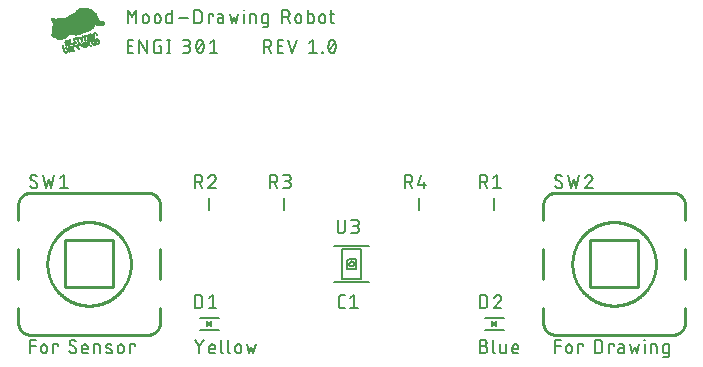
<source format=gbr>
G04 EAGLE Gerber RS-274X export*
G75*
%MOMM*%
%FSLAX34Y34*%
%LPD*%
%INSilkscreen Top*%
%IPPOS*%
%AMOC8*
5,1,8,0,0,1.08239X$1,22.5*%
G01*
%ADD10C,0.152400*%
%ADD11C,0.254000*%
%ADD12C,0.127000*%
%ADD13R,0.060963X0.007622*%
%ADD14R,0.129541X0.007619*%
%ADD15R,0.167637X0.007619*%
%ADD16R,0.198119X0.007622*%
%ADD17R,0.220981X0.007619*%
%ADD18R,0.251459X0.007622*%
%ADD19R,0.266700X0.007619*%
%ADD20R,0.281941X0.007619*%
%ADD21R,0.297181X0.007622*%
%ADD22R,0.312419X0.007619*%
%ADD23R,0.327659X0.007622*%
%ADD24R,0.342900X0.007619*%
%ADD25R,0.358141X0.007619*%
%ADD26R,0.365762X0.007622*%
%ADD27R,0.373381X0.007619*%
%ADD28R,0.045719X0.007619*%
%ADD29R,0.182881X0.007622*%
%ADD30R,0.175259X0.007622*%
%ADD31R,0.129541X0.007622*%
%ADD32R,0.160019X0.007619*%
%ADD33R,0.152400X0.007619*%
%ADD34R,0.182878X0.007619*%
%ADD35R,0.144778X0.007619*%
%ADD36R,0.137159X0.007619*%
%ADD37R,0.220978X0.007619*%
%ADD38R,0.144781X0.007622*%
%ADD39R,0.137159X0.007622*%
%ADD40R,0.297178X0.007622*%
%ADD41R,0.121919X0.007619*%
%ADD42R,0.320041X0.007619*%
%ADD43R,0.015238X0.007619*%
%ADD44R,0.335281X0.007619*%
%ADD45R,0.060963X0.007619*%
%ADD46R,0.121922X0.007622*%
%ADD47R,0.114300X0.007622*%
%ADD48R,0.426719X0.007622*%
%ADD49R,0.121922X0.007619*%
%ADD50R,0.556259X0.007619*%
%ADD51R,0.015241X0.007619*%
%ADD52R,0.624841X0.007622*%
%ADD53R,0.624838X0.007619*%
%ADD54R,0.632459X0.007619*%
%ADD55R,0.632459X0.007622*%
%ADD56R,0.640078X0.007619*%
%ADD57R,0.121919X0.007622*%
%ADD58R,0.228600X0.007622*%
%ADD59R,0.312419X0.007622*%
%ADD60R,0.213359X0.007619*%
%ADD61R,0.289559X0.007619*%
%ADD62R,0.205738X0.007619*%
%ADD63R,0.274319X0.007619*%
%ADD64R,0.205738X0.007622*%
%ADD65R,0.259078X0.007622*%
%ADD66R,0.251459X0.007619*%
%ADD67R,0.213359X0.007622*%
%ADD68R,0.236219X0.007622*%
%ADD69R,0.228600X0.007619*%
%ADD70R,0.144778X0.007622*%
%ADD71R,0.243841X0.007622*%
%ADD72R,0.030478X0.007619*%
%ADD73R,0.152400X0.007622*%
%ADD74R,0.274322X0.007622*%
%ADD75R,0.060959X0.007622*%
%ADD76R,0.160022X0.007619*%
%ADD77R,0.083822X0.007619*%
%ADD78R,0.167641X0.007619*%
%ADD79R,0.091441X0.007619*%
%ADD80R,0.167641X0.007622*%
%ADD81R,0.342900X0.007622*%
%ADD82R,0.106678X0.007622*%
%ADD83R,0.182881X0.007619*%
%ADD84R,0.662941X0.007619*%
%ADD85R,0.106678X0.007619*%
%ADD86R,0.190500X0.007622*%
%ADD87R,0.670559X0.007622*%
%ADD88R,0.205741X0.007619*%
%ADD89R,0.685800X0.007619*%
%ADD90R,0.114300X0.007619*%
%ADD91R,0.693422X0.007619*%
%ADD92R,0.990600X0.007622*%
%ADD93R,0.990600X0.007619*%
%ADD94R,0.434341X0.007622*%
%ADD95R,0.411478X0.007622*%
%ADD96R,0.426722X0.007619*%
%ADD97R,0.388622X0.007619*%
%ADD98R,0.373381X0.007622*%
%ADD99R,0.236222X0.007622*%
%ADD100R,0.243838X0.007619*%
%ADD101R,0.068578X0.007619*%
%ADD102R,0.243838X0.007622*%
%ADD103R,0.259078X0.007619*%
%ADD104R,0.175259X0.007619*%
%ADD105R,0.281938X0.007619*%
%ADD106R,0.053341X0.007619*%
%ADD107R,0.495300X0.007622*%
%ADD108R,0.198122X0.007622*%
%ADD109R,0.495300X0.007619*%
%ADD110R,0.259081X0.007619*%
%ADD111R,0.487678X0.007622*%
%ADD112R,0.205741X0.007622*%
%ADD113R,0.281941X0.007622*%
%ADD114R,0.297178X0.007619*%
%ADD115R,0.335278X0.007622*%
%ADD116R,0.335281X0.007622*%
%ADD117R,0.350519X0.007619*%
%ADD118R,0.358141X0.007622*%
%ADD119R,0.365759X0.007619*%
%ADD120R,0.381000X0.007619*%
%ADD121R,0.220981X0.007622*%
%ADD122R,0.396241X0.007622*%
%ADD123R,0.236222X0.007619*%
%ADD124R,0.182878X0.007622*%
%ADD125R,0.160019X0.007622*%
%ADD126R,0.022859X0.007619*%
%ADD127R,0.144781X0.007619*%
%ADD128R,0.076200X0.007619*%
%ADD129R,0.060959X0.007619*%
%ADD130R,0.487681X0.007622*%
%ADD131R,0.220978X0.007622*%
%ADD132R,0.129537X0.007622*%
%ADD133R,0.480063X0.007619*%
%ADD134R,0.068578X0.007622*%
%ADD135R,0.480063X0.007622*%
%ADD136R,0.099059X0.007619*%
%ADD137R,0.190500X0.007619*%
%ADD138R,0.083822X0.007622*%
%ADD139R,0.320038X0.007622*%
%ADD140R,0.213363X0.007622*%
%ADD141R,0.304800X0.007619*%
%ADD142R,0.243841X0.007619*%
%ADD143R,0.045722X0.007622*%
%ADD144R,0.281938X0.007622*%
%ADD145R,0.289563X0.007622*%
%ADD146R,0.274319X0.007622*%
%ADD147R,0.259081X0.007622*%
%ADD148R,0.297181X0.007619*%
%ADD149R,0.106681X0.007619*%
%ADD150R,0.373378X0.007622*%
%ADD151R,0.099059X0.007622*%
%ADD152R,0.266700X0.007622*%
%ADD153R,0.053341X0.007622*%
%ADD154R,0.198119X0.007619*%
%ADD155R,0.411481X0.007619*%
%ADD156R,0.083819X0.007619*%
%ADD157R,0.167637X0.007622*%
%ADD158R,0.449581X0.007622*%
%ADD159R,0.068581X0.007622*%
%ADD160R,0.160022X0.007622*%
%ADD161R,0.068581X0.007619*%
%ADD162R,0.746759X0.007619*%
%ADD163R,0.769622X0.007622*%
%ADD164R,0.403859X0.007619*%
%ADD165R,0.777238X0.007619*%
%ADD166R,0.045719X0.007622*%
%ADD167R,0.777241X0.007622*%
%ADD168R,0.426719X0.007619*%
%ADD169R,0.434341X0.007619*%
%ADD170R,0.320041X0.007622*%
%ADD171R,0.426722X0.007622*%
%ADD172R,0.137162X0.007622*%
%ADD173R,0.289559X0.007622*%
%ADD174R,0.129537X0.007619*%
%ADD175R,0.213363X0.007619*%
%ADD176R,0.304800X0.007622*%
%ADD177R,0.038100X0.007622*%
%ADD178R,0.457200X0.007619*%
%ADD179R,0.335278X0.007619*%
%ADD180R,0.464819X0.007619*%
%ADD181R,0.022863X0.007619*%
%ADD182R,0.137162X0.007619*%
%ADD183R,0.480059X0.007622*%
%ADD184R,0.502922X0.007619*%
%ADD185R,0.800100X0.007622*%
%ADD186R,0.350522X0.007622*%
%ADD187R,0.381000X0.007622*%
%ADD188R,0.579122X0.007619*%
%ADD189R,0.388619X0.007619*%
%ADD190R,0.579119X0.007619*%
%ADD191R,0.327659X0.007619*%
%ADD192R,0.396241X0.007619*%
%ADD193R,0.579122X0.007622*%
%ADD194R,0.312422X0.007622*%
%ADD195R,0.563881X0.007619*%
%ADD196R,0.038100X0.007619*%
%ADD197R,0.563878X0.007622*%
%ADD198R,0.030481X0.007622*%
%ADD199R,0.563878X0.007619*%
%ADD200R,0.099063X0.007619*%
%ADD201R,0.556262X0.007622*%
%ADD202R,0.099063X0.007622*%
%ADD203R,0.556262X0.007619*%
%ADD204R,0.556259X0.007622*%
%ADD205R,0.236219X0.007619*%
%ADD206R,0.083819X0.007622*%
%ADD207R,0.106681X0.007622*%
%ADD208R,0.518159X0.007622*%
%ADD209R,0.076200X0.007622*%
%ADD210R,0.502919X0.007619*%
%ADD211R,0.502919X0.007622*%
%ADD212R,0.365759X0.007622*%
%ADD213R,0.449581X0.007619*%
%ADD214R,0.487681X0.007619*%
%ADD215R,0.434338X0.007619*%
%ADD216R,0.472441X0.007622*%
%ADD217R,0.419100X0.007622*%
%ADD218R,0.464822X0.007619*%
%ADD219R,0.457200X0.007622*%
%ADD220R,0.030478X0.007622*%
%ADD221R,0.441963X0.007619*%
%ADD222R,0.411478X0.007619*%
%ADD223R,0.091441X0.007622*%
%ADD224R,0.350522X0.007619*%
%ADD225R,0.289563X0.007619*%
%ADD226R,0.030481X0.007619*%
%ADD227R,0.441959X0.007619*%
%ADD228R,0.350519X0.007622*%
%ADD229R,0.525781X0.007619*%
%ADD230R,0.571500X0.007622*%
%ADD231R,0.601978X0.007619*%
%ADD232R,0.632463X0.007619*%
%ADD233R,0.662941X0.007622*%
%ADD234R,0.464822X0.007622*%
%ADD235R,0.678181X0.007619*%
%ADD236R,0.480059X0.007619*%
%ADD237R,0.708659X0.007622*%
%ADD238R,0.640078X0.007622*%
%ADD239R,0.723900X0.007619*%
%ADD240R,0.739138X0.007619*%
%ADD241R,0.419100X0.007619*%
%ADD242R,0.762000X0.007622*%
%ADD243R,0.777241X0.007619*%
%ADD244R,0.792481X0.007622*%
%ADD245R,0.807722X0.007619*%
%ADD246R,0.822959X0.007619*%
%ADD247R,0.838200X0.007622*%
%ADD248R,0.845822X0.007619*%
%ADD249R,0.982978X0.007622*%
%ADD250R,1.066800X0.007619*%
%ADD251R,1.104900X0.007619*%
%ADD252R,1.135381X0.007622*%
%ADD253R,1.165859X0.007619*%
%ADD254R,1.188719X0.007622*%
%ADD255R,1.203963X0.007619*%
%ADD256R,0.358137X0.007619*%
%ADD257R,1.226819X0.007619*%
%ADD258R,1.249681X0.007622*%
%ADD259R,0.175263X0.007622*%
%ADD260R,1.272541X0.007619*%
%ADD261R,1.287781X0.007622*%
%ADD262R,1.303019X0.007619*%
%ADD263R,0.922022X0.007619*%
%ADD264R,1.318259X0.007619*%
%ADD265R,0.929638X0.007619*%
%ADD266R,1.333500X0.007622*%
%ADD267R,0.845819X0.007622*%
%ADD268R,1.348741X0.007619*%
%ADD269R,0.533400X0.007619*%
%ADD270R,1.356363X0.007622*%
%ADD271R,0.525781X0.007622*%
%ADD272R,1.371600X0.007619*%
%ADD273R,1.379219X0.007619*%
%ADD274R,1.386841X0.007622*%
%ADD275R,1.394459X0.007619*%
%ADD276R,1.394459X0.007622*%
%ADD277R,1.409700X0.007619*%
%ADD278R,1.417319X0.007619*%
%ADD279R,1.424937X0.007622*%
%ADD280R,1.424941X0.007619*%
%ADD281R,1.432559X0.007622*%
%ADD282R,1.440181X0.007619*%
%ADD283R,0.487678X0.007619*%
%ADD284R,1.447800X0.007619*%
%ADD285R,1.463041X0.007622*%
%ADD286R,1.470659X0.007619*%
%ADD287R,1.478281X0.007622*%
%ADD288R,1.493522X0.007619*%
%ADD289R,0.312422X0.007619*%
%ADD290R,1.508763X0.007619*%
%ADD291R,1.524000X0.007622*%
%ADD292R,1.554478X0.007619*%
%ADD293R,0.617219X0.007619*%
%ADD294R,2.369819X0.007622*%
%ADD295R,2.377441X0.007619*%
%ADD296R,2.400300X0.007619*%
%ADD297R,2.423159X0.007622*%
%ADD298R,2.430778X0.007619*%
%ADD299R,2.453638X0.007622*%
%ADD300R,0.022859X0.007622*%
%ADD301R,2.461259X0.007619*%
%ADD302R,2.484119X0.007619*%
%ADD303R,2.499359X0.007622*%
%ADD304R,2.514600X0.007619*%
%ADD305R,2.529841X0.007622*%
%ADD306R,2.545078X0.007619*%
%ADD307R,2.560319X0.007619*%
%ADD308R,2.583178X0.007622*%
%ADD309R,2.590800X0.007619*%
%ADD310R,2.613659X0.007622*%
%ADD311R,2.628900X0.007619*%
%ADD312R,2.644138X0.007619*%
%ADD313R,2.659378X0.007622*%
%ADD314R,2.682238X0.007619*%
%ADD315R,2.697478X0.007622*%
%ADD316R,2.720338X0.007619*%
%ADD317R,2.735578X0.007619*%
%ADD318R,2.758438X0.007622*%
%ADD319R,2.766059X0.007619*%
%ADD320R,2.788919X0.007622*%
%ADD321R,2.804159X0.007619*%
%ADD322R,2.827019X0.007619*%
%ADD323R,2.842259X0.007622*%
%ADD324R,2.865119X0.007619*%
%ADD325R,2.887981X0.007622*%
%ADD326R,2.910837X0.007619*%
%ADD327R,2.933700X0.007619*%
%ADD328R,2.948937X0.007622*%
%ADD329R,2.971800X0.007619*%
%ADD330R,2.987038X0.007622*%
%ADD331R,3.009900X0.007619*%
%ADD332R,3.025138X0.007619*%
%ADD333R,3.048000X0.007622*%
%ADD334R,3.063238X0.007619*%
%ADD335R,3.093722X0.007622*%
%ADD336R,3.108959X0.007619*%
%ADD337R,3.131822X0.007619*%
%ADD338R,3.147059X0.007622*%
%ADD339R,3.169922X0.007619*%
%ADD340R,3.192778X0.007622*%
%ADD341R,3.215641X0.007619*%
%ADD342R,3.230878X0.007619*%
%ADD343R,3.246119X0.007622*%
%ADD344R,3.261359X0.007619*%
%ADD345R,3.276600X0.007622*%
%ADD346R,3.291841X0.007619*%
%ADD347R,3.307081X0.007619*%
%ADD348R,3.314700X0.007622*%
%ADD349R,3.322322X0.007619*%
%ADD350R,3.322322X0.007622*%
%ADD351R,3.345181X0.007619*%
%ADD352R,3.368041X0.007619*%
%ADD353R,3.383281X0.007622*%
%ADD354R,3.398519X0.007619*%
%ADD355R,3.413759X0.007622*%
%ADD356R,3.421381X0.007619*%
%ADD357R,3.436619X0.007619*%
%ADD358R,3.451859X0.007622*%
%ADD359R,3.459478X0.007619*%
%ADD360R,3.474719X0.007622*%
%ADD361R,3.482338X0.007619*%
%ADD362R,3.489959X0.007619*%
%ADD363R,3.497578X0.007622*%
%ADD364R,3.505200X0.007619*%
%ADD365R,3.512819X0.007622*%
%ADD366R,3.520438X0.007619*%
%ADD367R,3.528059X0.007619*%
%ADD368R,3.535678X0.007622*%
%ADD369R,3.535678X0.007619*%
%ADD370R,3.543300X0.007622*%
%ADD371R,3.550919X0.007619*%
%ADD372R,3.550919X0.007622*%
%ADD373R,3.558541X0.007619*%
%ADD374R,3.566159X0.007622*%
%ADD375R,3.566159X0.007619*%
%ADD376R,3.573781X0.007619*%
%ADD377R,3.566163X0.007622*%
%ADD378R,3.581400X0.007622*%
%ADD379R,3.581400X0.007619*%
%ADD380R,3.589022X0.007619*%
%ADD381R,3.589019X0.007619*%
%ADD382R,3.589019X0.007622*%
%ADD383R,3.596641X0.007619*%
%ADD384R,3.596641X0.007622*%
%ADD385R,3.596638X0.007619*%
%ADD386R,3.604259X0.007622*%
%ADD387R,0.571500X0.007619*%
%ADD388R,0.609600X0.007622*%
%ADD389R,0.647700X0.007619*%
%ADD390R,0.693419X0.007619*%
%ADD391R,0.716278X0.007619*%
%ADD392R,4.328159X0.007622*%
%ADD393R,4.335778X0.007619*%
%ADD394R,4.351019X0.007622*%
%ADD395R,4.351019X0.007619*%
%ADD396R,4.358641X0.007619*%
%ADD397R,4.358641X0.007622*%
%ADD398R,4.373878X0.007619*%
%ADD399R,4.373878X0.007622*%
%ADD400R,4.389122X0.007619*%
%ADD401R,4.396741X0.007622*%
%ADD402R,4.396741X0.007619*%
%ADD403R,4.404363X0.007619*%
%ADD404R,4.411981X0.007622*%
%ADD405R,4.411981X0.007619*%
%ADD406R,4.404359X0.007622*%
%ADD407R,4.411978X0.007619*%
%ADD408R,4.404359X0.007619*%
%ADD409R,4.389119X0.007622*%
%ADD410R,4.389122X0.007622*%
%ADD411R,4.213859X0.007619*%
%ADD412R,4.206241X0.007619*%
%ADD413R,4.198619X0.007622*%
%ADD414R,4.206238X0.007619*%
%ADD415R,0.045722X0.007619*%
%ADD416R,4.191000X0.007619*%
%ADD417R,4.015741X0.007619*%
%ADD418R,4.008122X0.007622*%
%ADD419R,4.008122X0.007619*%
%ADD420R,4.008119X0.007622*%
%ADD421R,4.008119X0.007619*%
%ADD422R,4.000500X0.007619*%
%ADD423R,4.000500X0.007622*%
%ADD424R,3.992881X0.007619*%
%ADD425R,3.992881X0.007622*%
%ADD426R,3.992878X0.007622*%
%ADD427R,3.992878X0.007619*%
%ADD428R,3.985259X0.007619*%
%ADD429R,3.985259X0.007622*%
%ADD430R,3.977641X0.007619*%
%ADD431R,3.550922X0.007619*%
%ADD432R,3.528059X0.007622*%
%ADD433R,3.512819X0.007619*%
%ADD434R,3.489959X0.007622*%
%ADD435R,3.482341X0.007619*%
%ADD436R,3.459481X0.007619*%
%ADD437R,3.436619X0.007622*%
%ADD438R,2.857500X0.007619*%
%ADD439R,0.441963X0.007622*%
%ADD440R,2.827019X0.007622*%
%ADD441R,2.796541X0.007619*%
%ADD442R,2.773681X0.007619*%
%ADD443R,2.758441X0.007622*%
%ADD444R,2.735581X0.007619*%
%ADD445R,2.720341X0.007622*%
%ADD446R,2.705100X0.007619*%
%ADD447R,2.689863X0.007619*%
%ADD448R,2.674619X0.007622*%
%ADD449R,2.659378X0.007619*%
%ADD450R,2.651759X0.007622*%
%ADD451R,2.621281X0.007619*%
%ADD452R,2.598422X0.007619*%
%ADD453R,2.575559X0.007619*%
%ADD454R,2.567938X0.007619*%
%ADD455R,2.552700X0.007622*%
%ADD456R,2.537459X0.007619*%
%ADD457R,2.522219X0.007619*%
%ADD458R,2.506981X0.007619*%
%ADD459R,2.499363X0.007622*%
%ADD460R,2.491741X0.007619*%
%ADD461R,2.476500X0.007622*%
%ADD462R,2.468878X0.007619*%
%ADD463R,2.446022X0.007622*%
%ADD464R,2.430781X0.007619*%
%ADD465R,2.407919X0.007619*%
%ADD466R,2.392678X0.007622*%
%ADD467R,2.362200X0.007622*%
%ADD468R,2.346963X0.007619*%
%ADD469R,2.339341X0.007619*%
%ADD470R,2.316478X0.007622*%
%ADD471R,2.308859X0.007619*%
%ADD472R,2.286000X0.007622*%
%ADD473R,2.278381X0.007619*%
%ADD474R,2.255519X0.007619*%
%ADD475R,2.240278X0.007622*%
%ADD476R,2.217419X0.007619*%
%ADD477R,2.202181X0.007622*%
%ADD478R,2.171700X0.007619*%
%ADD479R,2.141219X0.007619*%
%ADD480R,2.110741X0.007622*%
%ADD481R,2.072641X0.007619*%
%ADD482R,2.034537X0.007622*%
%ADD483R,2.004059X0.007619*%
%ADD484R,1.965959X0.007619*%
%ADD485R,1.943100X0.007622*%
%ADD486R,1.912619X0.007619*%
%ADD487R,1.897381X0.007622*%
%ADD488R,1.874519X0.007619*%
%ADD489R,1.851659X0.007619*%
%ADD490R,1.836422X0.007622*%
%ADD491R,1.821178X0.007619*%
%ADD492R,1.805941X0.007622*%
%ADD493R,1.790700X0.007619*%
%ADD494R,1.767841X0.007619*%
%ADD495R,1.752600X0.007622*%
%ADD496R,1.729738X0.007619*%
%ADD497R,1.722119X0.007622*%
%ADD498R,1.699259X0.007619*%
%ADD499R,1.684022X0.007619*%
%ADD500R,1.661159X0.007622*%
%ADD501R,1.645919X0.007619*%
%ADD502R,1.623059X0.007622*%
%ADD503R,1.600200X0.007619*%
%ADD504R,1.584959X0.007622*%
%ADD505R,1.569722X0.007619*%
%ADD506R,1.562100X0.007622*%
%ADD507R,1.546859X0.007619*%
%ADD508R,1.531622X0.007619*%
%ADD509R,1.531622X0.007622*%
%ADD510R,1.516378X0.007619*%
%ADD511R,1.501141X0.007622*%
%ADD512R,1.485900X0.007619*%
%ADD513R,1.402081X0.007619*%
%ADD514R,1.356359X0.007622*%
%ADD515R,1.341119X0.007619*%
%ADD516R,1.325881X0.007619*%
%ADD517R,1.303019X0.007622*%
%ADD518R,1.280159X0.007619*%
%ADD519R,1.264919X0.007622*%
%ADD520R,1.249681X0.007619*%
%ADD521R,1.226822X0.007619*%
%ADD522R,1.203959X0.007622*%
%ADD523R,1.181100X0.007619*%
%ADD524R,1.150622X0.007622*%
%ADD525R,1.127759X0.007619*%
%ADD526R,1.097281X0.007619*%
%ADD527R,1.066800X0.007622*%
%ADD528R,1.028700X0.007619*%
%ADD529R,0.982981X0.007622*%
%ADD530R,0.937259X0.007619*%
%ADD531R,0.883922X0.007619*%

G36*
X480605Y175176D02*
X480605Y175176D01*
X480705Y175175D01*
X480719Y175179D01*
X480731Y175179D01*
X480774Y175197D01*
X480884Y175233D01*
X484884Y177233D01*
X484919Y177259D01*
X484960Y177278D01*
X485009Y177326D01*
X485063Y177367D01*
X485088Y177404D01*
X485119Y177436D01*
X485148Y177498D01*
X485185Y177555D01*
X485195Y177599D01*
X485214Y177639D01*
X485219Y177708D01*
X485234Y177774D01*
X485228Y177819D01*
X485231Y177863D01*
X485212Y177929D01*
X485203Y177997D01*
X485182Y178036D01*
X485170Y178079D01*
X485129Y178134D01*
X485097Y178194D01*
X485063Y178224D01*
X485037Y178260D01*
X484966Y178309D01*
X484928Y178343D01*
X484907Y178351D01*
X484884Y178367D01*
X480884Y180367D01*
X480788Y180395D01*
X480694Y180427D01*
X480681Y180427D01*
X480668Y180431D01*
X480569Y180424D01*
X480469Y180421D01*
X480458Y180416D01*
X480445Y180415D01*
X480354Y180374D01*
X480262Y180336D01*
X480252Y180328D01*
X480240Y180322D01*
X480169Y180252D01*
X480096Y180185D01*
X480090Y180174D01*
X480081Y180164D01*
X480039Y180074D01*
X479993Y179985D01*
X479991Y179971D01*
X479986Y179961D01*
X479983Y179914D01*
X479966Y179800D01*
X479966Y175800D01*
X479983Y175702D01*
X479997Y175603D01*
X480003Y175592D01*
X480005Y175579D01*
X480056Y175493D01*
X480103Y175406D01*
X480113Y175397D01*
X480120Y175386D01*
X480197Y175323D01*
X480272Y175257D01*
X480284Y175253D01*
X480294Y175245D01*
X480388Y175213D01*
X480481Y175177D01*
X480494Y175177D01*
X480506Y175173D01*
X480605Y175176D01*
G37*
G36*
X239305Y175176D02*
X239305Y175176D01*
X239405Y175175D01*
X239419Y175179D01*
X239431Y175179D01*
X239474Y175197D01*
X239584Y175233D01*
X243584Y177233D01*
X243619Y177259D01*
X243660Y177278D01*
X243709Y177326D01*
X243763Y177367D01*
X243788Y177404D01*
X243819Y177436D01*
X243848Y177498D01*
X243885Y177555D01*
X243895Y177599D01*
X243914Y177639D01*
X243919Y177708D01*
X243934Y177774D01*
X243928Y177819D01*
X243931Y177863D01*
X243912Y177929D01*
X243903Y177997D01*
X243882Y178036D01*
X243870Y178079D01*
X243829Y178134D01*
X243797Y178194D01*
X243763Y178224D01*
X243737Y178260D01*
X243666Y178309D01*
X243628Y178343D01*
X243607Y178351D01*
X243584Y178367D01*
X239584Y180367D01*
X239488Y180395D01*
X239394Y180427D01*
X239381Y180427D01*
X239368Y180431D01*
X239269Y180424D01*
X239169Y180421D01*
X239158Y180416D01*
X239145Y180415D01*
X239054Y180374D01*
X238962Y180336D01*
X238952Y180328D01*
X238940Y180322D01*
X238869Y180252D01*
X238796Y180185D01*
X238790Y180174D01*
X238781Y180164D01*
X238739Y180074D01*
X238693Y179985D01*
X238691Y179971D01*
X238686Y179961D01*
X238683Y179914D01*
X238666Y179800D01*
X238666Y175800D01*
X238683Y175702D01*
X238697Y175603D01*
X238703Y175592D01*
X238705Y175579D01*
X238756Y175493D01*
X238803Y175406D01*
X238813Y175397D01*
X238820Y175386D01*
X238897Y175323D01*
X238972Y175257D01*
X238984Y175253D01*
X238994Y175245D01*
X239088Y175213D01*
X239181Y175177D01*
X239194Y175177D01*
X239206Y175173D01*
X239305Y175176D01*
G37*
D10*
X89662Y153162D02*
X89662Y164338D01*
X94629Y164338D01*
X94629Y159371D02*
X89662Y159371D01*
X99018Y158129D02*
X99018Y155646D01*
X99017Y158129D02*
X99019Y158228D01*
X99025Y158326D01*
X99035Y158425D01*
X99048Y158522D01*
X99066Y158620D01*
X99087Y158716D01*
X99113Y158812D01*
X99142Y158906D01*
X99174Y158999D01*
X99211Y159091D01*
X99251Y159181D01*
X99295Y159270D01*
X99342Y159357D01*
X99392Y159442D01*
X99446Y159524D01*
X99503Y159605D01*
X99563Y159683D01*
X99627Y159759D01*
X99693Y159832D01*
X99762Y159903D01*
X99834Y159971D01*
X99909Y160035D01*
X99986Y160097D01*
X100065Y160156D01*
X100147Y160211D01*
X100231Y160264D01*
X100316Y160312D01*
X100404Y160358D01*
X100494Y160400D01*
X100585Y160438D01*
X100677Y160472D01*
X100771Y160503D01*
X100866Y160530D01*
X100962Y160554D01*
X101059Y160573D01*
X101156Y160589D01*
X101254Y160601D01*
X101353Y160609D01*
X101452Y160613D01*
X101550Y160613D01*
X101649Y160609D01*
X101748Y160601D01*
X101846Y160589D01*
X101943Y160573D01*
X102040Y160554D01*
X102136Y160530D01*
X102231Y160503D01*
X102325Y160472D01*
X102417Y160438D01*
X102508Y160400D01*
X102598Y160358D01*
X102686Y160312D01*
X102771Y160264D01*
X102855Y160211D01*
X102937Y160156D01*
X103016Y160097D01*
X103093Y160035D01*
X103168Y159971D01*
X103240Y159903D01*
X103309Y159832D01*
X103375Y159759D01*
X103439Y159683D01*
X103499Y159605D01*
X103556Y159524D01*
X103610Y159442D01*
X103660Y159357D01*
X103707Y159270D01*
X103751Y159181D01*
X103791Y159091D01*
X103828Y158999D01*
X103860Y158906D01*
X103889Y158812D01*
X103915Y158716D01*
X103936Y158620D01*
X103954Y158522D01*
X103967Y158425D01*
X103977Y158326D01*
X103983Y158228D01*
X103985Y158129D01*
X103985Y155646D01*
X103983Y155547D01*
X103977Y155449D01*
X103967Y155350D01*
X103954Y155253D01*
X103936Y155155D01*
X103915Y155059D01*
X103889Y154963D01*
X103860Y154869D01*
X103828Y154776D01*
X103791Y154684D01*
X103751Y154594D01*
X103707Y154505D01*
X103660Y154418D01*
X103610Y154333D01*
X103556Y154251D01*
X103499Y154170D01*
X103439Y154092D01*
X103375Y154016D01*
X103309Y153943D01*
X103240Y153872D01*
X103168Y153804D01*
X103093Y153740D01*
X103016Y153678D01*
X102937Y153619D01*
X102855Y153564D01*
X102771Y153511D01*
X102686Y153463D01*
X102598Y153417D01*
X102508Y153375D01*
X102417Y153337D01*
X102325Y153303D01*
X102231Y153272D01*
X102136Y153245D01*
X102040Y153221D01*
X101943Y153202D01*
X101846Y153186D01*
X101748Y153174D01*
X101649Y153166D01*
X101550Y153162D01*
X101452Y153162D01*
X101353Y153166D01*
X101254Y153174D01*
X101156Y153186D01*
X101059Y153202D01*
X100962Y153221D01*
X100866Y153245D01*
X100771Y153272D01*
X100677Y153303D01*
X100585Y153337D01*
X100494Y153375D01*
X100404Y153417D01*
X100316Y153463D01*
X100231Y153511D01*
X100147Y153564D01*
X100065Y153619D01*
X99986Y153678D01*
X99909Y153740D01*
X99834Y153804D01*
X99762Y153872D01*
X99693Y153943D01*
X99627Y154016D01*
X99563Y154092D01*
X99503Y154170D01*
X99446Y154251D01*
X99392Y154333D01*
X99342Y154418D01*
X99295Y154505D01*
X99251Y154594D01*
X99211Y154684D01*
X99174Y154776D01*
X99142Y154869D01*
X99113Y154963D01*
X99087Y155059D01*
X99066Y155155D01*
X99048Y155253D01*
X99035Y155350D01*
X99025Y155449D01*
X99019Y155547D01*
X99017Y155646D01*
X109388Y153162D02*
X109388Y160613D01*
X113113Y160613D01*
X113113Y159371D01*
X126506Y153162D02*
X126603Y153164D01*
X126701Y153170D01*
X126798Y153179D01*
X126895Y153193D01*
X126991Y153210D01*
X127086Y153231D01*
X127180Y153255D01*
X127274Y153284D01*
X127366Y153316D01*
X127457Y153351D01*
X127546Y153390D01*
X127634Y153433D01*
X127720Y153479D01*
X127804Y153528D01*
X127886Y153581D01*
X127966Y153636D01*
X128044Y153695D01*
X128119Y153757D01*
X128192Y153822D01*
X128262Y153890D01*
X128330Y153960D01*
X128395Y154033D01*
X128457Y154108D01*
X128516Y154186D01*
X128571Y154266D01*
X128624Y154348D01*
X128673Y154432D01*
X128719Y154518D01*
X128762Y154606D01*
X128801Y154695D01*
X128836Y154786D01*
X128868Y154878D01*
X128897Y154972D01*
X128921Y155066D01*
X128942Y155161D01*
X128959Y155257D01*
X128973Y155354D01*
X128982Y155451D01*
X128988Y155548D01*
X128990Y155646D01*
X126506Y153162D02*
X126363Y153164D01*
X126220Y153170D01*
X126078Y153179D01*
X125936Y153193D01*
X125794Y153211D01*
X125653Y153232D01*
X125512Y153257D01*
X125372Y153286D01*
X125233Y153319D01*
X125095Y153355D01*
X124958Y153396D01*
X124822Y153440D01*
X124687Y153487D01*
X124554Y153539D01*
X124422Y153594D01*
X124292Y153652D01*
X124163Y153714D01*
X124036Y153780D01*
X123911Y153849D01*
X123788Y153921D01*
X123667Y153997D01*
X123548Y154075D01*
X123431Y154158D01*
X123316Y154243D01*
X123204Y154331D01*
X123094Y154423D01*
X122987Y154517D01*
X122882Y154614D01*
X122780Y154714D01*
X123091Y161854D02*
X123093Y161952D01*
X123099Y162049D01*
X123108Y162146D01*
X123122Y162243D01*
X123139Y162339D01*
X123160Y162434D01*
X123184Y162528D01*
X123213Y162622D01*
X123245Y162714D01*
X123280Y162805D01*
X123319Y162894D01*
X123362Y162982D01*
X123408Y163068D01*
X123457Y163152D01*
X123510Y163234D01*
X123565Y163314D01*
X123624Y163392D01*
X123686Y163467D01*
X123751Y163540D01*
X123819Y163610D01*
X123889Y163678D01*
X123962Y163743D01*
X124037Y163805D01*
X124115Y163864D01*
X124195Y163919D01*
X124277Y163972D01*
X124361Y164021D01*
X124447Y164067D01*
X124535Y164110D01*
X124624Y164149D01*
X124715Y164184D01*
X124807Y164216D01*
X124901Y164245D01*
X124995Y164269D01*
X125090Y164290D01*
X125186Y164307D01*
X125283Y164321D01*
X125380Y164330D01*
X125477Y164336D01*
X125575Y164338D01*
X125705Y164336D01*
X125835Y164331D01*
X125965Y164322D01*
X126095Y164309D01*
X126224Y164293D01*
X126353Y164273D01*
X126481Y164249D01*
X126609Y164222D01*
X126735Y164191D01*
X126861Y164157D01*
X126986Y164119D01*
X127109Y164078D01*
X127232Y164033D01*
X127353Y163985D01*
X127473Y163934D01*
X127591Y163879D01*
X127707Y163821D01*
X127822Y163760D01*
X127936Y163695D01*
X128047Y163628D01*
X128156Y163557D01*
X128264Y163483D01*
X128369Y163407D01*
X124333Y159681D02*
X124250Y159732D01*
X124169Y159786D01*
X124091Y159843D01*
X124015Y159903D01*
X123941Y159966D01*
X123870Y160032D01*
X123801Y160100D01*
X123735Y160171D01*
X123671Y160244D01*
X123611Y160320D01*
X123554Y160398D01*
X123499Y160479D01*
X123448Y160561D01*
X123400Y160645D01*
X123355Y160731D01*
X123313Y160819D01*
X123275Y160908D01*
X123241Y160998D01*
X123209Y161090D01*
X123182Y161183D01*
X123158Y161277D01*
X123137Y161372D01*
X123121Y161468D01*
X123108Y161564D01*
X123098Y161660D01*
X123093Y161757D01*
X123091Y161854D01*
X127747Y157819D02*
X127830Y157768D01*
X127911Y157714D01*
X127989Y157657D01*
X128065Y157597D01*
X128139Y157534D01*
X128210Y157468D01*
X128279Y157400D01*
X128345Y157329D01*
X128409Y157256D01*
X128469Y157180D01*
X128526Y157102D01*
X128581Y157021D01*
X128632Y156939D01*
X128680Y156855D01*
X128725Y156769D01*
X128767Y156681D01*
X128805Y156592D01*
X128839Y156502D01*
X128871Y156410D01*
X128898Y156317D01*
X128922Y156223D01*
X128943Y156128D01*
X128959Y156032D01*
X128972Y155936D01*
X128982Y155840D01*
X128987Y155743D01*
X128989Y155646D01*
X127748Y157819D02*
X124333Y159681D01*
X135551Y153162D02*
X138656Y153162D01*
X135551Y153162D02*
X135467Y153164D01*
X135384Y153169D01*
X135301Y153179D01*
X135218Y153192D01*
X135136Y153209D01*
X135055Y153229D01*
X134975Y153253D01*
X134896Y153281D01*
X134819Y153312D01*
X134743Y153346D01*
X134668Y153384D01*
X134595Y153426D01*
X134525Y153470D01*
X134456Y153518D01*
X134389Y153568D01*
X134325Y153622D01*
X134264Y153678D01*
X134204Y153738D01*
X134148Y153799D01*
X134094Y153863D01*
X134044Y153930D01*
X133996Y153999D01*
X133952Y154069D01*
X133910Y154142D01*
X133872Y154217D01*
X133838Y154293D01*
X133807Y154370D01*
X133779Y154449D01*
X133755Y154529D01*
X133735Y154610D01*
X133718Y154692D01*
X133705Y154775D01*
X133695Y154858D01*
X133690Y154941D01*
X133688Y155025D01*
X133689Y155025D02*
X133689Y158129D01*
X133688Y158129D02*
X133690Y158228D01*
X133696Y158326D01*
X133706Y158425D01*
X133719Y158522D01*
X133737Y158620D01*
X133758Y158716D01*
X133784Y158812D01*
X133813Y158906D01*
X133845Y158999D01*
X133882Y159091D01*
X133922Y159181D01*
X133966Y159270D01*
X134013Y159357D01*
X134063Y159442D01*
X134117Y159524D01*
X134174Y159605D01*
X134234Y159683D01*
X134298Y159759D01*
X134364Y159832D01*
X134433Y159903D01*
X134505Y159971D01*
X134580Y160035D01*
X134657Y160097D01*
X134736Y160156D01*
X134818Y160211D01*
X134902Y160264D01*
X134987Y160312D01*
X135075Y160358D01*
X135165Y160400D01*
X135256Y160438D01*
X135348Y160472D01*
X135442Y160503D01*
X135537Y160530D01*
X135633Y160554D01*
X135730Y160573D01*
X135827Y160589D01*
X135925Y160601D01*
X136024Y160609D01*
X136123Y160613D01*
X136221Y160613D01*
X136320Y160609D01*
X136419Y160601D01*
X136517Y160589D01*
X136614Y160573D01*
X136711Y160554D01*
X136807Y160530D01*
X136902Y160503D01*
X136996Y160472D01*
X137088Y160438D01*
X137179Y160400D01*
X137269Y160358D01*
X137357Y160312D01*
X137442Y160264D01*
X137526Y160211D01*
X137608Y160156D01*
X137687Y160097D01*
X137764Y160035D01*
X137839Y159971D01*
X137911Y159903D01*
X137980Y159832D01*
X138046Y159759D01*
X138110Y159683D01*
X138170Y159605D01*
X138227Y159524D01*
X138281Y159442D01*
X138331Y159357D01*
X138378Y159270D01*
X138422Y159181D01*
X138462Y159091D01*
X138499Y158999D01*
X138531Y158906D01*
X138560Y158812D01*
X138586Y158716D01*
X138607Y158620D01*
X138625Y158522D01*
X138638Y158425D01*
X138648Y158326D01*
X138654Y158228D01*
X138656Y158129D01*
X138656Y156887D01*
X133689Y156887D01*
X143976Y153162D02*
X143976Y160613D01*
X147080Y160613D01*
X147164Y160611D01*
X147247Y160606D01*
X147330Y160596D01*
X147413Y160583D01*
X147495Y160566D01*
X147576Y160546D01*
X147656Y160522D01*
X147735Y160494D01*
X147812Y160463D01*
X147888Y160429D01*
X147963Y160391D01*
X148036Y160349D01*
X148106Y160305D01*
X148175Y160257D01*
X148242Y160207D01*
X148306Y160153D01*
X148367Y160097D01*
X148427Y160037D01*
X148483Y159976D01*
X148537Y159912D01*
X148587Y159845D01*
X148635Y159776D01*
X148679Y159706D01*
X148721Y159633D01*
X148759Y159558D01*
X148793Y159482D01*
X148824Y159405D01*
X148852Y159326D01*
X148876Y159246D01*
X148896Y159165D01*
X148913Y159083D01*
X148926Y159000D01*
X148936Y158917D01*
X148941Y158834D01*
X148943Y158750D01*
X148943Y153162D01*
X155194Y157508D02*
X158298Y156266D01*
X155194Y157508D02*
X155122Y157539D01*
X155052Y157573D01*
X154983Y157611D01*
X154916Y157652D01*
X154851Y157696D01*
X154789Y157744D01*
X154729Y157794D01*
X154671Y157847D01*
X154616Y157903D01*
X154564Y157962D01*
X154515Y158023D01*
X154469Y158086D01*
X154426Y158151D01*
X154386Y158219D01*
X154349Y158288D01*
X154316Y158359D01*
X154287Y158432D01*
X154261Y158506D01*
X154238Y158581D01*
X154220Y158657D01*
X154205Y158734D01*
X154193Y158812D01*
X154186Y158890D01*
X154182Y158968D01*
X154183Y159046D01*
X154187Y159125D01*
X154194Y159203D01*
X154206Y159280D01*
X154221Y159357D01*
X154241Y159433D01*
X154263Y159508D01*
X154290Y159582D01*
X154320Y159654D01*
X154353Y159725D01*
X154390Y159794D01*
X154430Y159862D01*
X154474Y159927D01*
X154520Y159990D01*
X154570Y160051D01*
X154622Y160109D01*
X154677Y160165D01*
X154735Y160218D01*
X154796Y160268D01*
X154858Y160315D01*
X154923Y160358D01*
X154990Y160399D01*
X155059Y160437D01*
X155130Y160470D01*
X155202Y160501D01*
X155276Y160528D01*
X155350Y160551D01*
X155426Y160571D01*
X155503Y160587D01*
X155580Y160599D01*
X155658Y160607D01*
X155737Y160612D01*
X155815Y160613D01*
X155815Y160612D02*
X155984Y160608D01*
X156154Y160599D01*
X156323Y160587D01*
X156491Y160570D01*
X156660Y160549D01*
X156827Y160525D01*
X156994Y160496D01*
X157161Y160463D01*
X157326Y160426D01*
X157491Y160385D01*
X157654Y160341D01*
X157817Y160292D01*
X157978Y160240D01*
X158138Y160183D01*
X158296Y160123D01*
X158453Y160059D01*
X158609Y159991D01*
X158298Y156267D02*
X158370Y156236D01*
X158440Y156202D01*
X158509Y156164D01*
X158576Y156123D01*
X158641Y156079D01*
X158703Y156031D01*
X158763Y155981D01*
X158821Y155928D01*
X158876Y155872D01*
X158928Y155813D01*
X158977Y155752D01*
X159023Y155689D01*
X159066Y155624D01*
X159106Y155556D01*
X159143Y155487D01*
X159176Y155416D01*
X159205Y155343D01*
X159231Y155269D01*
X159254Y155194D01*
X159272Y155118D01*
X159287Y155041D01*
X159299Y154963D01*
X159306Y154885D01*
X159310Y154807D01*
X159309Y154729D01*
X159305Y154650D01*
X159298Y154572D01*
X159286Y154495D01*
X159271Y154418D01*
X159251Y154342D01*
X159229Y154267D01*
X159202Y154193D01*
X159172Y154121D01*
X159139Y154050D01*
X159102Y153981D01*
X159062Y153913D01*
X159018Y153848D01*
X158972Y153785D01*
X158922Y153724D01*
X158870Y153666D01*
X158815Y153610D01*
X158757Y153557D01*
X158696Y153507D01*
X158634Y153460D01*
X158569Y153417D01*
X158502Y153376D01*
X158433Y153338D01*
X158362Y153305D01*
X158290Y153274D01*
X158216Y153247D01*
X158142Y153224D01*
X158066Y153204D01*
X157989Y153188D01*
X157912Y153176D01*
X157834Y153168D01*
X157755Y153163D01*
X157677Y153162D01*
X157428Y153169D01*
X157180Y153181D01*
X156931Y153199D01*
X156683Y153223D01*
X156436Y153253D01*
X156190Y153289D01*
X155944Y153331D01*
X155700Y153378D01*
X155456Y153432D01*
X155214Y153490D01*
X154974Y153555D01*
X154735Y153625D01*
X154498Y153701D01*
X154263Y153783D01*
X164168Y155646D02*
X164168Y158129D01*
X164170Y158228D01*
X164176Y158326D01*
X164186Y158425D01*
X164199Y158522D01*
X164217Y158620D01*
X164238Y158716D01*
X164264Y158812D01*
X164293Y158906D01*
X164325Y158999D01*
X164362Y159091D01*
X164402Y159181D01*
X164446Y159270D01*
X164493Y159357D01*
X164543Y159442D01*
X164597Y159524D01*
X164654Y159605D01*
X164714Y159683D01*
X164778Y159759D01*
X164844Y159832D01*
X164913Y159903D01*
X164985Y159971D01*
X165060Y160035D01*
X165137Y160097D01*
X165216Y160156D01*
X165298Y160211D01*
X165382Y160264D01*
X165467Y160312D01*
X165555Y160358D01*
X165645Y160400D01*
X165736Y160438D01*
X165828Y160472D01*
X165922Y160503D01*
X166017Y160530D01*
X166113Y160554D01*
X166210Y160573D01*
X166307Y160589D01*
X166405Y160601D01*
X166504Y160609D01*
X166603Y160613D01*
X166701Y160613D01*
X166800Y160609D01*
X166899Y160601D01*
X166997Y160589D01*
X167094Y160573D01*
X167191Y160554D01*
X167287Y160530D01*
X167382Y160503D01*
X167476Y160472D01*
X167568Y160438D01*
X167659Y160400D01*
X167749Y160358D01*
X167837Y160312D01*
X167922Y160264D01*
X168006Y160211D01*
X168088Y160156D01*
X168167Y160097D01*
X168244Y160035D01*
X168319Y159971D01*
X168391Y159903D01*
X168460Y159832D01*
X168526Y159759D01*
X168590Y159683D01*
X168650Y159605D01*
X168707Y159524D01*
X168761Y159442D01*
X168811Y159357D01*
X168858Y159270D01*
X168902Y159181D01*
X168942Y159091D01*
X168979Y158999D01*
X169011Y158906D01*
X169040Y158812D01*
X169066Y158716D01*
X169087Y158620D01*
X169105Y158522D01*
X169118Y158425D01*
X169128Y158326D01*
X169134Y158228D01*
X169136Y158129D01*
X169136Y155646D01*
X169134Y155547D01*
X169128Y155449D01*
X169118Y155350D01*
X169105Y155253D01*
X169087Y155155D01*
X169066Y155059D01*
X169040Y154963D01*
X169011Y154869D01*
X168979Y154776D01*
X168942Y154684D01*
X168902Y154594D01*
X168858Y154505D01*
X168811Y154418D01*
X168761Y154333D01*
X168707Y154251D01*
X168650Y154170D01*
X168590Y154092D01*
X168526Y154016D01*
X168460Y153943D01*
X168391Y153872D01*
X168319Y153804D01*
X168244Y153740D01*
X168167Y153678D01*
X168088Y153619D01*
X168006Y153564D01*
X167922Y153511D01*
X167837Y153463D01*
X167749Y153417D01*
X167659Y153375D01*
X167568Y153337D01*
X167476Y153303D01*
X167382Y153272D01*
X167287Y153245D01*
X167191Y153221D01*
X167094Y153202D01*
X166997Y153186D01*
X166899Y153174D01*
X166800Y153166D01*
X166701Y153162D01*
X166603Y153162D01*
X166504Y153166D01*
X166405Y153174D01*
X166307Y153186D01*
X166210Y153202D01*
X166113Y153221D01*
X166017Y153245D01*
X165922Y153272D01*
X165828Y153303D01*
X165736Y153337D01*
X165645Y153375D01*
X165555Y153417D01*
X165467Y153463D01*
X165382Y153511D01*
X165298Y153564D01*
X165216Y153619D01*
X165137Y153678D01*
X165060Y153740D01*
X164985Y153804D01*
X164913Y153872D01*
X164844Y153943D01*
X164778Y154016D01*
X164714Y154092D01*
X164654Y154170D01*
X164597Y154251D01*
X164543Y154333D01*
X164493Y154418D01*
X164446Y154505D01*
X164402Y154594D01*
X164362Y154684D01*
X164325Y154776D01*
X164293Y154869D01*
X164264Y154963D01*
X164238Y155059D01*
X164217Y155155D01*
X164199Y155253D01*
X164186Y155350D01*
X164176Y155449D01*
X164170Y155547D01*
X164168Y155646D01*
X174538Y153162D02*
X174538Y160613D01*
X178264Y160613D01*
X178264Y159371D01*
X534162Y164338D02*
X534162Y153162D01*
X534162Y164338D02*
X539129Y164338D01*
X539129Y159371D02*
X534162Y159371D01*
X543518Y158129D02*
X543518Y155646D01*
X543517Y158129D02*
X543519Y158228D01*
X543525Y158326D01*
X543535Y158425D01*
X543548Y158522D01*
X543566Y158620D01*
X543587Y158716D01*
X543613Y158812D01*
X543642Y158906D01*
X543674Y158999D01*
X543711Y159091D01*
X543751Y159181D01*
X543795Y159270D01*
X543842Y159357D01*
X543892Y159442D01*
X543946Y159524D01*
X544003Y159605D01*
X544063Y159683D01*
X544127Y159759D01*
X544193Y159832D01*
X544262Y159903D01*
X544334Y159971D01*
X544409Y160035D01*
X544486Y160097D01*
X544565Y160156D01*
X544647Y160211D01*
X544731Y160264D01*
X544816Y160312D01*
X544904Y160358D01*
X544994Y160400D01*
X545085Y160438D01*
X545177Y160472D01*
X545271Y160503D01*
X545366Y160530D01*
X545462Y160554D01*
X545559Y160573D01*
X545656Y160589D01*
X545754Y160601D01*
X545853Y160609D01*
X545952Y160613D01*
X546050Y160613D01*
X546149Y160609D01*
X546248Y160601D01*
X546346Y160589D01*
X546443Y160573D01*
X546540Y160554D01*
X546636Y160530D01*
X546731Y160503D01*
X546825Y160472D01*
X546917Y160438D01*
X547008Y160400D01*
X547098Y160358D01*
X547186Y160312D01*
X547271Y160264D01*
X547355Y160211D01*
X547437Y160156D01*
X547516Y160097D01*
X547593Y160035D01*
X547668Y159971D01*
X547740Y159903D01*
X547809Y159832D01*
X547875Y159759D01*
X547939Y159683D01*
X547999Y159605D01*
X548056Y159524D01*
X548110Y159442D01*
X548160Y159357D01*
X548207Y159270D01*
X548251Y159181D01*
X548291Y159091D01*
X548328Y158999D01*
X548360Y158906D01*
X548389Y158812D01*
X548415Y158716D01*
X548436Y158620D01*
X548454Y158522D01*
X548467Y158425D01*
X548477Y158326D01*
X548483Y158228D01*
X548485Y158129D01*
X548485Y155646D01*
X548483Y155547D01*
X548477Y155449D01*
X548467Y155350D01*
X548454Y155253D01*
X548436Y155155D01*
X548415Y155059D01*
X548389Y154963D01*
X548360Y154869D01*
X548328Y154776D01*
X548291Y154684D01*
X548251Y154594D01*
X548207Y154505D01*
X548160Y154418D01*
X548110Y154333D01*
X548056Y154251D01*
X547999Y154170D01*
X547939Y154092D01*
X547875Y154016D01*
X547809Y153943D01*
X547740Y153872D01*
X547668Y153804D01*
X547593Y153740D01*
X547516Y153678D01*
X547437Y153619D01*
X547355Y153564D01*
X547271Y153511D01*
X547186Y153463D01*
X547098Y153417D01*
X547008Y153375D01*
X546917Y153337D01*
X546825Y153303D01*
X546731Y153272D01*
X546636Y153245D01*
X546540Y153221D01*
X546443Y153202D01*
X546346Y153186D01*
X546248Y153174D01*
X546149Y153166D01*
X546050Y153162D01*
X545952Y153162D01*
X545853Y153166D01*
X545754Y153174D01*
X545656Y153186D01*
X545559Y153202D01*
X545462Y153221D01*
X545366Y153245D01*
X545271Y153272D01*
X545177Y153303D01*
X545085Y153337D01*
X544994Y153375D01*
X544904Y153417D01*
X544816Y153463D01*
X544731Y153511D01*
X544647Y153564D01*
X544565Y153619D01*
X544486Y153678D01*
X544409Y153740D01*
X544334Y153804D01*
X544262Y153872D01*
X544193Y153943D01*
X544127Y154016D01*
X544063Y154092D01*
X544003Y154170D01*
X543946Y154251D01*
X543892Y154333D01*
X543842Y154418D01*
X543795Y154505D01*
X543751Y154594D01*
X543711Y154684D01*
X543674Y154776D01*
X543642Y154869D01*
X543613Y154963D01*
X543587Y155059D01*
X543566Y155155D01*
X543548Y155253D01*
X543535Y155350D01*
X543525Y155449D01*
X543519Y155547D01*
X543517Y155646D01*
X553888Y153162D02*
X553888Y160613D01*
X557613Y160613D01*
X557613Y159371D01*
X568043Y164338D02*
X568043Y153162D01*
X568043Y164338D02*
X571147Y164338D01*
X571258Y164336D01*
X571368Y164330D01*
X571479Y164320D01*
X571589Y164306D01*
X571698Y164289D01*
X571807Y164267D01*
X571915Y164242D01*
X572021Y164212D01*
X572127Y164179D01*
X572232Y164142D01*
X572335Y164102D01*
X572436Y164057D01*
X572536Y164010D01*
X572635Y163958D01*
X572731Y163903D01*
X572825Y163845D01*
X572917Y163784D01*
X573007Y163719D01*
X573095Y163651D01*
X573180Y163580D01*
X573262Y163506D01*
X573342Y163429D01*
X573419Y163349D01*
X573493Y163267D01*
X573564Y163182D01*
X573632Y163094D01*
X573697Y163004D01*
X573758Y162912D01*
X573816Y162818D01*
X573871Y162722D01*
X573923Y162623D01*
X573970Y162523D01*
X574015Y162422D01*
X574055Y162319D01*
X574092Y162214D01*
X574125Y162108D01*
X574155Y162002D01*
X574180Y161894D01*
X574202Y161785D01*
X574219Y161676D01*
X574233Y161566D01*
X574243Y161455D01*
X574249Y161345D01*
X574251Y161234D01*
X574252Y161234D02*
X574252Y156266D01*
X574251Y156266D02*
X574249Y156155D01*
X574243Y156045D01*
X574233Y155934D01*
X574219Y155824D01*
X574202Y155715D01*
X574180Y155606D01*
X574155Y155498D01*
X574125Y155392D01*
X574092Y155286D01*
X574055Y155181D01*
X574015Y155078D01*
X573970Y154977D01*
X573923Y154877D01*
X573871Y154778D01*
X573816Y154682D01*
X573758Y154588D01*
X573697Y154496D01*
X573632Y154406D01*
X573564Y154318D01*
X573493Y154233D01*
X573419Y154151D01*
X573342Y154071D01*
X573262Y153994D01*
X573180Y153920D01*
X573095Y153849D01*
X573007Y153781D01*
X572917Y153716D01*
X572825Y153655D01*
X572731Y153597D01*
X572635Y153542D01*
X572536Y153490D01*
X572436Y153443D01*
X572335Y153398D01*
X572232Y153358D01*
X572127Y153321D01*
X572021Y153288D01*
X571915Y153258D01*
X571807Y153233D01*
X571698Y153211D01*
X571589Y153194D01*
X571479Y153180D01*
X571368Y153170D01*
X571258Y153164D01*
X571147Y153162D01*
X568043Y153162D01*
X580177Y153162D02*
X580177Y160613D01*
X583902Y160613D01*
X583902Y159371D01*
X589813Y157508D02*
X592607Y157508D01*
X589813Y157508D02*
X589721Y157506D01*
X589629Y157500D01*
X589537Y157490D01*
X589446Y157477D01*
X589355Y157459D01*
X589265Y157438D01*
X589177Y157413D01*
X589089Y157384D01*
X589003Y157351D01*
X588918Y157315D01*
X588835Y157275D01*
X588753Y157232D01*
X588674Y157185D01*
X588596Y157135D01*
X588521Y157082D01*
X588448Y157026D01*
X588377Y156966D01*
X588309Y156904D01*
X588244Y156839D01*
X588182Y156771D01*
X588122Y156700D01*
X588066Y156627D01*
X588013Y156552D01*
X587963Y156474D01*
X587916Y156395D01*
X587873Y156313D01*
X587833Y156230D01*
X587797Y156145D01*
X587764Y156059D01*
X587735Y155971D01*
X587710Y155883D01*
X587689Y155793D01*
X587671Y155702D01*
X587658Y155611D01*
X587648Y155519D01*
X587642Y155427D01*
X587640Y155335D01*
X587642Y155243D01*
X587648Y155151D01*
X587658Y155059D01*
X587671Y154968D01*
X587689Y154877D01*
X587710Y154787D01*
X587735Y154699D01*
X587764Y154611D01*
X587797Y154525D01*
X587833Y154440D01*
X587873Y154357D01*
X587916Y154275D01*
X587963Y154196D01*
X588013Y154118D01*
X588066Y154043D01*
X588122Y153970D01*
X588182Y153899D01*
X588244Y153831D01*
X588309Y153766D01*
X588377Y153704D01*
X588448Y153644D01*
X588521Y153588D01*
X588596Y153535D01*
X588674Y153485D01*
X588753Y153438D01*
X588835Y153395D01*
X588918Y153355D01*
X589003Y153319D01*
X589089Y153286D01*
X589177Y153257D01*
X589265Y153232D01*
X589355Y153211D01*
X589446Y153193D01*
X589537Y153180D01*
X589629Y153170D01*
X589721Y153164D01*
X589813Y153162D01*
X592607Y153162D01*
X592607Y158750D01*
X592605Y158834D01*
X592600Y158917D01*
X592590Y159000D01*
X592577Y159083D01*
X592560Y159165D01*
X592540Y159246D01*
X592516Y159326D01*
X592488Y159405D01*
X592457Y159482D01*
X592423Y159558D01*
X592385Y159633D01*
X592343Y159706D01*
X592299Y159776D01*
X592251Y159845D01*
X592201Y159912D01*
X592147Y159976D01*
X592091Y160037D01*
X592031Y160097D01*
X591970Y160153D01*
X591906Y160207D01*
X591839Y160257D01*
X591770Y160305D01*
X591700Y160349D01*
X591627Y160391D01*
X591552Y160429D01*
X591476Y160463D01*
X591399Y160494D01*
X591320Y160522D01*
X591240Y160546D01*
X591159Y160566D01*
X591077Y160583D01*
X590994Y160596D01*
X590911Y160606D01*
X590828Y160611D01*
X590744Y160613D01*
X588261Y160613D01*
X597902Y160613D02*
X599764Y153162D01*
X601627Y158129D01*
X603490Y153162D01*
X605352Y160613D01*
X610009Y160613D02*
X610009Y153162D01*
X609699Y163717D02*
X609699Y164338D01*
X610319Y164338D01*
X610319Y163717D01*
X609699Y163717D01*
X615145Y160613D02*
X615145Y153162D01*
X615145Y160613D02*
X618250Y160613D01*
X618334Y160611D01*
X618417Y160606D01*
X618500Y160596D01*
X618583Y160583D01*
X618665Y160566D01*
X618746Y160546D01*
X618826Y160522D01*
X618905Y160494D01*
X618982Y160463D01*
X619058Y160429D01*
X619133Y160391D01*
X619206Y160349D01*
X619276Y160305D01*
X619345Y160257D01*
X619412Y160207D01*
X619476Y160153D01*
X619537Y160097D01*
X619597Y160037D01*
X619653Y159976D01*
X619707Y159912D01*
X619757Y159845D01*
X619805Y159776D01*
X619849Y159706D01*
X619891Y159633D01*
X619929Y159558D01*
X619963Y159482D01*
X619994Y159405D01*
X620022Y159326D01*
X620046Y159246D01*
X620066Y159165D01*
X620083Y159083D01*
X620096Y159000D01*
X620106Y158917D01*
X620111Y158834D01*
X620113Y158750D01*
X620113Y153162D01*
X627221Y153162D02*
X630326Y153162D01*
X627221Y153162D02*
X627137Y153164D01*
X627054Y153169D01*
X626971Y153179D01*
X626888Y153192D01*
X626806Y153209D01*
X626725Y153229D01*
X626645Y153253D01*
X626566Y153281D01*
X626489Y153312D01*
X626413Y153346D01*
X626338Y153384D01*
X626265Y153426D01*
X626195Y153470D01*
X626126Y153518D01*
X626059Y153568D01*
X625995Y153622D01*
X625934Y153678D01*
X625874Y153738D01*
X625818Y153799D01*
X625764Y153863D01*
X625714Y153930D01*
X625666Y153999D01*
X625622Y154069D01*
X625580Y154142D01*
X625542Y154217D01*
X625508Y154293D01*
X625477Y154370D01*
X625449Y154449D01*
X625425Y154529D01*
X625405Y154610D01*
X625388Y154692D01*
X625375Y154775D01*
X625365Y154858D01*
X625360Y154941D01*
X625358Y155025D01*
X625359Y155025D02*
X625359Y158750D01*
X625358Y158750D02*
X625360Y158834D01*
X625366Y158917D01*
X625375Y159000D01*
X625388Y159083D01*
X625405Y159165D01*
X625425Y159246D01*
X625449Y159326D01*
X625477Y159405D01*
X625508Y159482D01*
X625542Y159558D01*
X625580Y159633D01*
X625622Y159706D01*
X625666Y159776D01*
X625714Y159845D01*
X625764Y159912D01*
X625818Y159976D01*
X625874Y160037D01*
X625934Y160097D01*
X625995Y160153D01*
X626059Y160207D01*
X626126Y160257D01*
X626195Y160305D01*
X626265Y160349D01*
X626338Y160391D01*
X626413Y160429D01*
X626489Y160463D01*
X626566Y160494D01*
X626645Y160522D01*
X626725Y160546D01*
X626806Y160566D01*
X626888Y160583D01*
X626971Y160596D01*
X627054Y160606D01*
X627137Y160611D01*
X627221Y160613D01*
X630326Y160613D01*
X630326Y151299D01*
X630324Y151213D01*
X630318Y151127D01*
X630308Y151042D01*
X630294Y150957D01*
X630277Y150872D01*
X630255Y150789D01*
X630229Y150707D01*
X630200Y150626D01*
X630167Y150547D01*
X630131Y150469D01*
X630091Y150392D01*
X630047Y150318D01*
X630000Y150246D01*
X629950Y150176D01*
X629896Y150109D01*
X629840Y150044D01*
X629780Y149982D01*
X629718Y149922D01*
X629653Y149866D01*
X629586Y149812D01*
X629516Y149762D01*
X629444Y149715D01*
X629370Y149671D01*
X629293Y149631D01*
X629216Y149595D01*
X629136Y149562D01*
X629055Y149533D01*
X628973Y149507D01*
X628890Y149485D01*
X628805Y149468D01*
X628720Y149454D01*
X628635Y149444D01*
X628549Y149438D01*
X628463Y149436D01*
X628463Y149437D02*
X625980Y149437D01*
X473766Y159371D02*
X470662Y159371D01*
X473766Y159370D02*
X473877Y159368D01*
X473987Y159362D01*
X474098Y159352D01*
X474208Y159338D01*
X474317Y159321D01*
X474426Y159299D01*
X474534Y159274D01*
X474640Y159244D01*
X474746Y159211D01*
X474851Y159174D01*
X474954Y159134D01*
X475055Y159089D01*
X475155Y159042D01*
X475254Y158990D01*
X475350Y158935D01*
X475444Y158877D01*
X475536Y158816D01*
X475626Y158751D01*
X475714Y158683D01*
X475799Y158612D01*
X475881Y158538D01*
X475961Y158461D01*
X476038Y158381D01*
X476112Y158299D01*
X476183Y158214D01*
X476251Y158126D01*
X476316Y158036D01*
X476377Y157944D01*
X476435Y157850D01*
X476490Y157754D01*
X476542Y157655D01*
X476589Y157555D01*
X476634Y157454D01*
X476674Y157351D01*
X476711Y157246D01*
X476744Y157140D01*
X476774Y157034D01*
X476799Y156926D01*
X476821Y156817D01*
X476838Y156708D01*
X476852Y156598D01*
X476862Y156487D01*
X476868Y156377D01*
X476870Y156266D01*
X476868Y156155D01*
X476862Y156045D01*
X476852Y155934D01*
X476838Y155824D01*
X476821Y155715D01*
X476799Y155606D01*
X476774Y155498D01*
X476744Y155392D01*
X476711Y155286D01*
X476674Y155181D01*
X476634Y155078D01*
X476589Y154977D01*
X476542Y154877D01*
X476490Y154778D01*
X476435Y154682D01*
X476377Y154588D01*
X476316Y154496D01*
X476251Y154406D01*
X476183Y154318D01*
X476112Y154233D01*
X476038Y154151D01*
X475961Y154071D01*
X475881Y153994D01*
X475799Y153920D01*
X475714Y153849D01*
X475626Y153781D01*
X475536Y153716D01*
X475444Y153655D01*
X475350Y153597D01*
X475254Y153542D01*
X475155Y153490D01*
X475055Y153443D01*
X474954Y153398D01*
X474851Y153358D01*
X474746Y153321D01*
X474640Y153288D01*
X474534Y153258D01*
X474426Y153233D01*
X474317Y153211D01*
X474208Y153194D01*
X474098Y153180D01*
X473987Y153170D01*
X473877Y153164D01*
X473766Y153162D01*
X470662Y153162D01*
X470662Y164338D01*
X473766Y164338D01*
X473865Y164336D01*
X473963Y164330D01*
X474062Y164320D01*
X474159Y164307D01*
X474257Y164289D01*
X474353Y164268D01*
X474449Y164242D01*
X474543Y164213D01*
X474636Y164181D01*
X474728Y164144D01*
X474818Y164104D01*
X474907Y164060D01*
X474994Y164013D01*
X475079Y163963D01*
X475161Y163909D01*
X475242Y163852D01*
X475320Y163792D01*
X475396Y163728D01*
X475469Y163662D01*
X475540Y163593D01*
X475608Y163521D01*
X475672Y163446D01*
X475734Y163369D01*
X475793Y163290D01*
X475848Y163208D01*
X475901Y163124D01*
X475949Y163039D01*
X475995Y162951D01*
X476037Y162861D01*
X476075Y162770D01*
X476109Y162678D01*
X476140Y162584D01*
X476167Y162489D01*
X476191Y162393D01*
X476210Y162296D01*
X476226Y162199D01*
X476238Y162101D01*
X476246Y162002D01*
X476250Y161903D01*
X476250Y161805D01*
X476246Y161706D01*
X476238Y161607D01*
X476226Y161509D01*
X476210Y161412D01*
X476191Y161315D01*
X476167Y161219D01*
X476140Y161124D01*
X476109Y161030D01*
X476075Y160938D01*
X476037Y160847D01*
X475995Y160757D01*
X475949Y160669D01*
X475901Y160584D01*
X475848Y160500D01*
X475793Y160418D01*
X475734Y160339D01*
X475672Y160262D01*
X475608Y160187D01*
X475540Y160115D01*
X475469Y160046D01*
X475396Y159980D01*
X475320Y159916D01*
X475242Y159856D01*
X475161Y159799D01*
X475079Y159745D01*
X474994Y159695D01*
X474907Y159648D01*
X474818Y159604D01*
X474728Y159564D01*
X474636Y159527D01*
X474543Y159495D01*
X474449Y159466D01*
X474353Y159440D01*
X474257Y159419D01*
X474159Y159401D01*
X474062Y159388D01*
X473963Y159378D01*
X473865Y159372D01*
X473766Y159370D01*
X481450Y155025D02*
X481450Y164338D01*
X481450Y155025D02*
X481452Y154941D01*
X481457Y154858D01*
X481467Y154775D01*
X481480Y154692D01*
X481497Y154610D01*
X481517Y154529D01*
X481541Y154449D01*
X481569Y154370D01*
X481600Y154293D01*
X481634Y154217D01*
X481672Y154142D01*
X481714Y154069D01*
X481758Y153999D01*
X481806Y153930D01*
X481856Y153863D01*
X481910Y153799D01*
X481966Y153738D01*
X482026Y153678D01*
X482087Y153622D01*
X482151Y153568D01*
X482218Y153518D01*
X482287Y153470D01*
X482357Y153426D01*
X482430Y153384D01*
X482505Y153346D01*
X482581Y153312D01*
X482658Y153281D01*
X482737Y153253D01*
X482817Y153229D01*
X482898Y153209D01*
X482980Y153192D01*
X483063Y153179D01*
X483146Y153169D01*
X483229Y153164D01*
X483313Y153162D01*
X487835Y155025D02*
X487835Y160613D01*
X487835Y155025D02*
X487837Y154941D01*
X487842Y154858D01*
X487852Y154775D01*
X487865Y154692D01*
X487882Y154610D01*
X487902Y154529D01*
X487926Y154449D01*
X487954Y154370D01*
X487985Y154293D01*
X488019Y154217D01*
X488057Y154142D01*
X488099Y154069D01*
X488143Y153999D01*
X488191Y153930D01*
X488241Y153863D01*
X488295Y153799D01*
X488351Y153738D01*
X488411Y153678D01*
X488472Y153622D01*
X488536Y153568D01*
X488603Y153518D01*
X488672Y153470D01*
X488742Y153426D01*
X488815Y153384D01*
X488890Y153346D01*
X488966Y153312D01*
X489043Y153281D01*
X489122Y153253D01*
X489202Y153229D01*
X489283Y153209D01*
X489365Y153192D01*
X489448Y153179D01*
X489531Y153169D01*
X489614Y153164D01*
X489698Y153162D01*
X492802Y153162D01*
X492802Y160613D01*
X499985Y153162D02*
X503089Y153162D01*
X499985Y153162D02*
X499901Y153164D01*
X499818Y153169D01*
X499735Y153179D01*
X499652Y153192D01*
X499570Y153209D01*
X499489Y153229D01*
X499409Y153253D01*
X499330Y153281D01*
X499253Y153312D01*
X499177Y153346D01*
X499102Y153384D01*
X499029Y153426D01*
X498959Y153470D01*
X498890Y153518D01*
X498823Y153568D01*
X498759Y153622D01*
X498698Y153678D01*
X498638Y153738D01*
X498582Y153799D01*
X498528Y153863D01*
X498478Y153930D01*
X498430Y153999D01*
X498386Y154069D01*
X498344Y154142D01*
X498306Y154217D01*
X498272Y154293D01*
X498241Y154370D01*
X498213Y154449D01*
X498189Y154529D01*
X498169Y154610D01*
X498152Y154692D01*
X498139Y154775D01*
X498129Y154858D01*
X498124Y154941D01*
X498122Y155025D01*
X498122Y158129D01*
X498124Y158228D01*
X498130Y158326D01*
X498140Y158425D01*
X498153Y158522D01*
X498171Y158620D01*
X498192Y158716D01*
X498218Y158812D01*
X498247Y158906D01*
X498279Y158999D01*
X498316Y159091D01*
X498356Y159181D01*
X498400Y159270D01*
X498447Y159357D01*
X498497Y159442D01*
X498551Y159524D01*
X498608Y159605D01*
X498668Y159683D01*
X498732Y159759D01*
X498798Y159832D01*
X498867Y159903D01*
X498939Y159971D01*
X499014Y160035D01*
X499091Y160097D01*
X499170Y160156D01*
X499252Y160211D01*
X499336Y160264D01*
X499421Y160312D01*
X499509Y160358D01*
X499599Y160400D01*
X499690Y160438D01*
X499782Y160472D01*
X499876Y160503D01*
X499971Y160530D01*
X500067Y160554D01*
X500164Y160573D01*
X500261Y160589D01*
X500359Y160601D01*
X500458Y160609D01*
X500557Y160613D01*
X500655Y160613D01*
X500754Y160609D01*
X500853Y160601D01*
X500951Y160589D01*
X501048Y160573D01*
X501145Y160554D01*
X501241Y160530D01*
X501336Y160503D01*
X501430Y160472D01*
X501522Y160438D01*
X501613Y160400D01*
X501703Y160358D01*
X501791Y160312D01*
X501876Y160264D01*
X501960Y160211D01*
X502042Y160156D01*
X502121Y160097D01*
X502198Y160035D01*
X502273Y159971D01*
X502345Y159903D01*
X502414Y159832D01*
X502480Y159759D01*
X502544Y159683D01*
X502604Y159605D01*
X502661Y159524D01*
X502715Y159442D01*
X502765Y159357D01*
X502812Y159270D01*
X502856Y159181D01*
X502896Y159091D01*
X502933Y158999D01*
X502965Y158906D01*
X502994Y158812D01*
X503020Y158716D01*
X503041Y158620D01*
X503059Y158522D01*
X503072Y158425D01*
X503082Y158326D01*
X503088Y158228D01*
X503090Y158129D01*
X503089Y158129D02*
X503089Y156887D01*
X498122Y156887D01*
X233087Y159060D02*
X229362Y164338D01*
X233087Y159060D02*
X236813Y164338D01*
X233087Y159060D02*
X233087Y153162D01*
X243134Y153162D02*
X246239Y153162D01*
X243134Y153162D02*
X243050Y153164D01*
X242967Y153169D01*
X242884Y153179D01*
X242801Y153192D01*
X242719Y153209D01*
X242638Y153229D01*
X242558Y153253D01*
X242479Y153281D01*
X242402Y153312D01*
X242326Y153346D01*
X242251Y153384D01*
X242178Y153426D01*
X242108Y153470D01*
X242039Y153518D01*
X241972Y153568D01*
X241908Y153622D01*
X241847Y153678D01*
X241787Y153738D01*
X241731Y153799D01*
X241677Y153863D01*
X241627Y153930D01*
X241579Y153999D01*
X241535Y154069D01*
X241493Y154142D01*
X241455Y154217D01*
X241421Y154293D01*
X241390Y154370D01*
X241362Y154449D01*
X241338Y154529D01*
X241318Y154610D01*
X241301Y154692D01*
X241288Y154775D01*
X241278Y154858D01*
X241273Y154941D01*
X241271Y155025D01*
X241272Y155025D02*
X241272Y158129D01*
X241271Y158129D02*
X241273Y158228D01*
X241279Y158326D01*
X241289Y158425D01*
X241302Y158522D01*
X241320Y158620D01*
X241341Y158716D01*
X241367Y158812D01*
X241396Y158906D01*
X241428Y158999D01*
X241465Y159091D01*
X241505Y159181D01*
X241549Y159270D01*
X241596Y159357D01*
X241646Y159442D01*
X241700Y159524D01*
X241757Y159605D01*
X241817Y159683D01*
X241881Y159759D01*
X241947Y159832D01*
X242016Y159903D01*
X242088Y159971D01*
X242163Y160035D01*
X242240Y160097D01*
X242319Y160156D01*
X242401Y160211D01*
X242485Y160264D01*
X242570Y160312D01*
X242658Y160358D01*
X242748Y160400D01*
X242839Y160438D01*
X242931Y160472D01*
X243025Y160503D01*
X243120Y160530D01*
X243216Y160554D01*
X243313Y160573D01*
X243410Y160589D01*
X243508Y160601D01*
X243607Y160609D01*
X243706Y160613D01*
X243804Y160613D01*
X243903Y160609D01*
X244002Y160601D01*
X244100Y160589D01*
X244197Y160573D01*
X244294Y160554D01*
X244390Y160530D01*
X244485Y160503D01*
X244579Y160472D01*
X244671Y160438D01*
X244762Y160400D01*
X244852Y160358D01*
X244940Y160312D01*
X245025Y160264D01*
X245109Y160211D01*
X245191Y160156D01*
X245270Y160097D01*
X245347Y160035D01*
X245422Y159971D01*
X245494Y159903D01*
X245563Y159832D01*
X245629Y159759D01*
X245693Y159683D01*
X245753Y159605D01*
X245810Y159524D01*
X245864Y159442D01*
X245914Y159357D01*
X245961Y159270D01*
X246005Y159181D01*
X246045Y159091D01*
X246082Y158999D01*
X246114Y158906D01*
X246143Y158812D01*
X246169Y158716D01*
X246190Y158620D01*
X246208Y158522D01*
X246221Y158425D01*
X246231Y158326D01*
X246237Y158228D01*
X246239Y158129D01*
X246239Y156887D01*
X241272Y156887D01*
X251269Y155025D02*
X251269Y164338D01*
X251269Y155025D02*
X251271Y154941D01*
X251276Y154858D01*
X251286Y154775D01*
X251299Y154692D01*
X251316Y154610D01*
X251336Y154529D01*
X251360Y154449D01*
X251388Y154370D01*
X251419Y154293D01*
X251453Y154217D01*
X251491Y154142D01*
X251533Y154069D01*
X251577Y153999D01*
X251625Y153930D01*
X251675Y153863D01*
X251729Y153799D01*
X251785Y153738D01*
X251845Y153678D01*
X251906Y153622D01*
X251970Y153568D01*
X252037Y153518D01*
X252106Y153470D01*
X252176Y153426D01*
X252249Y153384D01*
X252324Y153346D01*
X252400Y153312D01*
X252477Y153281D01*
X252556Y153253D01*
X252636Y153229D01*
X252717Y153209D01*
X252799Y153192D01*
X252882Y153179D01*
X252965Y153169D01*
X253048Y153164D01*
X253132Y153162D01*
X257365Y155025D02*
X257365Y164338D01*
X257365Y155025D02*
X257367Y154941D01*
X257372Y154858D01*
X257382Y154775D01*
X257395Y154692D01*
X257412Y154610D01*
X257432Y154529D01*
X257456Y154449D01*
X257484Y154370D01*
X257515Y154293D01*
X257549Y154217D01*
X257587Y154142D01*
X257629Y154069D01*
X257673Y153999D01*
X257721Y153930D01*
X257771Y153863D01*
X257825Y153799D01*
X257881Y153738D01*
X257941Y153678D01*
X258002Y153622D01*
X258066Y153568D01*
X258133Y153518D01*
X258202Y153470D01*
X258272Y153426D01*
X258345Y153384D01*
X258420Y153346D01*
X258496Y153312D01*
X258573Y153281D01*
X258652Y153253D01*
X258732Y153229D01*
X258813Y153209D01*
X258895Y153192D01*
X258978Y153179D01*
X259061Y153169D01*
X259144Y153164D01*
X259228Y153162D01*
X263370Y155646D02*
X263370Y158129D01*
X263369Y158129D02*
X263371Y158228D01*
X263377Y158326D01*
X263387Y158425D01*
X263400Y158522D01*
X263418Y158620D01*
X263439Y158716D01*
X263465Y158812D01*
X263494Y158906D01*
X263526Y158999D01*
X263563Y159091D01*
X263603Y159181D01*
X263647Y159270D01*
X263694Y159357D01*
X263744Y159442D01*
X263798Y159524D01*
X263855Y159605D01*
X263915Y159683D01*
X263979Y159759D01*
X264045Y159832D01*
X264114Y159903D01*
X264186Y159971D01*
X264261Y160035D01*
X264338Y160097D01*
X264417Y160156D01*
X264499Y160211D01*
X264583Y160264D01*
X264668Y160312D01*
X264756Y160358D01*
X264846Y160400D01*
X264937Y160438D01*
X265029Y160472D01*
X265123Y160503D01*
X265218Y160530D01*
X265314Y160554D01*
X265411Y160573D01*
X265508Y160589D01*
X265606Y160601D01*
X265705Y160609D01*
X265804Y160613D01*
X265902Y160613D01*
X266001Y160609D01*
X266100Y160601D01*
X266198Y160589D01*
X266295Y160573D01*
X266392Y160554D01*
X266488Y160530D01*
X266583Y160503D01*
X266677Y160472D01*
X266769Y160438D01*
X266860Y160400D01*
X266950Y160358D01*
X267038Y160312D01*
X267123Y160264D01*
X267207Y160211D01*
X267289Y160156D01*
X267368Y160097D01*
X267445Y160035D01*
X267520Y159971D01*
X267592Y159903D01*
X267661Y159832D01*
X267727Y159759D01*
X267791Y159683D01*
X267851Y159605D01*
X267908Y159524D01*
X267962Y159442D01*
X268012Y159357D01*
X268059Y159270D01*
X268103Y159181D01*
X268143Y159091D01*
X268180Y158999D01*
X268212Y158906D01*
X268241Y158812D01*
X268267Y158716D01*
X268288Y158620D01*
X268306Y158522D01*
X268319Y158425D01*
X268329Y158326D01*
X268335Y158228D01*
X268337Y158129D01*
X268337Y155646D01*
X268335Y155547D01*
X268329Y155449D01*
X268319Y155350D01*
X268306Y155253D01*
X268288Y155155D01*
X268267Y155059D01*
X268241Y154963D01*
X268212Y154869D01*
X268180Y154776D01*
X268143Y154684D01*
X268103Y154594D01*
X268059Y154505D01*
X268012Y154418D01*
X267962Y154333D01*
X267908Y154251D01*
X267851Y154170D01*
X267791Y154092D01*
X267727Y154016D01*
X267661Y153943D01*
X267592Y153872D01*
X267520Y153804D01*
X267445Y153740D01*
X267368Y153678D01*
X267289Y153619D01*
X267207Y153564D01*
X267123Y153511D01*
X267038Y153463D01*
X266950Y153417D01*
X266860Y153375D01*
X266769Y153337D01*
X266677Y153303D01*
X266583Y153272D01*
X266488Y153245D01*
X266392Y153221D01*
X266295Y153202D01*
X266198Y153186D01*
X266100Y153174D01*
X266001Y153166D01*
X265902Y153162D01*
X265804Y153162D01*
X265705Y153166D01*
X265606Y153174D01*
X265508Y153186D01*
X265411Y153202D01*
X265314Y153221D01*
X265218Y153245D01*
X265123Y153272D01*
X265029Y153303D01*
X264937Y153337D01*
X264846Y153375D01*
X264756Y153417D01*
X264668Y153463D01*
X264583Y153511D01*
X264499Y153564D01*
X264417Y153619D01*
X264338Y153678D01*
X264261Y153740D01*
X264186Y153804D01*
X264114Y153872D01*
X264045Y153943D01*
X263979Y154016D01*
X263915Y154092D01*
X263855Y154170D01*
X263798Y154251D01*
X263744Y154333D01*
X263694Y154418D01*
X263647Y154505D01*
X263603Y154594D01*
X263563Y154684D01*
X263526Y154776D01*
X263494Y154869D01*
X263465Y154963D01*
X263439Y155059D01*
X263418Y155155D01*
X263400Y155253D01*
X263387Y155350D01*
X263377Y155449D01*
X263371Y155547D01*
X263369Y155646D01*
X273177Y160613D02*
X275040Y153162D01*
X276902Y158129D01*
X278765Y153162D01*
X280628Y160613D01*
X172212Y432562D02*
X172212Y443738D01*
X175937Y437529D01*
X179663Y443738D01*
X179663Y432562D01*
X185265Y435046D02*
X185265Y437529D01*
X185264Y437529D02*
X185266Y437628D01*
X185272Y437726D01*
X185282Y437825D01*
X185295Y437922D01*
X185313Y438020D01*
X185334Y438116D01*
X185360Y438212D01*
X185389Y438306D01*
X185421Y438399D01*
X185458Y438491D01*
X185498Y438581D01*
X185542Y438670D01*
X185589Y438757D01*
X185639Y438842D01*
X185693Y438924D01*
X185750Y439005D01*
X185810Y439083D01*
X185874Y439159D01*
X185940Y439232D01*
X186009Y439303D01*
X186081Y439371D01*
X186156Y439435D01*
X186233Y439497D01*
X186312Y439556D01*
X186394Y439611D01*
X186478Y439664D01*
X186563Y439712D01*
X186651Y439758D01*
X186741Y439800D01*
X186832Y439838D01*
X186924Y439872D01*
X187018Y439903D01*
X187113Y439930D01*
X187209Y439954D01*
X187306Y439973D01*
X187403Y439989D01*
X187501Y440001D01*
X187600Y440009D01*
X187699Y440013D01*
X187797Y440013D01*
X187896Y440009D01*
X187995Y440001D01*
X188093Y439989D01*
X188190Y439973D01*
X188287Y439954D01*
X188383Y439930D01*
X188478Y439903D01*
X188572Y439872D01*
X188664Y439838D01*
X188755Y439800D01*
X188845Y439758D01*
X188933Y439712D01*
X189018Y439664D01*
X189102Y439611D01*
X189184Y439556D01*
X189263Y439497D01*
X189340Y439435D01*
X189415Y439371D01*
X189487Y439303D01*
X189556Y439232D01*
X189622Y439159D01*
X189686Y439083D01*
X189746Y439005D01*
X189803Y438924D01*
X189857Y438842D01*
X189907Y438757D01*
X189954Y438670D01*
X189998Y438581D01*
X190038Y438491D01*
X190075Y438399D01*
X190107Y438306D01*
X190136Y438212D01*
X190162Y438116D01*
X190183Y438020D01*
X190201Y437922D01*
X190214Y437825D01*
X190224Y437726D01*
X190230Y437628D01*
X190232Y437529D01*
X190232Y435046D01*
X190230Y434947D01*
X190224Y434849D01*
X190214Y434750D01*
X190201Y434653D01*
X190183Y434555D01*
X190162Y434459D01*
X190136Y434363D01*
X190107Y434269D01*
X190075Y434176D01*
X190038Y434084D01*
X189998Y433994D01*
X189954Y433905D01*
X189907Y433818D01*
X189857Y433733D01*
X189803Y433651D01*
X189746Y433570D01*
X189686Y433492D01*
X189622Y433416D01*
X189556Y433343D01*
X189487Y433272D01*
X189415Y433204D01*
X189340Y433140D01*
X189263Y433078D01*
X189184Y433019D01*
X189102Y432964D01*
X189018Y432911D01*
X188933Y432863D01*
X188845Y432817D01*
X188755Y432775D01*
X188664Y432737D01*
X188572Y432703D01*
X188478Y432672D01*
X188383Y432645D01*
X188287Y432621D01*
X188190Y432602D01*
X188093Y432586D01*
X187995Y432574D01*
X187896Y432566D01*
X187797Y432562D01*
X187699Y432562D01*
X187600Y432566D01*
X187501Y432574D01*
X187403Y432586D01*
X187306Y432602D01*
X187209Y432621D01*
X187113Y432645D01*
X187018Y432672D01*
X186924Y432703D01*
X186832Y432737D01*
X186741Y432775D01*
X186651Y432817D01*
X186563Y432863D01*
X186478Y432911D01*
X186394Y432964D01*
X186312Y433019D01*
X186233Y433078D01*
X186156Y433140D01*
X186081Y433204D01*
X186009Y433272D01*
X185940Y433343D01*
X185874Y433416D01*
X185810Y433492D01*
X185750Y433570D01*
X185693Y433651D01*
X185639Y433733D01*
X185589Y433818D01*
X185542Y433905D01*
X185498Y433994D01*
X185458Y434084D01*
X185421Y434176D01*
X185389Y434269D01*
X185360Y434363D01*
X185334Y434459D01*
X185313Y434555D01*
X185295Y434653D01*
X185282Y434750D01*
X185272Y434849D01*
X185266Y434947D01*
X185264Y435046D01*
X195171Y435046D02*
X195171Y437529D01*
X195170Y437529D02*
X195172Y437628D01*
X195178Y437726D01*
X195188Y437825D01*
X195201Y437922D01*
X195219Y438020D01*
X195240Y438116D01*
X195266Y438212D01*
X195295Y438306D01*
X195327Y438399D01*
X195364Y438491D01*
X195404Y438581D01*
X195448Y438670D01*
X195495Y438757D01*
X195545Y438842D01*
X195599Y438924D01*
X195656Y439005D01*
X195716Y439083D01*
X195780Y439159D01*
X195846Y439232D01*
X195915Y439303D01*
X195987Y439371D01*
X196062Y439435D01*
X196139Y439497D01*
X196218Y439556D01*
X196300Y439611D01*
X196384Y439664D01*
X196469Y439712D01*
X196557Y439758D01*
X196647Y439800D01*
X196738Y439838D01*
X196830Y439872D01*
X196924Y439903D01*
X197019Y439930D01*
X197115Y439954D01*
X197212Y439973D01*
X197309Y439989D01*
X197407Y440001D01*
X197506Y440009D01*
X197605Y440013D01*
X197703Y440013D01*
X197802Y440009D01*
X197901Y440001D01*
X197999Y439989D01*
X198096Y439973D01*
X198193Y439954D01*
X198289Y439930D01*
X198384Y439903D01*
X198478Y439872D01*
X198570Y439838D01*
X198661Y439800D01*
X198751Y439758D01*
X198839Y439712D01*
X198924Y439664D01*
X199008Y439611D01*
X199090Y439556D01*
X199169Y439497D01*
X199246Y439435D01*
X199321Y439371D01*
X199393Y439303D01*
X199462Y439232D01*
X199528Y439159D01*
X199592Y439083D01*
X199652Y439005D01*
X199709Y438924D01*
X199763Y438842D01*
X199813Y438757D01*
X199860Y438670D01*
X199904Y438581D01*
X199944Y438491D01*
X199981Y438399D01*
X200013Y438306D01*
X200042Y438212D01*
X200068Y438116D01*
X200089Y438020D01*
X200107Y437922D01*
X200120Y437825D01*
X200130Y437726D01*
X200136Y437628D01*
X200138Y437529D01*
X200138Y435046D01*
X200136Y434947D01*
X200130Y434849D01*
X200120Y434750D01*
X200107Y434653D01*
X200089Y434555D01*
X200068Y434459D01*
X200042Y434363D01*
X200013Y434269D01*
X199981Y434176D01*
X199944Y434084D01*
X199904Y433994D01*
X199860Y433905D01*
X199813Y433818D01*
X199763Y433733D01*
X199709Y433651D01*
X199652Y433570D01*
X199592Y433492D01*
X199528Y433416D01*
X199462Y433343D01*
X199393Y433272D01*
X199321Y433204D01*
X199246Y433140D01*
X199169Y433078D01*
X199090Y433019D01*
X199008Y432964D01*
X198924Y432911D01*
X198839Y432863D01*
X198751Y432817D01*
X198661Y432775D01*
X198570Y432737D01*
X198478Y432703D01*
X198384Y432672D01*
X198289Y432645D01*
X198193Y432621D01*
X198096Y432602D01*
X197999Y432586D01*
X197901Y432574D01*
X197802Y432566D01*
X197703Y432562D01*
X197605Y432562D01*
X197506Y432566D01*
X197407Y432574D01*
X197309Y432586D01*
X197212Y432602D01*
X197115Y432621D01*
X197019Y432645D01*
X196924Y432672D01*
X196830Y432703D01*
X196738Y432737D01*
X196647Y432775D01*
X196557Y432817D01*
X196469Y432863D01*
X196384Y432911D01*
X196300Y432964D01*
X196218Y433019D01*
X196139Y433078D01*
X196062Y433140D01*
X195987Y433204D01*
X195915Y433272D01*
X195846Y433343D01*
X195780Y433416D01*
X195716Y433492D01*
X195656Y433570D01*
X195599Y433651D01*
X195545Y433733D01*
X195495Y433818D01*
X195448Y433905D01*
X195404Y433994D01*
X195364Y434084D01*
X195327Y434176D01*
X195295Y434269D01*
X195266Y434363D01*
X195240Y434459D01*
X195219Y434555D01*
X195201Y434653D01*
X195188Y434750D01*
X195178Y434849D01*
X195172Y434947D01*
X195170Y435046D01*
X209970Y432562D02*
X209970Y443738D01*
X209970Y432562D02*
X206866Y432562D01*
X206782Y432564D01*
X206699Y432569D01*
X206616Y432579D01*
X206533Y432592D01*
X206451Y432609D01*
X206370Y432629D01*
X206290Y432653D01*
X206211Y432681D01*
X206134Y432712D01*
X206058Y432746D01*
X205983Y432784D01*
X205910Y432826D01*
X205840Y432870D01*
X205771Y432918D01*
X205704Y432968D01*
X205640Y433022D01*
X205579Y433078D01*
X205519Y433138D01*
X205463Y433199D01*
X205409Y433263D01*
X205359Y433330D01*
X205311Y433399D01*
X205267Y433469D01*
X205225Y433542D01*
X205187Y433617D01*
X205153Y433693D01*
X205122Y433770D01*
X205094Y433849D01*
X205070Y433929D01*
X205050Y434010D01*
X205033Y434092D01*
X205020Y434175D01*
X205010Y434258D01*
X205005Y434341D01*
X205003Y434425D01*
X205003Y438150D01*
X205005Y438234D01*
X205011Y438317D01*
X205020Y438400D01*
X205033Y438483D01*
X205050Y438565D01*
X205070Y438646D01*
X205094Y438726D01*
X205122Y438805D01*
X205153Y438882D01*
X205187Y438958D01*
X205225Y439033D01*
X205267Y439106D01*
X205311Y439176D01*
X205359Y439245D01*
X205409Y439312D01*
X205463Y439376D01*
X205519Y439437D01*
X205579Y439497D01*
X205640Y439553D01*
X205704Y439607D01*
X205771Y439657D01*
X205840Y439705D01*
X205910Y439749D01*
X205983Y439791D01*
X206058Y439829D01*
X206134Y439863D01*
X206211Y439894D01*
X206290Y439922D01*
X206370Y439946D01*
X206451Y439966D01*
X206533Y439983D01*
X206616Y439996D01*
X206699Y440006D01*
X206782Y440011D01*
X206866Y440013D01*
X209970Y440013D01*
X215646Y436908D02*
X223097Y436908D01*
X228840Y432562D02*
X228840Y443738D01*
X231944Y443738D01*
X232055Y443736D01*
X232165Y443730D01*
X232276Y443720D01*
X232386Y443706D01*
X232495Y443689D01*
X232604Y443667D01*
X232712Y443642D01*
X232818Y443612D01*
X232924Y443579D01*
X233029Y443542D01*
X233132Y443502D01*
X233233Y443457D01*
X233333Y443410D01*
X233432Y443358D01*
X233528Y443303D01*
X233622Y443245D01*
X233714Y443184D01*
X233804Y443119D01*
X233892Y443051D01*
X233977Y442980D01*
X234059Y442906D01*
X234139Y442829D01*
X234216Y442749D01*
X234290Y442667D01*
X234361Y442582D01*
X234429Y442494D01*
X234494Y442404D01*
X234555Y442312D01*
X234613Y442218D01*
X234668Y442122D01*
X234720Y442023D01*
X234767Y441923D01*
X234812Y441822D01*
X234852Y441719D01*
X234889Y441614D01*
X234922Y441508D01*
X234952Y441402D01*
X234977Y441294D01*
X234999Y441185D01*
X235016Y441076D01*
X235030Y440966D01*
X235040Y440855D01*
X235046Y440745D01*
X235048Y440634D01*
X235049Y440634D02*
X235049Y435666D01*
X235048Y435666D02*
X235046Y435555D01*
X235040Y435445D01*
X235030Y435334D01*
X235016Y435224D01*
X234999Y435115D01*
X234977Y435006D01*
X234952Y434898D01*
X234922Y434792D01*
X234889Y434686D01*
X234852Y434581D01*
X234812Y434478D01*
X234767Y434377D01*
X234720Y434277D01*
X234668Y434178D01*
X234613Y434082D01*
X234555Y433988D01*
X234494Y433896D01*
X234429Y433806D01*
X234361Y433718D01*
X234290Y433633D01*
X234216Y433551D01*
X234139Y433471D01*
X234059Y433394D01*
X233977Y433320D01*
X233892Y433249D01*
X233804Y433181D01*
X233714Y433116D01*
X233622Y433055D01*
X233528Y432997D01*
X233432Y432942D01*
X233333Y432890D01*
X233233Y432843D01*
X233132Y432798D01*
X233029Y432758D01*
X232924Y432721D01*
X232818Y432688D01*
X232712Y432658D01*
X232604Y432633D01*
X232495Y432611D01*
X232386Y432594D01*
X232276Y432580D01*
X232165Y432570D01*
X232055Y432564D01*
X231944Y432562D01*
X228840Y432562D01*
X240974Y432562D02*
X240974Y440013D01*
X244699Y440013D01*
X244699Y438771D01*
X250610Y436908D02*
X253404Y436908D01*
X250610Y436908D02*
X250518Y436906D01*
X250426Y436900D01*
X250334Y436890D01*
X250243Y436877D01*
X250152Y436859D01*
X250062Y436838D01*
X249974Y436813D01*
X249886Y436784D01*
X249800Y436751D01*
X249715Y436715D01*
X249632Y436675D01*
X249550Y436632D01*
X249471Y436585D01*
X249393Y436535D01*
X249318Y436482D01*
X249245Y436426D01*
X249174Y436366D01*
X249106Y436304D01*
X249041Y436239D01*
X248979Y436171D01*
X248919Y436100D01*
X248863Y436027D01*
X248810Y435952D01*
X248760Y435874D01*
X248713Y435795D01*
X248670Y435713D01*
X248630Y435630D01*
X248594Y435545D01*
X248561Y435459D01*
X248532Y435371D01*
X248507Y435283D01*
X248486Y435193D01*
X248468Y435102D01*
X248455Y435011D01*
X248445Y434919D01*
X248439Y434827D01*
X248437Y434735D01*
X248439Y434643D01*
X248445Y434551D01*
X248455Y434459D01*
X248468Y434368D01*
X248486Y434277D01*
X248507Y434187D01*
X248532Y434099D01*
X248561Y434011D01*
X248594Y433925D01*
X248630Y433840D01*
X248670Y433757D01*
X248713Y433675D01*
X248760Y433596D01*
X248810Y433518D01*
X248863Y433443D01*
X248919Y433370D01*
X248979Y433299D01*
X249041Y433231D01*
X249106Y433166D01*
X249174Y433104D01*
X249245Y433044D01*
X249318Y432988D01*
X249393Y432935D01*
X249471Y432885D01*
X249550Y432838D01*
X249632Y432795D01*
X249715Y432755D01*
X249800Y432719D01*
X249886Y432686D01*
X249974Y432657D01*
X250062Y432632D01*
X250152Y432611D01*
X250243Y432593D01*
X250334Y432580D01*
X250426Y432570D01*
X250518Y432564D01*
X250610Y432562D01*
X253404Y432562D01*
X253404Y438150D01*
X253402Y438234D01*
X253397Y438317D01*
X253387Y438400D01*
X253374Y438483D01*
X253357Y438565D01*
X253337Y438646D01*
X253313Y438726D01*
X253285Y438805D01*
X253254Y438882D01*
X253220Y438958D01*
X253182Y439033D01*
X253140Y439106D01*
X253096Y439176D01*
X253048Y439245D01*
X252998Y439312D01*
X252944Y439376D01*
X252888Y439437D01*
X252828Y439497D01*
X252767Y439553D01*
X252703Y439607D01*
X252636Y439657D01*
X252567Y439705D01*
X252497Y439749D01*
X252424Y439791D01*
X252349Y439829D01*
X252273Y439863D01*
X252196Y439894D01*
X252117Y439922D01*
X252037Y439946D01*
X251956Y439966D01*
X251874Y439983D01*
X251791Y439996D01*
X251708Y440006D01*
X251625Y440011D01*
X251541Y440013D01*
X249058Y440013D01*
X258699Y440013D02*
X260561Y432562D01*
X262424Y437529D01*
X264287Y432562D01*
X266149Y440013D01*
X270806Y440013D02*
X270806Y432562D01*
X270496Y443117D02*
X270496Y443738D01*
X271117Y443738D01*
X271117Y443117D01*
X270496Y443117D01*
X275943Y440013D02*
X275943Y432562D01*
X275943Y440013D02*
X279047Y440013D01*
X279131Y440011D01*
X279214Y440006D01*
X279297Y439996D01*
X279380Y439983D01*
X279462Y439966D01*
X279543Y439946D01*
X279623Y439922D01*
X279702Y439894D01*
X279779Y439863D01*
X279855Y439829D01*
X279930Y439791D01*
X280003Y439749D01*
X280073Y439705D01*
X280142Y439657D01*
X280209Y439607D01*
X280273Y439553D01*
X280334Y439497D01*
X280394Y439437D01*
X280450Y439376D01*
X280504Y439312D01*
X280554Y439245D01*
X280602Y439176D01*
X280646Y439106D01*
X280688Y439033D01*
X280726Y438958D01*
X280760Y438882D01*
X280791Y438805D01*
X280819Y438726D01*
X280843Y438646D01*
X280863Y438565D01*
X280880Y438483D01*
X280893Y438400D01*
X280903Y438317D01*
X280908Y438234D01*
X280910Y438150D01*
X280910Y432562D01*
X288019Y432562D02*
X291123Y432562D01*
X288019Y432562D02*
X287935Y432564D01*
X287852Y432569D01*
X287769Y432579D01*
X287686Y432592D01*
X287604Y432609D01*
X287523Y432629D01*
X287443Y432653D01*
X287364Y432681D01*
X287287Y432712D01*
X287211Y432746D01*
X287136Y432784D01*
X287063Y432826D01*
X286993Y432870D01*
X286924Y432918D01*
X286857Y432968D01*
X286793Y433022D01*
X286732Y433078D01*
X286672Y433138D01*
X286616Y433199D01*
X286562Y433263D01*
X286512Y433330D01*
X286464Y433399D01*
X286420Y433469D01*
X286378Y433542D01*
X286340Y433617D01*
X286306Y433693D01*
X286275Y433770D01*
X286247Y433849D01*
X286223Y433929D01*
X286203Y434010D01*
X286186Y434092D01*
X286173Y434175D01*
X286163Y434258D01*
X286158Y434341D01*
X286156Y434425D01*
X286156Y438150D01*
X286158Y438234D01*
X286164Y438317D01*
X286173Y438400D01*
X286186Y438483D01*
X286203Y438565D01*
X286223Y438646D01*
X286247Y438726D01*
X286275Y438805D01*
X286306Y438882D01*
X286340Y438958D01*
X286378Y439033D01*
X286420Y439106D01*
X286464Y439176D01*
X286512Y439245D01*
X286562Y439312D01*
X286616Y439376D01*
X286672Y439437D01*
X286732Y439497D01*
X286793Y439553D01*
X286857Y439607D01*
X286924Y439657D01*
X286993Y439705D01*
X287063Y439749D01*
X287136Y439791D01*
X287211Y439829D01*
X287287Y439863D01*
X287364Y439894D01*
X287443Y439922D01*
X287523Y439946D01*
X287604Y439966D01*
X287686Y439983D01*
X287769Y439996D01*
X287852Y440006D01*
X287935Y440011D01*
X288019Y440013D01*
X291123Y440013D01*
X291123Y430699D01*
X291121Y430613D01*
X291115Y430527D01*
X291105Y430442D01*
X291091Y430357D01*
X291074Y430272D01*
X291052Y430189D01*
X291026Y430107D01*
X290997Y430026D01*
X290964Y429947D01*
X290928Y429869D01*
X290888Y429792D01*
X290844Y429718D01*
X290797Y429646D01*
X290747Y429576D01*
X290693Y429509D01*
X290637Y429444D01*
X290577Y429382D01*
X290515Y429322D01*
X290450Y429266D01*
X290383Y429212D01*
X290313Y429162D01*
X290241Y429115D01*
X290167Y429071D01*
X290090Y429031D01*
X290013Y428995D01*
X289933Y428962D01*
X289852Y428933D01*
X289770Y428907D01*
X289687Y428885D01*
X289602Y428868D01*
X289517Y428854D01*
X289432Y428844D01*
X289346Y428838D01*
X289260Y428836D01*
X289260Y428837D02*
X286777Y428837D01*
X303227Y432562D02*
X303227Y443738D01*
X306331Y443738D01*
X306442Y443736D01*
X306552Y443730D01*
X306663Y443720D01*
X306773Y443706D01*
X306882Y443689D01*
X306991Y443667D01*
X307099Y443642D01*
X307205Y443612D01*
X307311Y443579D01*
X307416Y443542D01*
X307519Y443502D01*
X307620Y443457D01*
X307720Y443410D01*
X307819Y443358D01*
X307915Y443303D01*
X308009Y443245D01*
X308101Y443184D01*
X308191Y443119D01*
X308279Y443051D01*
X308364Y442980D01*
X308446Y442906D01*
X308526Y442829D01*
X308603Y442749D01*
X308677Y442667D01*
X308748Y442582D01*
X308816Y442494D01*
X308881Y442404D01*
X308942Y442312D01*
X309000Y442218D01*
X309055Y442122D01*
X309107Y442023D01*
X309154Y441923D01*
X309199Y441822D01*
X309239Y441719D01*
X309276Y441614D01*
X309309Y441508D01*
X309339Y441402D01*
X309364Y441294D01*
X309386Y441185D01*
X309403Y441076D01*
X309417Y440966D01*
X309427Y440855D01*
X309433Y440745D01*
X309435Y440634D01*
X309433Y440523D01*
X309427Y440413D01*
X309417Y440302D01*
X309403Y440192D01*
X309386Y440083D01*
X309364Y439974D01*
X309339Y439866D01*
X309309Y439760D01*
X309276Y439654D01*
X309239Y439549D01*
X309199Y439446D01*
X309154Y439345D01*
X309107Y439245D01*
X309055Y439146D01*
X309000Y439050D01*
X308942Y438956D01*
X308881Y438864D01*
X308816Y438774D01*
X308748Y438686D01*
X308677Y438601D01*
X308603Y438519D01*
X308526Y438439D01*
X308446Y438362D01*
X308364Y438288D01*
X308279Y438217D01*
X308191Y438149D01*
X308101Y438084D01*
X308009Y438023D01*
X307915Y437965D01*
X307819Y437910D01*
X307720Y437858D01*
X307620Y437811D01*
X307519Y437766D01*
X307416Y437726D01*
X307311Y437689D01*
X307205Y437656D01*
X307099Y437626D01*
X306991Y437601D01*
X306882Y437579D01*
X306773Y437562D01*
X306663Y437548D01*
X306552Y437538D01*
X306442Y437532D01*
X306331Y437530D01*
X306331Y437529D02*
X303227Y437529D01*
X306952Y437529D02*
X309435Y432562D01*
X314423Y435046D02*
X314423Y437529D01*
X314425Y437628D01*
X314431Y437726D01*
X314441Y437825D01*
X314454Y437922D01*
X314472Y438020D01*
X314493Y438116D01*
X314519Y438212D01*
X314548Y438306D01*
X314580Y438399D01*
X314617Y438491D01*
X314657Y438581D01*
X314701Y438670D01*
X314748Y438757D01*
X314798Y438842D01*
X314852Y438924D01*
X314909Y439005D01*
X314969Y439083D01*
X315033Y439159D01*
X315099Y439232D01*
X315168Y439303D01*
X315240Y439371D01*
X315315Y439435D01*
X315392Y439497D01*
X315471Y439556D01*
X315553Y439611D01*
X315637Y439664D01*
X315722Y439712D01*
X315810Y439758D01*
X315900Y439800D01*
X315991Y439838D01*
X316083Y439872D01*
X316177Y439903D01*
X316272Y439930D01*
X316368Y439954D01*
X316465Y439973D01*
X316562Y439989D01*
X316660Y440001D01*
X316759Y440009D01*
X316858Y440013D01*
X316956Y440013D01*
X317055Y440009D01*
X317154Y440001D01*
X317252Y439989D01*
X317349Y439973D01*
X317446Y439954D01*
X317542Y439930D01*
X317637Y439903D01*
X317731Y439872D01*
X317823Y439838D01*
X317914Y439800D01*
X318004Y439758D01*
X318092Y439712D01*
X318177Y439664D01*
X318261Y439611D01*
X318343Y439556D01*
X318422Y439497D01*
X318499Y439435D01*
X318574Y439371D01*
X318646Y439303D01*
X318715Y439232D01*
X318781Y439159D01*
X318845Y439083D01*
X318905Y439005D01*
X318962Y438924D01*
X319016Y438842D01*
X319066Y438757D01*
X319113Y438670D01*
X319157Y438581D01*
X319197Y438491D01*
X319234Y438399D01*
X319266Y438306D01*
X319295Y438212D01*
X319321Y438116D01*
X319342Y438020D01*
X319360Y437922D01*
X319373Y437825D01*
X319383Y437726D01*
X319389Y437628D01*
X319391Y437529D01*
X319391Y435046D01*
X319389Y434947D01*
X319383Y434849D01*
X319373Y434750D01*
X319360Y434653D01*
X319342Y434555D01*
X319321Y434459D01*
X319295Y434363D01*
X319266Y434269D01*
X319234Y434176D01*
X319197Y434084D01*
X319157Y433994D01*
X319113Y433905D01*
X319066Y433818D01*
X319016Y433733D01*
X318962Y433651D01*
X318905Y433570D01*
X318845Y433492D01*
X318781Y433416D01*
X318715Y433343D01*
X318646Y433272D01*
X318574Y433204D01*
X318499Y433140D01*
X318422Y433078D01*
X318343Y433019D01*
X318261Y432964D01*
X318177Y432911D01*
X318092Y432863D01*
X318004Y432817D01*
X317914Y432775D01*
X317823Y432737D01*
X317731Y432703D01*
X317637Y432672D01*
X317542Y432645D01*
X317446Y432621D01*
X317349Y432602D01*
X317252Y432586D01*
X317154Y432574D01*
X317055Y432566D01*
X316956Y432562D01*
X316858Y432562D01*
X316759Y432566D01*
X316660Y432574D01*
X316562Y432586D01*
X316465Y432602D01*
X316368Y432621D01*
X316272Y432645D01*
X316177Y432672D01*
X316083Y432703D01*
X315991Y432737D01*
X315900Y432775D01*
X315810Y432817D01*
X315722Y432863D01*
X315637Y432911D01*
X315553Y432964D01*
X315471Y433019D01*
X315392Y433078D01*
X315315Y433140D01*
X315240Y433204D01*
X315168Y433272D01*
X315099Y433343D01*
X315033Y433416D01*
X314969Y433492D01*
X314909Y433570D01*
X314852Y433651D01*
X314798Y433733D01*
X314748Y433818D01*
X314701Y433905D01*
X314657Y433994D01*
X314617Y434084D01*
X314580Y434176D01*
X314548Y434269D01*
X314519Y434363D01*
X314493Y434459D01*
X314472Y434555D01*
X314454Y434653D01*
X314441Y434750D01*
X314431Y434849D01*
X314425Y434947D01*
X314423Y435046D01*
X324784Y432562D02*
X324784Y443738D01*
X324784Y432562D02*
X327888Y432562D01*
X327972Y432564D01*
X328055Y432570D01*
X328138Y432579D01*
X328221Y432592D01*
X328303Y432609D01*
X328384Y432629D01*
X328464Y432653D01*
X328543Y432681D01*
X328620Y432712D01*
X328696Y432746D01*
X328771Y432784D01*
X328844Y432826D01*
X328914Y432870D01*
X328983Y432918D01*
X329050Y432968D01*
X329114Y433022D01*
X329175Y433078D01*
X329235Y433138D01*
X329291Y433199D01*
X329345Y433263D01*
X329395Y433330D01*
X329443Y433399D01*
X329487Y433469D01*
X329529Y433542D01*
X329567Y433617D01*
X329601Y433693D01*
X329632Y433770D01*
X329660Y433849D01*
X329684Y433929D01*
X329704Y434010D01*
X329721Y434092D01*
X329734Y434175D01*
X329744Y434258D01*
X329749Y434341D01*
X329751Y434425D01*
X329751Y438150D01*
X329749Y438234D01*
X329744Y438317D01*
X329734Y438400D01*
X329721Y438483D01*
X329704Y438565D01*
X329684Y438646D01*
X329660Y438726D01*
X329632Y438805D01*
X329601Y438882D01*
X329567Y438958D01*
X329529Y439033D01*
X329487Y439106D01*
X329443Y439176D01*
X329395Y439245D01*
X329345Y439312D01*
X329291Y439376D01*
X329235Y439437D01*
X329175Y439497D01*
X329114Y439553D01*
X329050Y439607D01*
X328983Y439657D01*
X328914Y439705D01*
X328844Y439749D01*
X328771Y439791D01*
X328696Y439829D01*
X328620Y439863D01*
X328543Y439894D01*
X328464Y439922D01*
X328384Y439946D01*
X328303Y439966D01*
X328221Y439983D01*
X328138Y439996D01*
X328055Y440006D01*
X327972Y440011D01*
X327888Y440013D01*
X324784Y440013D01*
X334616Y437529D02*
X334616Y435046D01*
X334616Y437529D02*
X334618Y437628D01*
X334624Y437726D01*
X334634Y437825D01*
X334647Y437922D01*
X334665Y438020D01*
X334686Y438116D01*
X334712Y438212D01*
X334741Y438306D01*
X334773Y438399D01*
X334810Y438491D01*
X334850Y438581D01*
X334894Y438670D01*
X334941Y438757D01*
X334991Y438842D01*
X335045Y438924D01*
X335102Y439005D01*
X335162Y439083D01*
X335226Y439159D01*
X335292Y439232D01*
X335361Y439303D01*
X335433Y439371D01*
X335508Y439435D01*
X335585Y439497D01*
X335664Y439556D01*
X335746Y439611D01*
X335830Y439664D01*
X335915Y439712D01*
X336003Y439758D01*
X336093Y439800D01*
X336184Y439838D01*
X336276Y439872D01*
X336370Y439903D01*
X336465Y439930D01*
X336561Y439954D01*
X336658Y439973D01*
X336755Y439989D01*
X336853Y440001D01*
X336952Y440009D01*
X337051Y440013D01*
X337149Y440013D01*
X337248Y440009D01*
X337347Y440001D01*
X337445Y439989D01*
X337542Y439973D01*
X337639Y439954D01*
X337735Y439930D01*
X337830Y439903D01*
X337924Y439872D01*
X338016Y439838D01*
X338107Y439800D01*
X338197Y439758D01*
X338285Y439712D01*
X338370Y439664D01*
X338454Y439611D01*
X338536Y439556D01*
X338615Y439497D01*
X338692Y439435D01*
X338767Y439371D01*
X338839Y439303D01*
X338908Y439232D01*
X338974Y439159D01*
X339038Y439083D01*
X339098Y439005D01*
X339155Y438924D01*
X339209Y438842D01*
X339259Y438757D01*
X339306Y438670D01*
X339350Y438581D01*
X339390Y438491D01*
X339427Y438399D01*
X339459Y438306D01*
X339488Y438212D01*
X339514Y438116D01*
X339535Y438020D01*
X339553Y437922D01*
X339566Y437825D01*
X339576Y437726D01*
X339582Y437628D01*
X339584Y437529D01*
X339583Y437529D02*
X339583Y435046D01*
X339584Y435046D02*
X339582Y434947D01*
X339576Y434849D01*
X339566Y434750D01*
X339553Y434653D01*
X339535Y434555D01*
X339514Y434459D01*
X339488Y434363D01*
X339459Y434269D01*
X339427Y434176D01*
X339390Y434084D01*
X339350Y433994D01*
X339306Y433905D01*
X339259Y433818D01*
X339209Y433733D01*
X339155Y433651D01*
X339098Y433570D01*
X339038Y433492D01*
X338974Y433416D01*
X338908Y433343D01*
X338839Y433272D01*
X338767Y433204D01*
X338692Y433140D01*
X338615Y433078D01*
X338536Y433019D01*
X338454Y432964D01*
X338370Y432911D01*
X338285Y432863D01*
X338197Y432817D01*
X338107Y432775D01*
X338016Y432737D01*
X337924Y432703D01*
X337830Y432672D01*
X337735Y432645D01*
X337639Y432621D01*
X337542Y432602D01*
X337445Y432586D01*
X337347Y432574D01*
X337248Y432566D01*
X337149Y432562D01*
X337051Y432562D01*
X336952Y432566D01*
X336853Y432574D01*
X336755Y432586D01*
X336658Y432602D01*
X336561Y432621D01*
X336465Y432645D01*
X336370Y432672D01*
X336276Y432703D01*
X336184Y432737D01*
X336093Y432775D01*
X336003Y432817D01*
X335915Y432863D01*
X335830Y432911D01*
X335746Y432964D01*
X335664Y433019D01*
X335585Y433078D01*
X335508Y433140D01*
X335433Y433204D01*
X335361Y433272D01*
X335292Y433343D01*
X335226Y433416D01*
X335162Y433492D01*
X335102Y433570D01*
X335045Y433651D01*
X334991Y433733D01*
X334941Y433818D01*
X334894Y433905D01*
X334850Y433994D01*
X334810Y434084D01*
X334773Y434176D01*
X334741Y434269D01*
X334712Y434363D01*
X334686Y434459D01*
X334665Y434555D01*
X334647Y434653D01*
X334634Y434750D01*
X334624Y434849D01*
X334618Y434947D01*
X334616Y435046D01*
X343504Y440013D02*
X347229Y440013D01*
X344746Y443738D02*
X344746Y434425D01*
X344745Y434425D02*
X344747Y434341D01*
X344752Y434258D01*
X344762Y434175D01*
X344775Y434092D01*
X344792Y434010D01*
X344812Y433929D01*
X344836Y433849D01*
X344864Y433770D01*
X344895Y433693D01*
X344929Y433617D01*
X344967Y433542D01*
X345009Y433469D01*
X345053Y433399D01*
X345101Y433330D01*
X345151Y433263D01*
X345205Y433199D01*
X345261Y433138D01*
X345321Y433078D01*
X345382Y433022D01*
X345446Y432968D01*
X345513Y432918D01*
X345582Y432870D01*
X345652Y432826D01*
X345725Y432784D01*
X345800Y432746D01*
X345876Y432712D01*
X345953Y432681D01*
X346032Y432653D01*
X346112Y432629D01*
X346193Y432609D01*
X346275Y432592D01*
X346358Y432579D01*
X346441Y432569D01*
X346524Y432564D01*
X346608Y432562D01*
X347229Y432562D01*
X177179Y407162D02*
X172212Y407162D01*
X172212Y418338D01*
X177179Y418338D01*
X175937Y413371D02*
X172212Y413371D01*
X182090Y418338D02*
X182090Y407162D01*
X188299Y407162D02*
X182090Y418338D01*
X188299Y418338D02*
X188299Y407162D01*
X198628Y413371D02*
X200491Y413371D01*
X200491Y407162D01*
X196765Y407162D01*
X196667Y407164D01*
X196570Y407170D01*
X196473Y407179D01*
X196376Y407193D01*
X196280Y407210D01*
X196185Y407231D01*
X196091Y407255D01*
X195997Y407284D01*
X195905Y407316D01*
X195814Y407351D01*
X195725Y407390D01*
X195637Y407433D01*
X195551Y407479D01*
X195467Y407528D01*
X195385Y407581D01*
X195305Y407636D01*
X195227Y407695D01*
X195152Y407757D01*
X195079Y407822D01*
X195009Y407890D01*
X194941Y407960D01*
X194876Y408033D01*
X194814Y408108D01*
X194755Y408186D01*
X194700Y408266D01*
X194647Y408348D01*
X194598Y408432D01*
X194552Y408518D01*
X194509Y408606D01*
X194470Y408695D01*
X194435Y408786D01*
X194403Y408878D01*
X194374Y408972D01*
X194350Y409066D01*
X194329Y409161D01*
X194312Y409257D01*
X194298Y409354D01*
X194289Y409451D01*
X194283Y409548D01*
X194281Y409646D01*
X194282Y409646D02*
X194282Y415854D01*
X194281Y415854D02*
X194283Y415952D01*
X194289Y416049D01*
X194298Y416146D01*
X194312Y416243D01*
X194329Y416339D01*
X194350Y416434D01*
X194374Y416528D01*
X194403Y416622D01*
X194435Y416714D01*
X194470Y416805D01*
X194509Y416894D01*
X194552Y416982D01*
X194598Y417068D01*
X194647Y417152D01*
X194700Y417234D01*
X194755Y417314D01*
X194814Y417392D01*
X194876Y417467D01*
X194941Y417540D01*
X195009Y417610D01*
X195079Y417678D01*
X195152Y417743D01*
X195227Y417805D01*
X195305Y417864D01*
X195385Y417919D01*
X195467Y417972D01*
X195551Y418021D01*
X195637Y418067D01*
X195725Y418110D01*
X195814Y418149D01*
X195905Y418184D01*
X195997Y418216D01*
X196091Y418245D01*
X196185Y418269D01*
X196280Y418290D01*
X196376Y418307D01*
X196473Y418321D01*
X196570Y418330D01*
X196667Y418336D01*
X196765Y418338D01*
X200491Y418338D01*
X206911Y418338D02*
X206911Y407162D01*
X205669Y407162D02*
X208153Y407162D01*
X208153Y418338D02*
X205669Y418338D01*
X219047Y407162D02*
X222151Y407162D01*
X222262Y407164D01*
X222372Y407170D01*
X222483Y407180D01*
X222593Y407194D01*
X222702Y407211D01*
X222811Y407233D01*
X222919Y407258D01*
X223025Y407288D01*
X223131Y407321D01*
X223236Y407358D01*
X223339Y407398D01*
X223440Y407443D01*
X223540Y407490D01*
X223639Y407542D01*
X223735Y407597D01*
X223829Y407655D01*
X223921Y407716D01*
X224011Y407781D01*
X224099Y407849D01*
X224184Y407920D01*
X224266Y407994D01*
X224346Y408071D01*
X224423Y408151D01*
X224497Y408233D01*
X224568Y408318D01*
X224636Y408406D01*
X224701Y408496D01*
X224762Y408588D01*
X224820Y408682D01*
X224875Y408778D01*
X224927Y408877D01*
X224974Y408977D01*
X225019Y409078D01*
X225059Y409181D01*
X225096Y409286D01*
X225129Y409392D01*
X225159Y409498D01*
X225184Y409606D01*
X225206Y409715D01*
X225223Y409824D01*
X225237Y409934D01*
X225247Y410045D01*
X225253Y410155D01*
X225255Y410266D01*
X225253Y410377D01*
X225247Y410487D01*
X225237Y410598D01*
X225223Y410708D01*
X225206Y410817D01*
X225184Y410926D01*
X225159Y411034D01*
X225129Y411140D01*
X225096Y411246D01*
X225059Y411351D01*
X225019Y411454D01*
X224974Y411555D01*
X224927Y411655D01*
X224875Y411754D01*
X224820Y411850D01*
X224762Y411944D01*
X224701Y412036D01*
X224636Y412126D01*
X224568Y412214D01*
X224497Y412299D01*
X224423Y412381D01*
X224346Y412461D01*
X224266Y412538D01*
X224184Y412612D01*
X224099Y412683D01*
X224011Y412751D01*
X223921Y412816D01*
X223829Y412877D01*
X223735Y412935D01*
X223639Y412990D01*
X223540Y413042D01*
X223440Y413089D01*
X223339Y413134D01*
X223236Y413174D01*
X223131Y413211D01*
X223025Y413244D01*
X222919Y413274D01*
X222811Y413299D01*
X222702Y413321D01*
X222593Y413338D01*
X222483Y413352D01*
X222372Y413362D01*
X222262Y413368D01*
X222151Y413370D01*
X222772Y418338D02*
X219047Y418338D01*
X222772Y418338D02*
X222871Y418336D01*
X222969Y418330D01*
X223068Y418320D01*
X223165Y418307D01*
X223263Y418289D01*
X223359Y418268D01*
X223455Y418242D01*
X223549Y418213D01*
X223642Y418181D01*
X223734Y418144D01*
X223824Y418104D01*
X223913Y418060D01*
X224000Y418013D01*
X224085Y417963D01*
X224167Y417909D01*
X224248Y417852D01*
X224326Y417792D01*
X224402Y417728D01*
X224475Y417662D01*
X224546Y417593D01*
X224614Y417521D01*
X224678Y417446D01*
X224740Y417369D01*
X224799Y417290D01*
X224854Y417208D01*
X224907Y417124D01*
X224955Y417039D01*
X225001Y416951D01*
X225043Y416861D01*
X225081Y416770D01*
X225115Y416678D01*
X225146Y416584D01*
X225173Y416489D01*
X225197Y416393D01*
X225216Y416296D01*
X225232Y416199D01*
X225244Y416101D01*
X225252Y416002D01*
X225256Y415903D01*
X225256Y415805D01*
X225252Y415706D01*
X225244Y415607D01*
X225232Y415509D01*
X225216Y415412D01*
X225197Y415315D01*
X225173Y415219D01*
X225146Y415124D01*
X225115Y415030D01*
X225081Y414938D01*
X225043Y414847D01*
X225001Y414757D01*
X224955Y414669D01*
X224907Y414584D01*
X224854Y414500D01*
X224799Y414418D01*
X224740Y414339D01*
X224678Y414262D01*
X224614Y414187D01*
X224546Y414115D01*
X224475Y414046D01*
X224402Y413980D01*
X224326Y413916D01*
X224248Y413856D01*
X224167Y413799D01*
X224085Y413745D01*
X224000Y413695D01*
X223913Y413648D01*
X223824Y413604D01*
X223734Y413564D01*
X223642Y413527D01*
X223549Y413495D01*
X223455Y413466D01*
X223359Y413440D01*
X223263Y413419D01*
X223165Y413401D01*
X223068Y413388D01*
X222969Y413378D01*
X222871Y413372D01*
X222772Y413370D01*
X222772Y413371D02*
X220288Y413371D01*
X230477Y412750D02*
X230480Y412970D01*
X230487Y413190D01*
X230501Y413409D01*
X230519Y413628D01*
X230543Y413847D01*
X230571Y414065D01*
X230605Y414282D01*
X230644Y414498D01*
X230689Y414714D01*
X230738Y414928D01*
X230793Y415141D01*
X230852Y415353D01*
X230917Y415563D01*
X230987Y415771D01*
X231061Y415978D01*
X231141Y416183D01*
X231225Y416386D01*
X231314Y416587D01*
X231408Y416786D01*
X231441Y416875D01*
X231477Y416963D01*
X231517Y417049D01*
X231560Y417134D01*
X231607Y417216D01*
X231658Y417297D01*
X231711Y417375D01*
X231768Y417451D01*
X231828Y417525D01*
X231891Y417596D01*
X231956Y417665D01*
X232025Y417731D01*
X232096Y417793D01*
X232170Y417853D01*
X232246Y417910D01*
X232324Y417964D01*
X232405Y418014D01*
X232487Y418061D01*
X232572Y418104D01*
X232658Y418144D01*
X232746Y418181D01*
X232835Y418213D01*
X232925Y418242D01*
X233017Y418268D01*
X233109Y418289D01*
X233203Y418307D01*
X233297Y418320D01*
X233391Y418330D01*
X233486Y418336D01*
X233581Y418338D01*
X233676Y418336D01*
X233771Y418330D01*
X233865Y418320D01*
X233959Y418307D01*
X234053Y418289D01*
X234145Y418268D01*
X234237Y418242D01*
X234327Y418213D01*
X234416Y418181D01*
X234504Y418144D01*
X234590Y418104D01*
X234675Y418061D01*
X234757Y418014D01*
X234838Y417964D01*
X234916Y417910D01*
X234992Y417853D01*
X235066Y417793D01*
X235137Y417731D01*
X235206Y417665D01*
X235271Y417596D01*
X235334Y417525D01*
X235394Y417451D01*
X235451Y417375D01*
X235504Y417297D01*
X235555Y417216D01*
X235602Y417133D01*
X235645Y417049D01*
X235685Y416963D01*
X235721Y416875D01*
X235754Y416786D01*
X235755Y416786D02*
X235849Y416587D01*
X235938Y416386D01*
X236022Y416183D01*
X236102Y415978D01*
X236176Y415771D01*
X236246Y415563D01*
X236311Y415353D01*
X236370Y415141D01*
X236425Y414928D01*
X236474Y414714D01*
X236519Y414498D01*
X236558Y414282D01*
X236592Y414065D01*
X236620Y413847D01*
X236644Y413628D01*
X236662Y413409D01*
X236676Y413190D01*
X236683Y412970D01*
X236686Y412750D01*
X230477Y412750D02*
X230480Y412530D01*
X230487Y412310D01*
X230501Y412091D01*
X230519Y411872D01*
X230543Y411653D01*
X230571Y411435D01*
X230605Y411218D01*
X230644Y411002D01*
X230689Y410786D01*
X230738Y410572D01*
X230793Y410359D01*
X230852Y410148D01*
X230917Y409937D01*
X230987Y409729D01*
X231061Y409522D01*
X231141Y409317D01*
X231225Y409114D01*
X231314Y408913D01*
X231408Y408714D01*
X231441Y408625D01*
X231477Y408537D01*
X231517Y408451D01*
X231560Y408366D01*
X231607Y408284D01*
X231658Y408203D01*
X231711Y408125D01*
X231768Y408049D01*
X231828Y407975D01*
X231891Y407904D01*
X231956Y407835D01*
X232025Y407769D01*
X232096Y407707D01*
X232170Y407647D01*
X232246Y407590D01*
X232324Y407536D01*
X232405Y407486D01*
X232487Y407439D01*
X232572Y407396D01*
X232658Y407356D01*
X232746Y407319D01*
X232835Y407287D01*
X232925Y407258D01*
X233017Y407232D01*
X233109Y407211D01*
X233203Y407193D01*
X233297Y407180D01*
X233391Y407170D01*
X233486Y407164D01*
X233581Y407162D01*
X235755Y408714D02*
X235849Y408913D01*
X235938Y409114D01*
X236022Y409317D01*
X236102Y409522D01*
X236176Y409729D01*
X236246Y409937D01*
X236311Y410147D01*
X236370Y410359D01*
X236425Y410572D01*
X236474Y410786D01*
X236519Y411002D01*
X236558Y411218D01*
X236592Y411435D01*
X236620Y411653D01*
X236644Y411872D01*
X236662Y412091D01*
X236676Y412310D01*
X236683Y412530D01*
X236686Y412750D01*
X235754Y408714D02*
X235721Y408625D01*
X235685Y408537D01*
X235645Y408451D01*
X235602Y408366D01*
X235555Y408284D01*
X235504Y408203D01*
X235451Y408125D01*
X235394Y408049D01*
X235334Y407975D01*
X235271Y407904D01*
X235206Y407835D01*
X235137Y407769D01*
X235066Y407707D01*
X234992Y407647D01*
X234916Y407590D01*
X234838Y407536D01*
X234757Y407486D01*
X234675Y407439D01*
X234590Y407396D01*
X234504Y407356D01*
X234416Y407319D01*
X234327Y407287D01*
X234237Y407258D01*
X234145Y407232D01*
X234053Y407211D01*
X233959Y407193D01*
X233865Y407180D01*
X233771Y407170D01*
X233676Y407164D01*
X233581Y407162D01*
X231098Y409646D02*
X236065Y415854D01*
X241907Y415854D02*
X245011Y418338D01*
X245011Y407162D01*
X241907Y407162D02*
X248116Y407162D01*
X287507Y407162D02*
X287507Y418338D01*
X290612Y418338D01*
X290723Y418336D01*
X290833Y418330D01*
X290944Y418320D01*
X291054Y418306D01*
X291163Y418289D01*
X291272Y418267D01*
X291380Y418242D01*
X291486Y418212D01*
X291592Y418179D01*
X291697Y418142D01*
X291800Y418102D01*
X291901Y418057D01*
X292001Y418010D01*
X292100Y417958D01*
X292196Y417903D01*
X292290Y417845D01*
X292382Y417784D01*
X292472Y417719D01*
X292560Y417651D01*
X292645Y417580D01*
X292727Y417506D01*
X292807Y417429D01*
X292884Y417349D01*
X292958Y417267D01*
X293029Y417182D01*
X293097Y417094D01*
X293162Y417004D01*
X293223Y416912D01*
X293281Y416818D01*
X293336Y416722D01*
X293388Y416623D01*
X293435Y416523D01*
X293480Y416422D01*
X293520Y416319D01*
X293557Y416214D01*
X293590Y416108D01*
X293620Y416002D01*
X293645Y415894D01*
X293667Y415785D01*
X293684Y415676D01*
X293698Y415566D01*
X293708Y415455D01*
X293714Y415345D01*
X293716Y415234D01*
X293714Y415123D01*
X293708Y415013D01*
X293698Y414902D01*
X293684Y414792D01*
X293667Y414683D01*
X293645Y414574D01*
X293620Y414466D01*
X293590Y414360D01*
X293557Y414254D01*
X293520Y414149D01*
X293480Y414046D01*
X293435Y413945D01*
X293388Y413845D01*
X293336Y413746D01*
X293281Y413650D01*
X293223Y413556D01*
X293162Y413464D01*
X293097Y413374D01*
X293029Y413286D01*
X292958Y413201D01*
X292884Y413119D01*
X292807Y413039D01*
X292727Y412962D01*
X292645Y412888D01*
X292560Y412817D01*
X292472Y412749D01*
X292382Y412684D01*
X292290Y412623D01*
X292196Y412565D01*
X292100Y412510D01*
X292001Y412458D01*
X291901Y412411D01*
X291800Y412366D01*
X291697Y412326D01*
X291592Y412289D01*
X291486Y412256D01*
X291380Y412226D01*
X291272Y412201D01*
X291163Y412179D01*
X291054Y412162D01*
X290944Y412148D01*
X290833Y412138D01*
X290723Y412132D01*
X290612Y412130D01*
X290612Y412129D02*
X287507Y412129D01*
X291233Y412129D02*
X293716Y407162D01*
X299254Y407162D02*
X304222Y407162D01*
X299254Y407162D02*
X299254Y418338D01*
X304222Y418338D01*
X302980Y413371D02*
X299254Y413371D01*
X308130Y418338D02*
X311856Y407162D01*
X315581Y418338D01*
X326277Y415854D02*
X329382Y418338D01*
X329382Y407162D01*
X332486Y407162D02*
X326277Y407162D01*
X337072Y407162D02*
X337072Y407783D01*
X337693Y407783D01*
X337693Y407162D01*
X337072Y407162D01*
X342279Y412750D02*
X342282Y412970D01*
X342289Y413190D01*
X342303Y413409D01*
X342321Y413628D01*
X342345Y413847D01*
X342373Y414065D01*
X342407Y414282D01*
X342446Y414498D01*
X342491Y414714D01*
X342540Y414928D01*
X342595Y415141D01*
X342654Y415353D01*
X342719Y415563D01*
X342789Y415771D01*
X342863Y415978D01*
X342943Y416183D01*
X343027Y416386D01*
X343116Y416587D01*
X343210Y416786D01*
X343211Y416786D02*
X343244Y416875D01*
X343280Y416963D01*
X343320Y417049D01*
X343363Y417134D01*
X343410Y417216D01*
X343461Y417297D01*
X343514Y417375D01*
X343571Y417451D01*
X343631Y417525D01*
X343694Y417596D01*
X343759Y417665D01*
X343828Y417731D01*
X343899Y417793D01*
X343973Y417853D01*
X344049Y417910D01*
X344127Y417964D01*
X344208Y418014D01*
X344290Y418061D01*
X344375Y418104D01*
X344461Y418144D01*
X344549Y418181D01*
X344638Y418213D01*
X344728Y418242D01*
X344820Y418268D01*
X344912Y418289D01*
X345006Y418307D01*
X345100Y418320D01*
X345194Y418330D01*
X345289Y418336D01*
X345384Y418338D01*
X345479Y418336D01*
X345574Y418330D01*
X345668Y418320D01*
X345762Y418307D01*
X345856Y418289D01*
X345948Y418268D01*
X346040Y418242D01*
X346130Y418213D01*
X346219Y418181D01*
X346307Y418144D01*
X346393Y418104D01*
X346478Y418061D01*
X346560Y418014D01*
X346641Y417964D01*
X346719Y417910D01*
X346795Y417853D01*
X346869Y417793D01*
X346940Y417731D01*
X347009Y417665D01*
X347074Y417596D01*
X347137Y417525D01*
X347197Y417451D01*
X347254Y417375D01*
X347307Y417297D01*
X347358Y417216D01*
X347405Y417133D01*
X347448Y417049D01*
X347488Y416963D01*
X347524Y416875D01*
X347557Y416786D01*
X347651Y416587D01*
X347740Y416386D01*
X347824Y416183D01*
X347904Y415978D01*
X347978Y415771D01*
X348048Y415563D01*
X348113Y415353D01*
X348172Y415141D01*
X348227Y414928D01*
X348276Y414714D01*
X348321Y414498D01*
X348360Y414282D01*
X348394Y414065D01*
X348422Y413847D01*
X348446Y413628D01*
X348464Y413409D01*
X348478Y413190D01*
X348485Y412970D01*
X348488Y412750D01*
X342279Y412750D02*
X342282Y412530D01*
X342289Y412310D01*
X342303Y412091D01*
X342321Y411872D01*
X342345Y411653D01*
X342373Y411435D01*
X342407Y411218D01*
X342446Y411002D01*
X342491Y410786D01*
X342540Y410572D01*
X342595Y410359D01*
X342654Y410148D01*
X342719Y409937D01*
X342789Y409729D01*
X342863Y409522D01*
X342943Y409317D01*
X343027Y409114D01*
X343116Y408913D01*
X343210Y408714D01*
X343211Y408714D02*
X343244Y408625D01*
X343280Y408537D01*
X343320Y408451D01*
X343363Y408366D01*
X343410Y408284D01*
X343461Y408203D01*
X343514Y408125D01*
X343571Y408049D01*
X343631Y407975D01*
X343694Y407904D01*
X343759Y407835D01*
X343828Y407769D01*
X343899Y407707D01*
X343973Y407647D01*
X344049Y407590D01*
X344127Y407536D01*
X344208Y407486D01*
X344290Y407439D01*
X344375Y407396D01*
X344461Y407356D01*
X344549Y407319D01*
X344638Y407287D01*
X344728Y407258D01*
X344820Y407232D01*
X344912Y407211D01*
X345006Y407193D01*
X345100Y407180D01*
X345194Y407170D01*
X345289Y407164D01*
X345384Y407162D01*
X347557Y408714D02*
X347651Y408913D01*
X347740Y409114D01*
X347824Y409317D01*
X347904Y409522D01*
X347978Y409729D01*
X348048Y409937D01*
X348113Y410147D01*
X348172Y410359D01*
X348227Y410572D01*
X348276Y410786D01*
X348321Y411002D01*
X348360Y411218D01*
X348394Y411435D01*
X348422Y411653D01*
X348446Y411872D01*
X348464Y412091D01*
X348478Y412310D01*
X348485Y412530D01*
X348488Y412750D01*
X347557Y408714D02*
X347524Y408625D01*
X347488Y408537D01*
X347448Y408451D01*
X347405Y408366D01*
X347358Y408284D01*
X347307Y408203D01*
X347254Y408125D01*
X347197Y408049D01*
X347137Y407975D01*
X347074Y407904D01*
X347009Y407835D01*
X346940Y407769D01*
X346869Y407707D01*
X346795Y407647D01*
X346719Y407590D01*
X346641Y407536D01*
X346560Y407486D01*
X346478Y407439D01*
X346393Y407396D01*
X346307Y407356D01*
X346219Y407319D01*
X346130Y407287D01*
X346040Y407258D01*
X345948Y407232D01*
X345856Y407211D01*
X345762Y407193D01*
X345668Y407180D01*
X345574Y407170D01*
X345479Y407164D01*
X345384Y407162D01*
X342900Y409646D02*
X347867Y415854D01*
X350012Y265938D02*
X350012Y257866D01*
X350014Y257755D01*
X350020Y257645D01*
X350030Y257534D01*
X350044Y257424D01*
X350061Y257315D01*
X350083Y257206D01*
X350108Y257098D01*
X350138Y256992D01*
X350171Y256886D01*
X350208Y256781D01*
X350248Y256678D01*
X350293Y256577D01*
X350340Y256477D01*
X350392Y256378D01*
X350447Y256282D01*
X350505Y256188D01*
X350566Y256096D01*
X350631Y256006D01*
X350699Y255918D01*
X350770Y255833D01*
X350844Y255751D01*
X350921Y255671D01*
X351001Y255594D01*
X351083Y255520D01*
X351168Y255449D01*
X351256Y255381D01*
X351346Y255316D01*
X351438Y255255D01*
X351532Y255197D01*
X351628Y255142D01*
X351727Y255090D01*
X351827Y255043D01*
X351928Y254998D01*
X352031Y254958D01*
X352136Y254921D01*
X352242Y254888D01*
X352348Y254858D01*
X352456Y254833D01*
X352565Y254811D01*
X352674Y254794D01*
X352784Y254780D01*
X352895Y254770D01*
X353005Y254764D01*
X353116Y254762D01*
X353227Y254764D01*
X353337Y254770D01*
X353448Y254780D01*
X353558Y254794D01*
X353667Y254811D01*
X353776Y254833D01*
X353884Y254858D01*
X353990Y254888D01*
X354096Y254921D01*
X354201Y254958D01*
X354304Y254998D01*
X354405Y255043D01*
X354505Y255090D01*
X354604Y255142D01*
X354700Y255197D01*
X354794Y255255D01*
X354886Y255316D01*
X354976Y255381D01*
X355064Y255449D01*
X355149Y255520D01*
X355231Y255594D01*
X355311Y255671D01*
X355388Y255751D01*
X355462Y255833D01*
X355533Y255918D01*
X355601Y256006D01*
X355666Y256096D01*
X355727Y256188D01*
X355785Y256282D01*
X355840Y256378D01*
X355892Y256477D01*
X355939Y256577D01*
X355984Y256678D01*
X356024Y256781D01*
X356061Y256886D01*
X356094Y256992D01*
X356124Y257098D01*
X356149Y257206D01*
X356171Y257315D01*
X356188Y257424D01*
X356202Y257534D01*
X356212Y257645D01*
X356218Y257755D01*
X356220Y257866D01*
X356221Y257866D02*
X356221Y265938D01*
X361823Y254762D02*
X364927Y254762D01*
X365038Y254764D01*
X365148Y254770D01*
X365259Y254780D01*
X365369Y254794D01*
X365478Y254811D01*
X365587Y254833D01*
X365695Y254858D01*
X365801Y254888D01*
X365907Y254921D01*
X366012Y254958D01*
X366115Y254998D01*
X366216Y255043D01*
X366316Y255090D01*
X366415Y255142D01*
X366511Y255197D01*
X366605Y255255D01*
X366697Y255316D01*
X366787Y255381D01*
X366875Y255449D01*
X366960Y255520D01*
X367042Y255594D01*
X367122Y255671D01*
X367199Y255751D01*
X367273Y255833D01*
X367344Y255918D01*
X367412Y256006D01*
X367477Y256096D01*
X367538Y256188D01*
X367596Y256282D01*
X367651Y256378D01*
X367703Y256477D01*
X367750Y256577D01*
X367795Y256678D01*
X367835Y256781D01*
X367872Y256886D01*
X367905Y256992D01*
X367935Y257098D01*
X367960Y257206D01*
X367982Y257315D01*
X367999Y257424D01*
X368013Y257534D01*
X368023Y257645D01*
X368029Y257755D01*
X368031Y257866D01*
X368029Y257977D01*
X368023Y258087D01*
X368013Y258198D01*
X367999Y258308D01*
X367982Y258417D01*
X367960Y258526D01*
X367935Y258634D01*
X367905Y258740D01*
X367872Y258846D01*
X367835Y258951D01*
X367795Y259054D01*
X367750Y259155D01*
X367703Y259255D01*
X367651Y259354D01*
X367596Y259450D01*
X367538Y259544D01*
X367477Y259636D01*
X367412Y259726D01*
X367344Y259814D01*
X367273Y259899D01*
X367199Y259981D01*
X367122Y260061D01*
X367042Y260138D01*
X366960Y260212D01*
X366875Y260283D01*
X366787Y260351D01*
X366697Y260416D01*
X366605Y260477D01*
X366511Y260535D01*
X366415Y260590D01*
X366316Y260642D01*
X366216Y260689D01*
X366115Y260734D01*
X366012Y260774D01*
X365907Y260811D01*
X365801Y260844D01*
X365695Y260874D01*
X365587Y260899D01*
X365478Y260921D01*
X365369Y260938D01*
X365259Y260952D01*
X365148Y260962D01*
X365038Y260968D01*
X364927Y260970D01*
X365548Y265938D02*
X361823Y265938D01*
X365548Y265938D02*
X365647Y265936D01*
X365745Y265930D01*
X365844Y265920D01*
X365941Y265907D01*
X366039Y265889D01*
X366135Y265868D01*
X366231Y265842D01*
X366325Y265813D01*
X366418Y265781D01*
X366510Y265744D01*
X366600Y265704D01*
X366689Y265660D01*
X366776Y265613D01*
X366861Y265563D01*
X366943Y265509D01*
X367024Y265452D01*
X367102Y265392D01*
X367178Y265328D01*
X367251Y265262D01*
X367322Y265193D01*
X367390Y265121D01*
X367454Y265046D01*
X367516Y264969D01*
X367575Y264890D01*
X367630Y264808D01*
X367683Y264724D01*
X367731Y264639D01*
X367777Y264551D01*
X367819Y264461D01*
X367857Y264370D01*
X367891Y264278D01*
X367922Y264184D01*
X367949Y264089D01*
X367973Y263993D01*
X367992Y263896D01*
X368008Y263799D01*
X368020Y263701D01*
X368028Y263602D01*
X368032Y263503D01*
X368032Y263405D01*
X368028Y263306D01*
X368020Y263207D01*
X368008Y263109D01*
X367992Y263012D01*
X367973Y262915D01*
X367949Y262819D01*
X367922Y262724D01*
X367891Y262630D01*
X367857Y262538D01*
X367819Y262447D01*
X367777Y262357D01*
X367731Y262269D01*
X367683Y262184D01*
X367630Y262100D01*
X367575Y262018D01*
X367516Y261939D01*
X367454Y261862D01*
X367390Y261787D01*
X367322Y261715D01*
X367251Y261646D01*
X367178Y261580D01*
X367102Y261516D01*
X367024Y261456D01*
X366943Y261399D01*
X366861Y261345D01*
X366776Y261295D01*
X366689Y261248D01*
X366600Y261204D01*
X366510Y261164D01*
X366418Y261127D01*
X366325Y261095D01*
X366231Y261066D01*
X366135Y261040D01*
X366039Y261019D01*
X365941Y261001D01*
X365844Y260988D01*
X365745Y260978D01*
X365647Y260972D01*
X365548Y260970D01*
X365548Y260971D02*
X363065Y260971D01*
D11*
X199700Y178600D02*
X199697Y178358D01*
X199688Y178117D01*
X199674Y177876D01*
X199653Y177635D01*
X199627Y177395D01*
X199595Y177155D01*
X199557Y176916D01*
X199514Y176679D01*
X199464Y176442D01*
X199409Y176207D01*
X199349Y175973D01*
X199282Y175741D01*
X199211Y175510D01*
X199133Y175281D01*
X199050Y175054D01*
X198962Y174829D01*
X198868Y174606D01*
X198769Y174386D01*
X198664Y174168D01*
X198555Y173953D01*
X198440Y173740D01*
X198320Y173530D01*
X198195Y173324D01*
X198065Y173120D01*
X197930Y172919D01*
X197790Y172722D01*
X197646Y172528D01*
X197497Y172338D01*
X197343Y172152D01*
X197185Y171969D01*
X197023Y171790D01*
X196856Y171615D01*
X196685Y171444D01*
X196510Y171277D01*
X196331Y171115D01*
X196148Y170957D01*
X195962Y170803D01*
X195772Y170654D01*
X195578Y170510D01*
X195381Y170370D01*
X195180Y170235D01*
X194976Y170105D01*
X194770Y169980D01*
X194560Y169860D01*
X194347Y169745D01*
X194132Y169636D01*
X193914Y169531D01*
X193694Y169432D01*
X193471Y169338D01*
X193246Y169250D01*
X193019Y169167D01*
X192790Y169089D01*
X192559Y169018D01*
X192327Y168951D01*
X192093Y168891D01*
X191858Y168836D01*
X191621Y168786D01*
X191384Y168743D01*
X191145Y168705D01*
X190905Y168673D01*
X190665Y168647D01*
X190424Y168626D01*
X190183Y168612D01*
X189942Y168603D01*
X189700Y168600D01*
X89700Y168600D01*
X89458Y168603D01*
X89217Y168612D01*
X88976Y168626D01*
X88735Y168647D01*
X88495Y168673D01*
X88255Y168705D01*
X88016Y168743D01*
X87779Y168786D01*
X87542Y168836D01*
X87307Y168891D01*
X87073Y168951D01*
X86841Y169018D01*
X86610Y169089D01*
X86381Y169167D01*
X86154Y169250D01*
X85929Y169338D01*
X85706Y169432D01*
X85486Y169531D01*
X85268Y169636D01*
X85053Y169745D01*
X84840Y169860D01*
X84630Y169980D01*
X84424Y170105D01*
X84220Y170235D01*
X84019Y170370D01*
X83822Y170510D01*
X83628Y170654D01*
X83438Y170803D01*
X83252Y170957D01*
X83069Y171115D01*
X82890Y171277D01*
X82715Y171444D01*
X82544Y171615D01*
X82377Y171790D01*
X82215Y171969D01*
X82057Y172152D01*
X81903Y172338D01*
X81754Y172528D01*
X81610Y172722D01*
X81470Y172919D01*
X81335Y173120D01*
X81205Y173324D01*
X81080Y173530D01*
X80960Y173740D01*
X80845Y173953D01*
X80736Y174168D01*
X80631Y174386D01*
X80532Y174606D01*
X80438Y174829D01*
X80350Y175054D01*
X80267Y175281D01*
X80189Y175510D01*
X80118Y175741D01*
X80051Y175973D01*
X79991Y176207D01*
X79936Y176442D01*
X79886Y176679D01*
X79843Y176916D01*
X79805Y177155D01*
X79773Y177395D01*
X79747Y177635D01*
X79726Y177876D01*
X79712Y178117D01*
X79703Y178358D01*
X79700Y178600D01*
X79700Y278600D02*
X79703Y278842D01*
X79712Y279083D01*
X79726Y279324D01*
X79747Y279565D01*
X79773Y279805D01*
X79805Y280045D01*
X79843Y280284D01*
X79886Y280521D01*
X79936Y280758D01*
X79991Y280993D01*
X80051Y281227D01*
X80118Y281459D01*
X80189Y281690D01*
X80267Y281919D01*
X80350Y282146D01*
X80438Y282371D01*
X80532Y282594D01*
X80631Y282814D01*
X80736Y283032D01*
X80845Y283247D01*
X80960Y283460D01*
X81080Y283670D01*
X81205Y283876D01*
X81335Y284080D01*
X81470Y284281D01*
X81610Y284478D01*
X81754Y284672D01*
X81903Y284862D01*
X82057Y285048D01*
X82215Y285231D01*
X82377Y285410D01*
X82544Y285585D01*
X82715Y285756D01*
X82890Y285923D01*
X83069Y286085D01*
X83252Y286243D01*
X83438Y286397D01*
X83628Y286546D01*
X83822Y286690D01*
X84019Y286830D01*
X84220Y286965D01*
X84424Y287095D01*
X84630Y287220D01*
X84840Y287340D01*
X85053Y287455D01*
X85268Y287564D01*
X85486Y287669D01*
X85706Y287768D01*
X85929Y287862D01*
X86154Y287950D01*
X86381Y288033D01*
X86610Y288111D01*
X86841Y288182D01*
X87073Y288249D01*
X87307Y288309D01*
X87542Y288364D01*
X87779Y288414D01*
X88016Y288457D01*
X88255Y288495D01*
X88495Y288527D01*
X88735Y288553D01*
X88976Y288574D01*
X89217Y288588D01*
X89458Y288597D01*
X89700Y288600D01*
X189700Y288600D01*
X189942Y288597D01*
X190183Y288588D01*
X190424Y288574D01*
X190665Y288553D01*
X190905Y288527D01*
X191145Y288495D01*
X191384Y288457D01*
X191621Y288414D01*
X191858Y288364D01*
X192093Y288309D01*
X192327Y288249D01*
X192559Y288182D01*
X192790Y288111D01*
X193019Y288033D01*
X193246Y287950D01*
X193471Y287862D01*
X193694Y287768D01*
X193914Y287669D01*
X194132Y287564D01*
X194347Y287455D01*
X194560Y287340D01*
X194770Y287220D01*
X194976Y287095D01*
X195180Y286965D01*
X195381Y286830D01*
X195578Y286690D01*
X195772Y286546D01*
X195962Y286397D01*
X196148Y286243D01*
X196331Y286085D01*
X196510Y285923D01*
X196685Y285756D01*
X196856Y285585D01*
X197023Y285410D01*
X197185Y285231D01*
X197343Y285048D01*
X197497Y284862D01*
X197646Y284672D01*
X197790Y284478D01*
X197930Y284281D01*
X198065Y284080D01*
X198195Y283876D01*
X198320Y283670D01*
X198440Y283460D01*
X198555Y283247D01*
X198664Y283032D01*
X198769Y282814D01*
X198868Y282594D01*
X198962Y282371D01*
X199050Y282146D01*
X199133Y281919D01*
X199211Y281690D01*
X199282Y281459D01*
X199349Y281227D01*
X199409Y280993D01*
X199464Y280758D01*
X199514Y280521D01*
X199557Y280284D01*
X199595Y280045D01*
X199627Y279805D01*
X199653Y279565D01*
X199674Y279324D01*
X199688Y279083D01*
X199697Y278842D01*
X199700Y278600D01*
X104345Y228600D02*
X104356Y229468D01*
X104388Y230335D01*
X104441Y231201D01*
X104515Y232065D01*
X104611Y232928D01*
X104728Y233788D01*
X104866Y234644D01*
X105024Y235497D01*
X105204Y236346D01*
X105405Y237191D01*
X105626Y238030D01*
X105867Y238863D01*
X106129Y239690D01*
X106412Y240511D01*
X106714Y241324D01*
X107036Y242130D01*
X107378Y242927D01*
X107739Y243716D01*
X108120Y244496D01*
X108520Y245266D01*
X108938Y246026D01*
X109375Y246776D01*
X109830Y247515D01*
X110303Y248242D01*
X110794Y248958D01*
X111303Y249661D01*
X111828Y250352D01*
X112370Y251029D01*
X112929Y251693D01*
X113504Y252343D01*
X114094Y252979D01*
X114700Y253600D01*
X115321Y254206D01*
X115957Y254796D01*
X116607Y255371D01*
X117271Y255930D01*
X117948Y256472D01*
X118639Y256997D01*
X119342Y257506D01*
X120058Y257997D01*
X120785Y258470D01*
X121524Y258925D01*
X122274Y259362D01*
X123034Y259780D01*
X123804Y260180D01*
X124584Y260561D01*
X125373Y260922D01*
X126170Y261264D01*
X126976Y261586D01*
X127789Y261888D01*
X128610Y262171D01*
X129437Y262433D01*
X130270Y262674D01*
X131109Y262895D01*
X131954Y263096D01*
X132803Y263276D01*
X133656Y263434D01*
X134512Y263572D01*
X135372Y263689D01*
X136235Y263785D01*
X137099Y263859D01*
X137965Y263912D01*
X138832Y263944D01*
X139700Y263955D01*
X140568Y263944D01*
X141435Y263912D01*
X142301Y263859D01*
X143165Y263785D01*
X144028Y263689D01*
X144888Y263572D01*
X145744Y263434D01*
X146597Y263276D01*
X147446Y263096D01*
X148291Y262895D01*
X149130Y262674D01*
X149963Y262433D01*
X150790Y262171D01*
X151611Y261888D01*
X152424Y261586D01*
X153230Y261264D01*
X154027Y260922D01*
X154816Y260561D01*
X155596Y260180D01*
X156366Y259780D01*
X157126Y259362D01*
X157876Y258925D01*
X158615Y258470D01*
X159342Y257997D01*
X160058Y257506D01*
X160761Y256997D01*
X161452Y256472D01*
X162129Y255930D01*
X162793Y255371D01*
X163443Y254796D01*
X164079Y254206D01*
X164700Y253600D01*
X165306Y252979D01*
X165896Y252343D01*
X166471Y251693D01*
X167030Y251029D01*
X167572Y250352D01*
X168097Y249661D01*
X168606Y248958D01*
X169097Y248242D01*
X169570Y247515D01*
X170025Y246776D01*
X170462Y246026D01*
X170880Y245266D01*
X171280Y244496D01*
X171661Y243716D01*
X172022Y242927D01*
X172364Y242130D01*
X172686Y241324D01*
X172988Y240511D01*
X173271Y239690D01*
X173533Y238863D01*
X173774Y238030D01*
X173995Y237191D01*
X174196Y236346D01*
X174376Y235497D01*
X174534Y234644D01*
X174672Y233788D01*
X174789Y232928D01*
X174885Y232065D01*
X174959Y231201D01*
X175012Y230335D01*
X175044Y229468D01*
X175055Y228600D01*
X175044Y227732D01*
X175012Y226865D01*
X174959Y225999D01*
X174885Y225135D01*
X174789Y224272D01*
X174672Y223412D01*
X174534Y222556D01*
X174376Y221703D01*
X174196Y220854D01*
X173995Y220009D01*
X173774Y219170D01*
X173533Y218337D01*
X173271Y217510D01*
X172988Y216689D01*
X172686Y215876D01*
X172364Y215070D01*
X172022Y214273D01*
X171661Y213484D01*
X171280Y212704D01*
X170880Y211934D01*
X170462Y211174D01*
X170025Y210424D01*
X169570Y209685D01*
X169097Y208958D01*
X168606Y208242D01*
X168097Y207539D01*
X167572Y206848D01*
X167030Y206171D01*
X166471Y205507D01*
X165896Y204857D01*
X165306Y204221D01*
X164700Y203600D01*
X164079Y202994D01*
X163443Y202404D01*
X162793Y201829D01*
X162129Y201270D01*
X161452Y200728D01*
X160761Y200203D01*
X160058Y199694D01*
X159342Y199203D01*
X158615Y198730D01*
X157876Y198275D01*
X157126Y197838D01*
X156366Y197420D01*
X155596Y197020D01*
X154816Y196639D01*
X154027Y196278D01*
X153230Y195936D01*
X152424Y195614D01*
X151611Y195312D01*
X150790Y195029D01*
X149963Y194767D01*
X149130Y194526D01*
X148291Y194305D01*
X147446Y194104D01*
X146597Y193924D01*
X145744Y193766D01*
X144888Y193628D01*
X144028Y193511D01*
X143165Y193415D01*
X142301Y193341D01*
X141435Y193288D01*
X140568Y193256D01*
X139700Y193245D01*
X138832Y193256D01*
X137965Y193288D01*
X137099Y193341D01*
X136235Y193415D01*
X135372Y193511D01*
X134512Y193628D01*
X133656Y193766D01*
X132803Y193924D01*
X131954Y194104D01*
X131109Y194305D01*
X130270Y194526D01*
X129437Y194767D01*
X128610Y195029D01*
X127789Y195312D01*
X126976Y195614D01*
X126170Y195936D01*
X125373Y196278D01*
X124584Y196639D01*
X123804Y197020D01*
X123034Y197420D01*
X122274Y197838D01*
X121524Y198275D01*
X120785Y198730D01*
X120058Y199203D01*
X119342Y199694D01*
X118639Y200203D01*
X117948Y200728D01*
X117271Y201270D01*
X116607Y201829D01*
X115957Y202404D01*
X115321Y202994D01*
X114700Y203600D01*
X114094Y204221D01*
X113504Y204857D01*
X112929Y205507D01*
X112370Y206171D01*
X111828Y206848D01*
X111303Y207539D01*
X110794Y208242D01*
X110303Y208958D01*
X109830Y209685D01*
X109375Y210424D01*
X108938Y211174D01*
X108520Y211934D01*
X108120Y212704D01*
X107739Y213484D01*
X107378Y214273D01*
X107036Y215070D01*
X106714Y215876D01*
X106412Y216689D01*
X106129Y217510D01*
X105867Y218337D01*
X105626Y219170D01*
X105405Y220009D01*
X105204Y220854D01*
X105024Y221703D01*
X104866Y222556D01*
X104728Y223412D01*
X104611Y224272D01*
X104515Y225135D01*
X104441Y225999D01*
X104388Y226865D01*
X104356Y227732D01*
X104345Y228600D01*
X119700Y248600D02*
X159700Y248600D01*
X159700Y208600D01*
X119700Y208600D01*
X119700Y248600D01*
X79700Y266100D02*
X79700Y278600D01*
X79700Y241100D02*
X79700Y216100D01*
X79700Y191100D02*
X79700Y178600D01*
X199700Y266100D02*
X199700Y278600D01*
X199700Y241100D02*
X199700Y216100D01*
X199700Y191100D02*
X199700Y178600D01*
D10*
X93387Y292862D02*
X93484Y292864D01*
X93582Y292870D01*
X93679Y292879D01*
X93776Y292893D01*
X93872Y292910D01*
X93967Y292931D01*
X94061Y292955D01*
X94155Y292984D01*
X94247Y293016D01*
X94338Y293051D01*
X94427Y293090D01*
X94515Y293133D01*
X94601Y293179D01*
X94685Y293228D01*
X94767Y293281D01*
X94847Y293336D01*
X94925Y293395D01*
X95000Y293457D01*
X95073Y293522D01*
X95143Y293590D01*
X95211Y293660D01*
X95276Y293733D01*
X95338Y293808D01*
X95397Y293886D01*
X95452Y293966D01*
X95505Y294048D01*
X95554Y294132D01*
X95600Y294218D01*
X95643Y294306D01*
X95682Y294395D01*
X95717Y294486D01*
X95749Y294578D01*
X95778Y294672D01*
X95802Y294766D01*
X95823Y294861D01*
X95840Y294957D01*
X95854Y295054D01*
X95863Y295151D01*
X95869Y295248D01*
X95871Y295346D01*
X93387Y292862D02*
X93244Y292864D01*
X93101Y292870D01*
X92959Y292879D01*
X92817Y292893D01*
X92675Y292911D01*
X92534Y292932D01*
X92393Y292957D01*
X92253Y292986D01*
X92114Y293019D01*
X91976Y293055D01*
X91839Y293096D01*
X91703Y293140D01*
X91568Y293187D01*
X91435Y293239D01*
X91303Y293294D01*
X91173Y293352D01*
X91044Y293414D01*
X90917Y293480D01*
X90792Y293549D01*
X90669Y293621D01*
X90548Y293697D01*
X90429Y293775D01*
X90312Y293858D01*
X90197Y293943D01*
X90085Y294031D01*
X89975Y294123D01*
X89868Y294217D01*
X89763Y294314D01*
X89661Y294414D01*
X89972Y301554D02*
X89974Y301652D01*
X89980Y301749D01*
X89989Y301846D01*
X90003Y301943D01*
X90020Y302039D01*
X90041Y302134D01*
X90065Y302228D01*
X90094Y302322D01*
X90126Y302414D01*
X90161Y302505D01*
X90200Y302594D01*
X90243Y302682D01*
X90289Y302768D01*
X90338Y302852D01*
X90391Y302934D01*
X90446Y303014D01*
X90505Y303092D01*
X90567Y303167D01*
X90632Y303240D01*
X90700Y303310D01*
X90770Y303378D01*
X90843Y303443D01*
X90918Y303505D01*
X90996Y303564D01*
X91076Y303619D01*
X91158Y303672D01*
X91242Y303721D01*
X91328Y303767D01*
X91416Y303810D01*
X91505Y303849D01*
X91596Y303884D01*
X91688Y303916D01*
X91782Y303945D01*
X91876Y303969D01*
X91971Y303990D01*
X92067Y304007D01*
X92164Y304021D01*
X92261Y304030D01*
X92358Y304036D01*
X92456Y304038D01*
X92586Y304036D01*
X92716Y304031D01*
X92846Y304022D01*
X92976Y304009D01*
X93105Y303993D01*
X93234Y303973D01*
X93362Y303949D01*
X93490Y303922D01*
X93616Y303891D01*
X93742Y303857D01*
X93867Y303819D01*
X93990Y303778D01*
X94113Y303733D01*
X94234Y303685D01*
X94354Y303634D01*
X94472Y303579D01*
X94588Y303521D01*
X94703Y303460D01*
X94817Y303395D01*
X94928Y303328D01*
X95037Y303257D01*
X95145Y303183D01*
X95250Y303107D01*
X91215Y299381D02*
X91132Y299432D01*
X91051Y299486D01*
X90973Y299543D01*
X90897Y299603D01*
X90823Y299666D01*
X90752Y299732D01*
X90683Y299800D01*
X90617Y299871D01*
X90553Y299944D01*
X90493Y300020D01*
X90436Y300098D01*
X90381Y300179D01*
X90330Y300261D01*
X90282Y300345D01*
X90237Y300431D01*
X90195Y300519D01*
X90157Y300608D01*
X90123Y300698D01*
X90091Y300790D01*
X90064Y300883D01*
X90040Y300977D01*
X90019Y301072D01*
X90003Y301168D01*
X89990Y301264D01*
X89980Y301360D01*
X89975Y301457D01*
X89973Y301554D01*
X94628Y297519D02*
X94711Y297468D01*
X94792Y297414D01*
X94870Y297357D01*
X94946Y297297D01*
X95020Y297234D01*
X95091Y297168D01*
X95160Y297100D01*
X95226Y297029D01*
X95290Y296956D01*
X95350Y296880D01*
X95407Y296802D01*
X95462Y296721D01*
X95513Y296639D01*
X95561Y296555D01*
X95606Y296469D01*
X95648Y296381D01*
X95686Y296292D01*
X95720Y296202D01*
X95752Y296110D01*
X95779Y296017D01*
X95803Y295923D01*
X95824Y295828D01*
X95840Y295732D01*
X95853Y295636D01*
X95863Y295540D01*
X95868Y295443D01*
X95870Y295346D01*
X94629Y297519D02*
X91214Y299381D01*
X100372Y304038D02*
X102856Y292862D01*
X105339Y300313D01*
X107823Y292862D01*
X110307Y304038D01*
X115189Y301554D02*
X118293Y304038D01*
X118293Y292862D01*
X115189Y292862D02*
X121398Y292862D01*
D11*
X634200Y168600D02*
X634442Y168603D01*
X634683Y168612D01*
X634924Y168626D01*
X635165Y168647D01*
X635405Y168673D01*
X635645Y168705D01*
X635884Y168743D01*
X636121Y168786D01*
X636358Y168836D01*
X636593Y168891D01*
X636827Y168951D01*
X637059Y169018D01*
X637290Y169089D01*
X637519Y169167D01*
X637746Y169250D01*
X637971Y169338D01*
X638194Y169432D01*
X638414Y169531D01*
X638632Y169636D01*
X638847Y169745D01*
X639060Y169860D01*
X639270Y169980D01*
X639476Y170105D01*
X639680Y170235D01*
X639881Y170370D01*
X640078Y170510D01*
X640272Y170654D01*
X640462Y170803D01*
X640648Y170957D01*
X640831Y171115D01*
X641010Y171277D01*
X641185Y171444D01*
X641356Y171615D01*
X641523Y171790D01*
X641685Y171969D01*
X641843Y172152D01*
X641997Y172338D01*
X642146Y172528D01*
X642290Y172722D01*
X642430Y172919D01*
X642565Y173120D01*
X642695Y173324D01*
X642820Y173530D01*
X642940Y173740D01*
X643055Y173953D01*
X643164Y174168D01*
X643269Y174386D01*
X643368Y174606D01*
X643462Y174829D01*
X643550Y175054D01*
X643633Y175281D01*
X643711Y175510D01*
X643782Y175741D01*
X643849Y175973D01*
X643909Y176207D01*
X643964Y176442D01*
X644014Y176679D01*
X644057Y176916D01*
X644095Y177155D01*
X644127Y177395D01*
X644153Y177635D01*
X644174Y177876D01*
X644188Y178117D01*
X644197Y178358D01*
X644200Y178600D01*
X634200Y168600D02*
X534200Y168600D01*
X533958Y168603D01*
X533717Y168612D01*
X533476Y168626D01*
X533235Y168647D01*
X532995Y168673D01*
X532755Y168705D01*
X532516Y168743D01*
X532279Y168786D01*
X532042Y168836D01*
X531807Y168891D01*
X531573Y168951D01*
X531341Y169018D01*
X531110Y169089D01*
X530881Y169167D01*
X530654Y169250D01*
X530429Y169338D01*
X530206Y169432D01*
X529986Y169531D01*
X529768Y169636D01*
X529553Y169745D01*
X529340Y169860D01*
X529130Y169980D01*
X528924Y170105D01*
X528720Y170235D01*
X528519Y170370D01*
X528322Y170510D01*
X528128Y170654D01*
X527938Y170803D01*
X527752Y170957D01*
X527569Y171115D01*
X527390Y171277D01*
X527215Y171444D01*
X527044Y171615D01*
X526877Y171790D01*
X526715Y171969D01*
X526557Y172152D01*
X526403Y172338D01*
X526254Y172528D01*
X526110Y172722D01*
X525970Y172919D01*
X525835Y173120D01*
X525705Y173324D01*
X525580Y173530D01*
X525460Y173740D01*
X525345Y173953D01*
X525236Y174168D01*
X525131Y174386D01*
X525032Y174606D01*
X524938Y174829D01*
X524850Y175054D01*
X524767Y175281D01*
X524689Y175510D01*
X524618Y175741D01*
X524551Y175973D01*
X524491Y176207D01*
X524436Y176442D01*
X524386Y176679D01*
X524343Y176916D01*
X524305Y177155D01*
X524273Y177395D01*
X524247Y177635D01*
X524226Y177876D01*
X524212Y178117D01*
X524203Y178358D01*
X524200Y178600D01*
X524200Y278600D02*
X524203Y278842D01*
X524212Y279083D01*
X524226Y279324D01*
X524247Y279565D01*
X524273Y279805D01*
X524305Y280045D01*
X524343Y280284D01*
X524386Y280521D01*
X524436Y280758D01*
X524491Y280993D01*
X524551Y281227D01*
X524618Y281459D01*
X524689Y281690D01*
X524767Y281919D01*
X524850Y282146D01*
X524938Y282371D01*
X525032Y282594D01*
X525131Y282814D01*
X525236Y283032D01*
X525345Y283247D01*
X525460Y283460D01*
X525580Y283670D01*
X525705Y283876D01*
X525835Y284080D01*
X525970Y284281D01*
X526110Y284478D01*
X526254Y284672D01*
X526403Y284862D01*
X526557Y285048D01*
X526715Y285231D01*
X526877Y285410D01*
X527044Y285585D01*
X527215Y285756D01*
X527390Y285923D01*
X527569Y286085D01*
X527752Y286243D01*
X527938Y286397D01*
X528128Y286546D01*
X528322Y286690D01*
X528519Y286830D01*
X528720Y286965D01*
X528924Y287095D01*
X529130Y287220D01*
X529340Y287340D01*
X529553Y287455D01*
X529768Y287564D01*
X529986Y287669D01*
X530206Y287768D01*
X530429Y287862D01*
X530654Y287950D01*
X530881Y288033D01*
X531110Y288111D01*
X531341Y288182D01*
X531573Y288249D01*
X531807Y288309D01*
X532042Y288364D01*
X532279Y288414D01*
X532516Y288457D01*
X532755Y288495D01*
X532995Y288527D01*
X533235Y288553D01*
X533476Y288574D01*
X533717Y288588D01*
X533958Y288597D01*
X534200Y288600D01*
X634200Y288600D01*
X634442Y288597D01*
X634683Y288588D01*
X634924Y288574D01*
X635165Y288553D01*
X635405Y288527D01*
X635645Y288495D01*
X635884Y288457D01*
X636121Y288414D01*
X636358Y288364D01*
X636593Y288309D01*
X636827Y288249D01*
X637059Y288182D01*
X637290Y288111D01*
X637519Y288033D01*
X637746Y287950D01*
X637971Y287862D01*
X638194Y287768D01*
X638414Y287669D01*
X638632Y287564D01*
X638847Y287455D01*
X639060Y287340D01*
X639270Y287220D01*
X639476Y287095D01*
X639680Y286965D01*
X639881Y286830D01*
X640078Y286690D01*
X640272Y286546D01*
X640462Y286397D01*
X640648Y286243D01*
X640831Y286085D01*
X641010Y285923D01*
X641185Y285756D01*
X641356Y285585D01*
X641523Y285410D01*
X641685Y285231D01*
X641843Y285048D01*
X641997Y284862D01*
X642146Y284672D01*
X642290Y284478D01*
X642430Y284281D01*
X642565Y284080D01*
X642695Y283876D01*
X642820Y283670D01*
X642940Y283460D01*
X643055Y283247D01*
X643164Y283032D01*
X643269Y282814D01*
X643368Y282594D01*
X643462Y282371D01*
X643550Y282146D01*
X643633Y281919D01*
X643711Y281690D01*
X643782Y281459D01*
X643849Y281227D01*
X643909Y280993D01*
X643964Y280758D01*
X644014Y280521D01*
X644057Y280284D01*
X644095Y280045D01*
X644127Y279805D01*
X644153Y279565D01*
X644174Y279324D01*
X644188Y279083D01*
X644197Y278842D01*
X644200Y278600D01*
X548845Y228600D02*
X548856Y229468D01*
X548888Y230335D01*
X548941Y231201D01*
X549015Y232065D01*
X549111Y232928D01*
X549228Y233788D01*
X549366Y234644D01*
X549524Y235497D01*
X549704Y236346D01*
X549905Y237191D01*
X550126Y238030D01*
X550367Y238863D01*
X550629Y239690D01*
X550912Y240511D01*
X551214Y241324D01*
X551536Y242130D01*
X551878Y242927D01*
X552239Y243716D01*
X552620Y244496D01*
X553020Y245266D01*
X553438Y246026D01*
X553875Y246776D01*
X554330Y247515D01*
X554803Y248242D01*
X555294Y248958D01*
X555803Y249661D01*
X556328Y250352D01*
X556870Y251029D01*
X557429Y251693D01*
X558004Y252343D01*
X558594Y252979D01*
X559200Y253600D01*
X559821Y254206D01*
X560457Y254796D01*
X561107Y255371D01*
X561771Y255930D01*
X562448Y256472D01*
X563139Y256997D01*
X563842Y257506D01*
X564558Y257997D01*
X565285Y258470D01*
X566024Y258925D01*
X566774Y259362D01*
X567534Y259780D01*
X568304Y260180D01*
X569084Y260561D01*
X569873Y260922D01*
X570670Y261264D01*
X571476Y261586D01*
X572289Y261888D01*
X573110Y262171D01*
X573937Y262433D01*
X574770Y262674D01*
X575609Y262895D01*
X576454Y263096D01*
X577303Y263276D01*
X578156Y263434D01*
X579012Y263572D01*
X579872Y263689D01*
X580735Y263785D01*
X581599Y263859D01*
X582465Y263912D01*
X583332Y263944D01*
X584200Y263955D01*
X585068Y263944D01*
X585935Y263912D01*
X586801Y263859D01*
X587665Y263785D01*
X588528Y263689D01*
X589388Y263572D01*
X590244Y263434D01*
X591097Y263276D01*
X591946Y263096D01*
X592791Y262895D01*
X593630Y262674D01*
X594463Y262433D01*
X595290Y262171D01*
X596111Y261888D01*
X596924Y261586D01*
X597730Y261264D01*
X598527Y260922D01*
X599316Y260561D01*
X600096Y260180D01*
X600866Y259780D01*
X601626Y259362D01*
X602376Y258925D01*
X603115Y258470D01*
X603842Y257997D01*
X604558Y257506D01*
X605261Y256997D01*
X605952Y256472D01*
X606629Y255930D01*
X607293Y255371D01*
X607943Y254796D01*
X608579Y254206D01*
X609200Y253600D01*
X609806Y252979D01*
X610396Y252343D01*
X610971Y251693D01*
X611530Y251029D01*
X612072Y250352D01*
X612597Y249661D01*
X613106Y248958D01*
X613597Y248242D01*
X614070Y247515D01*
X614525Y246776D01*
X614962Y246026D01*
X615380Y245266D01*
X615780Y244496D01*
X616161Y243716D01*
X616522Y242927D01*
X616864Y242130D01*
X617186Y241324D01*
X617488Y240511D01*
X617771Y239690D01*
X618033Y238863D01*
X618274Y238030D01*
X618495Y237191D01*
X618696Y236346D01*
X618876Y235497D01*
X619034Y234644D01*
X619172Y233788D01*
X619289Y232928D01*
X619385Y232065D01*
X619459Y231201D01*
X619512Y230335D01*
X619544Y229468D01*
X619555Y228600D01*
X619544Y227732D01*
X619512Y226865D01*
X619459Y225999D01*
X619385Y225135D01*
X619289Y224272D01*
X619172Y223412D01*
X619034Y222556D01*
X618876Y221703D01*
X618696Y220854D01*
X618495Y220009D01*
X618274Y219170D01*
X618033Y218337D01*
X617771Y217510D01*
X617488Y216689D01*
X617186Y215876D01*
X616864Y215070D01*
X616522Y214273D01*
X616161Y213484D01*
X615780Y212704D01*
X615380Y211934D01*
X614962Y211174D01*
X614525Y210424D01*
X614070Y209685D01*
X613597Y208958D01*
X613106Y208242D01*
X612597Y207539D01*
X612072Y206848D01*
X611530Y206171D01*
X610971Y205507D01*
X610396Y204857D01*
X609806Y204221D01*
X609200Y203600D01*
X608579Y202994D01*
X607943Y202404D01*
X607293Y201829D01*
X606629Y201270D01*
X605952Y200728D01*
X605261Y200203D01*
X604558Y199694D01*
X603842Y199203D01*
X603115Y198730D01*
X602376Y198275D01*
X601626Y197838D01*
X600866Y197420D01*
X600096Y197020D01*
X599316Y196639D01*
X598527Y196278D01*
X597730Y195936D01*
X596924Y195614D01*
X596111Y195312D01*
X595290Y195029D01*
X594463Y194767D01*
X593630Y194526D01*
X592791Y194305D01*
X591946Y194104D01*
X591097Y193924D01*
X590244Y193766D01*
X589388Y193628D01*
X588528Y193511D01*
X587665Y193415D01*
X586801Y193341D01*
X585935Y193288D01*
X585068Y193256D01*
X584200Y193245D01*
X583332Y193256D01*
X582465Y193288D01*
X581599Y193341D01*
X580735Y193415D01*
X579872Y193511D01*
X579012Y193628D01*
X578156Y193766D01*
X577303Y193924D01*
X576454Y194104D01*
X575609Y194305D01*
X574770Y194526D01*
X573937Y194767D01*
X573110Y195029D01*
X572289Y195312D01*
X571476Y195614D01*
X570670Y195936D01*
X569873Y196278D01*
X569084Y196639D01*
X568304Y197020D01*
X567534Y197420D01*
X566774Y197838D01*
X566024Y198275D01*
X565285Y198730D01*
X564558Y199203D01*
X563842Y199694D01*
X563139Y200203D01*
X562448Y200728D01*
X561771Y201270D01*
X561107Y201829D01*
X560457Y202404D01*
X559821Y202994D01*
X559200Y203600D01*
X558594Y204221D01*
X558004Y204857D01*
X557429Y205507D01*
X556870Y206171D01*
X556328Y206848D01*
X555803Y207539D01*
X555294Y208242D01*
X554803Y208958D01*
X554330Y209685D01*
X553875Y210424D01*
X553438Y211174D01*
X553020Y211934D01*
X552620Y212704D01*
X552239Y213484D01*
X551878Y214273D01*
X551536Y215070D01*
X551214Y215876D01*
X550912Y216689D01*
X550629Y217510D01*
X550367Y218337D01*
X550126Y219170D01*
X549905Y220009D01*
X549704Y220854D01*
X549524Y221703D01*
X549366Y222556D01*
X549228Y223412D01*
X549111Y224272D01*
X549015Y225135D01*
X548941Y225999D01*
X548888Y226865D01*
X548856Y227732D01*
X548845Y228600D01*
X564200Y248600D02*
X604200Y248600D01*
X604200Y208600D01*
X564200Y208600D01*
X564200Y248600D01*
X524200Y266100D02*
X524200Y278600D01*
X524200Y241100D02*
X524200Y216100D01*
X524200Y191100D02*
X524200Y178600D01*
X644200Y266100D02*
X644200Y278600D01*
X644200Y241100D02*
X644200Y216100D01*
X644200Y191100D02*
X644200Y178600D01*
D10*
X537887Y292862D02*
X537984Y292864D01*
X538082Y292870D01*
X538179Y292879D01*
X538276Y292893D01*
X538372Y292910D01*
X538467Y292931D01*
X538561Y292955D01*
X538655Y292984D01*
X538747Y293016D01*
X538838Y293051D01*
X538927Y293090D01*
X539015Y293133D01*
X539101Y293179D01*
X539185Y293228D01*
X539267Y293281D01*
X539347Y293336D01*
X539425Y293395D01*
X539500Y293457D01*
X539573Y293522D01*
X539643Y293590D01*
X539711Y293660D01*
X539776Y293733D01*
X539838Y293808D01*
X539897Y293886D01*
X539952Y293966D01*
X540005Y294048D01*
X540054Y294132D01*
X540100Y294218D01*
X540143Y294306D01*
X540182Y294395D01*
X540217Y294486D01*
X540249Y294578D01*
X540278Y294672D01*
X540302Y294766D01*
X540323Y294861D01*
X540340Y294957D01*
X540354Y295054D01*
X540363Y295151D01*
X540369Y295248D01*
X540371Y295346D01*
X537887Y292862D02*
X537744Y292864D01*
X537601Y292870D01*
X537459Y292879D01*
X537317Y292893D01*
X537175Y292911D01*
X537034Y292932D01*
X536893Y292957D01*
X536753Y292986D01*
X536614Y293019D01*
X536476Y293055D01*
X536339Y293096D01*
X536203Y293140D01*
X536068Y293187D01*
X535935Y293239D01*
X535803Y293294D01*
X535673Y293352D01*
X535544Y293414D01*
X535417Y293480D01*
X535292Y293549D01*
X535169Y293621D01*
X535048Y293697D01*
X534929Y293775D01*
X534812Y293858D01*
X534697Y293943D01*
X534585Y294031D01*
X534475Y294123D01*
X534368Y294217D01*
X534263Y294314D01*
X534161Y294414D01*
X534472Y301554D02*
X534474Y301652D01*
X534480Y301749D01*
X534489Y301846D01*
X534503Y301943D01*
X534520Y302039D01*
X534541Y302134D01*
X534565Y302228D01*
X534594Y302322D01*
X534626Y302414D01*
X534661Y302505D01*
X534700Y302594D01*
X534743Y302682D01*
X534789Y302768D01*
X534838Y302852D01*
X534891Y302934D01*
X534946Y303014D01*
X535005Y303092D01*
X535067Y303167D01*
X535132Y303240D01*
X535200Y303310D01*
X535270Y303378D01*
X535343Y303443D01*
X535418Y303505D01*
X535496Y303564D01*
X535576Y303619D01*
X535658Y303672D01*
X535742Y303721D01*
X535828Y303767D01*
X535916Y303810D01*
X536005Y303849D01*
X536096Y303884D01*
X536188Y303916D01*
X536282Y303945D01*
X536376Y303969D01*
X536471Y303990D01*
X536567Y304007D01*
X536664Y304021D01*
X536761Y304030D01*
X536858Y304036D01*
X536956Y304038D01*
X537086Y304036D01*
X537216Y304031D01*
X537346Y304022D01*
X537476Y304009D01*
X537605Y303993D01*
X537734Y303973D01*
X537862Y303949D01*
X537990Y303922D01*
X538116Y303891D01*
X538242Y303857D01*
X538367Y303819D01*
X538490Y303778D01*
X538613Y303733D01*
X538734Y303685D01*
X538854Y303634D01*
X538972Y303579D01*
X539088Y303521D01*
X539203Y303460D01*
X539317Y303395D01*
X539428Y303328D01*
X539537Y303257D01*
X539645Y303183D01*
X539750Y303107D01*
X535715Y299381D02*
X535632Y299432D01*
X535551Y299486D01*
X535473Y299543D01*
X535397Y299603D01*
X535323Y299666D01*
X535252Y299732D01*
X535183Y299800D01*
X535117Y299871D01*
X535053Y299944D01*
X534993Y300020D01*
X534936Y300098D01*
X534881Y300179D01*
X534830Y300261D01*
X534782Y300345D01*
X534737Y300431D01*
X534695Y300519D01*
X534657Y300608D01*
X534623Y300698D01*
X534591Y300790D01*
X534564Y300883D01*
X534540Y300977D01*
X534519Y301072D01*
X534503Y301168D01*
X534490Y301264D01*
X534480Y301360D01*
X534475Y301457D01*
X534473Y301554D01*
X539128Y297519D02*
X539211Y297468D01*
X539292Y297414D01*
X539370Y297357D01*
X539446Y297297D01*
X539520Y297234D01*
X539591Y297168D01*
X539660Y297100D01*
X539726Y297029D01*
X539790Y296956D01*
X539850Y296880D01*
X539907Y296802D01*
X539962Y296721D01*
X540013Y296639D01*
X540061Y296555D01*
X540106Y296469D01*
X540148Y296381D01*
X540186Y296292D01*
X540220Y296202D01*
X540252Y296110D01*
X540279Y296017D01*
X540303Y295923D01*
X540324Y295828D01*
X540340Y295732D01*
X540353Y295636D01*
X540363Y295540D01*
X540368Y295443D01*
X540370Y295346D01*
X539129Y297519D02*
X535714Y299381D01*
X544872Y304038D02*
X547356Y292862D01*
X549839Y300313D01*
X552323Y292862D01*
X554807Y304038D01*
X563104Y304038D02*
X563208Y304036D01*
X563313Y304030D01*
X563417Y304020D01*
X563520Y304007D01*
X563623Y303989D01*
X563726Y303968D01*
X563827Y303943D01*
X563928Y303914D01*
X564027Y303881D01*
X564125Y303845D01*
X564221Y303805D01*
X564316Y303761D01*
X564410Y303714D01*
X564501Y303664D01*
X564590Y303610D01*
X564678Y303553D01*
X564763Y303492D01*
X564846Y303428D01*
X564926Y303362D01*
X565004Y303292D01*
X565080Y303220D01*
X565152Y303144D01*
X565222Y303066D01*
X565288Y302986D01*
X565352Y302903D01*
X565413Y302818D01*
X565470Y302730D01*
X565524Y302641D01*
X565574Y302550D01*
X565621Y302456D01*
X565665Y302361D01*
X565705Y302265D01*
X565741Y302167D01*
X565774Y302068D01*
X565803Y301967D01*
X565828Y301866D01*
X565849Y301763D01*
X565867Y301660D01*
X565880Y301557D01*
X565890Y301453D01*
X565896Y301348D01*
X565898Y301244D01*
X563104Y304039D02*
X562985Y304037D01*
X562867Y304031D01*
X562748Y304021D01*
X562630Y304008D01*
X562513Y303990D01*
X562396Y303968D01*
X562280Y303943D01*
X562165Y303914D01*
X562050Y303881D01*
X561937Y303844D01*
X561826Y303804D01*
X561715Y303760D01*
X561607Y303712D01*
X561500Y303661D01*
X561394Y303606D01*
X561291Y303547D01*
X561189Y303486D01*
X561090Y303421D01*
X560992Y303352D01*
X560898Y303281D01*
X560805Y303206D01*
X560715Y303129D01*
X560628Y303048D01*
X560543Y302965D01*
X560461Y302879D01*
X560382Y302790D01*
X560306Y302699D01*
X560233Y302605D01*
X560164Y302509D01*
X560097Y302410D01*
X560034Y302310D01*
X559974Y302207D01*
X559917Y302103D01*
X559865Y301996D01*
X559815Y301888D01*
X559769Y301779D01*
X559727Y301667D01*
X559689Y301555D01*
X564967Y299071D02*
X565042Y299145D01*
X565114Y299222D01*
X565184Y299301D01*
X565251Y299383D01*
X565315Y299467D01*
X565376Y299553D01*
X565434Y299641D01*
X565489Y299732D01*
X565541Y299824D01*
X565589Y299918D01*
X565634Y300013D01*
X565676Y300111D01*
X565714Y300209D01*
X565749Y300309D01*
X565780Y300410D01*
X565807Y300512D01*
X565831Y300615D01*
X565852Y300718D01*
X565868Y300823D01*
X565881Y300928D01*
X565891Y301033D01*
X565896Y301138D01*
X565898Y301244D01*
X564967Y299071D02*
X559689Y292862D01*
X565898Y292862D01*
D12*
X249300Y182800D02*
X233300Y182800D01*
X233300Y172800D02*
X249300Y172800D01*
X243300Y175800D02*
X243300Y179800D01*
D10*
X229362Y191262D02*
X229362Y202438D01*
X232466Y202438D01*
X232577Y202436D01*
X232687Y202430D01*
X232798Y202420D01*
X232908Y202406D01*
X233017Y202389D01*
X233126Y202367D01*
X233234Y202342D01*
X233340Y202312D01*
X233446Y202279D01*
X233551Y202242D01*
X233654Y202202D01*
X233755Y202157D01*
X233855Y202110D01*
X233954Y202058D01*
X234050Y202003D01*
X234144Y201945D01*
X234236Y201884D01*
X234326Y201819D01*
X234414Y201751D01*
X234499Y201680D01*
X234581Y201606D01*
X234661Y201529D01*
X234738Y201449D01*
X234812Y201367D01*
X234883Y201282D01*
X234951Y201194D01*
X235016Y201104D01*
X235077Y201012D01*
X235135Y200918D01*
X235190Y200822D01*
X235242Y200723D01*
X235289Y200623D01*
X235334Y200522D01*
X235374Y200419D01*
X235411Y200314D01*
X235444Y200208D01*
X235474Y200102D01*
X235499Y199994D01*
X235521Y199885D01*
X235538Y199776D01*
X235552Y199666D01*
X235562Y199555D01*
X235568Y199445D01*
X235570Y199334D01*
X235571Y199334D02*
X235571Y194366D01*
X235570Y194366D02*
X235568Y194255D01*
X235562Y194145D01*
X235552Y194034D01*
X235538Y193924D01*
X235521Y193815D01*
X235499Y193706D01*
X235474Y193598D01*
X235444Y193492D01*
X235411Y193386D01*
X235374Y193281D01*
X235334Y193178D01*
X235289Y193077D01*
X235242Y192977D01*
X235190Y192878D01*
X235135Y192782D01*
X235077Y192688D01*
X235016Y192596D01*
X234951Y192506D01*
X234883Y192418D01*
X234812Y192333D01*
X234738Y192251D01*
X234661Y192171D01*
X234581Y192094D01*
X234499Y192020D01*
X234414Y191949D01*
X234326Y191881D01*
X234236Y191816D01*
X234144Y191755D01*
X234050Y191697D01*
X233954Y191642D01*
X233855Y191590D01*
X233755Y191543D01*
X233654Y191498D01*
X233551Y191458D01*
X233446Y191421D01*
X233340Y191388D01*
X233234Y191358D01*
X233126Y191333D01*
X233017Y191311D01*
X232908Y191294D01*
X232798Y191280D01*
X232687Y191270D01*
X232577Y191264D01*
X232466Y191262D01*
X229362Y191262D01*
X241173Y199954D02*
X244277Y202438D01*
X244277Y191262D01*
X241173Y191262D02*
X247382Y191262D01*
D12*
X474600Y182800D02*
X490600Y182800D01*
X490600Y172800D02*
X474600Y172800D01*
X484600Y175800D02*
X484600Y179800D01*
D10*
X470662Y191262D02*
X470662Y202438D01*
X473766Y202438D01*
X473877Y202436D01*
X473987Y202430D01*
X474098Y202420D01*
X474208Y202406D01*
X474317Y202389D01*
X474426Y202367D01*
X474534Y202342D01*
X474640Y202312D01*
X474746Y202279D01*
X474851Y202242D01*
X474954Y202202D01*
X475055Y202157D01*
X475155Y202110D01*
X475254Y202058D01*
X475350Y202003D01*
X475444Y201945D01*
X475536Y201884D01*
X475626Y201819D01*
X475714Y201751D01*
X475799Y201680D01*
X475881Y201606D01*
X475961Y201529D01*
X476038Y201449D01*
X476112Y201367D01*
X476183Y201282D01*
X476251Y201194D01*
X476316Y201104D01*
X476377Y201012D01*
X476435Y200918D01*
X476490Y200822D01*
X476542Y200723D01*
X476589Y200623D01*
X476634Y200522D01*
X476674Y200419D01*
X476711Y200314D01*
X476744Y200208D01*
X476774Y200102D01*
X476799Y199994D01*
X476821Y199885D01*
X476838Y199776D01*
X476852Y199666D01*
X476862Y199555D01*
X476868Y199445D01*
X476870Y199334D01*
X476871Y199334D02*
X476871Y194366D01*
X476870Y194366D02*
X476868Y194255D01*
X476862Y194145D01*
X476852Y194034D01*
X476838Y193924D01*
X476821Y193815D01*
X476799Y193706D01*
X476774Y193598D01*
X476744Y193492D01*
X476711Y193386D01*
X476674Y193281D01*
X476634Y193178D01*
X476589Y193077D01*
X476542Y192977D01*
X476490Y192878D01*
X476435Y192782D01*
X476377Y192688D01*
X476316Y192596D01*
X476251Y192506D01*
X476183Y192418D01*
X476112Y192333D01*
X476038Y192251D01*
X475961Y192171D01*
X475881Y192094D01*
X475799Y192020D01*
X475714Y191949D01*
X475626Y191881D01*
X475536Y191816D01*
X475444Y191755D01*
X475350Y191697D01*
X475254Y191642D01*
X475155Y191590D01*
X475055Y191543D01*
X474954Y191498D01*
X474851Y191458D01*
X474746Y191421D01*
X474640Y191388D01*
X474534Y191358D01*
X474426Y191333D01*
X474317Y191311D01*
X474208Y191294D01*
X474098Y191280D01*
X473987Y191270D01*
X473877Y191264D01*
X473766Y191262D01*
X470662Y191262D01*
X485888Y202438D02*
X485992Y202436D01*
X486097Y202430D01*
X486201Y202420D01*
X486304Y202407D01*
X486407Y202389D01*
X486510Y202368D01*
X486611Y202343D01*
X486712Y202314D01*
X486811Y202281D01*
X486909Y202245D01*
X487005Y202205D01*
X487100Y202161D01*
X487194Y202114D01*
X487285Y202064D01*
X487374Y202010D01*
X487462Y201953D01*
X487547Y201892D01*
X487630Y201828D01*
X487710Y201762D01*
X487788Y201692D01*
X487864Y201620D01*
X487936Y201544D01*
X488006Y201466D01*
X488072Y201386D01*
X488136Y201303D01*
X488197Y201218D01*
X488254Y201130D01*
X488308Y201041D01*
X488358Y200950D01*
X488405Y200856D01*
X488449Y200761D01*
X488489Y200665D01*
X488525Y200567D01*
X488558Y200468D01*
X488587Y200367D01*
X488612Y200266D01*
X488633Y200163D01*
X488651Y200060D01*
X488664Y199957D01*
X488674Y199853D01*
X488680Y199748D01*
X488682Y199644D01*
X485888Y202439D02*
X485769Y202437D01*
X485651Y202431D01*
X485532Y202421D01*
X485414Y202408D01*
X485297Y202390D01*
X485180Y202368D01*
X485064Y202343D01*
X484949Y202314D01*
X484834Y202281D01*
X484721Y202244D01*
X484610Y202204D01*
X484499Y202160D01*
X484391Y202112D01*
X484284Y202061D01*
X484178Y202006D01*
X484075Y201947D01*
X483973Y201886D01*
X483874Y201821D01*
X483776Y201752D01*
X483682Y201681D01*
X483589Y201606D01*
X483499Y201529D01*
X483412Y201448D01*
X483327Y201365D01*
X483245Y201279D01*
X483166Y201190D01*
X483090Y201099D01*
X483017Y201005D01*
X482948Y200909D01*
X482881Y200810D01*
X482818Y200710D01*
X482758Y200607D01*
X482701Y200503D01*
X482649Y200396D01*
X482599Y200288D01*
X482553Y200179D01*
X482511Y200067D01*
X482473Y199955D01*
X487751Y197471D02*
X487826Y197545D01*
X487898Y197622D01*
X487968Y197701D01*
X488035Y197783D01*
X488099Y197867D01*
X488160Y197953D01*
X488218Y198041D01*
X488273Y198132D01*
X488325Y198224D01*
X488373Y198318D01*
X488418Y198413D01*
X488460Y198511D01*
X488498Y198609D01*
X488533Y198709D01*
X488564Y198810D01*
X488591Y198912D01*
X488615Y199015D01*
X488636Y199118D01*
X488652Y199223D01*
X488665Y199328D01*
X488675Y199433D01*
X488680Y199538D01*
X488682Y199644D01*
X487751Y197471D02*
X482473Y191262D01*
X488682Y191262D01*
D12*
X419100Y274320D02*
X419100Y284480D01*
D10*
X407162Y292862D02*
X407162Y304038D01*
X410266Y304038D01*
X410377Y304036D01*
X410487Y304030D01*
X410598Y304020D01*
X410708Y304006D01*
X410817Y303989D01*
X410926Y303967D01*
X411034Y303942D01*
X411140Y303912D01*
X411246Y303879D01*
X411351Y303842D01*
X411454Y303802D01*
X411555Y303757D01*
X411655Y303710D01*
X411754Y303658D01*
X411850Y303603D01*
X411944Y303545D01*
X412036Y303484D01*
X412126Y303419D01*
X412214Y303351D01*
X412299Y303280D01*
X412381Y303206D01*
X412461Y303129D01*
X412538Y303049D01*
X412612Y302967D01*
X412683Y302882D01*
X412751Y302794D01*
X412816Y302704D01*
X412877Y302612D01*
X412935Y302518D01*
X412990Y302422D01*
X413042Y302323D01*
X413089Y302223D01*
X413134Y302122D01*
X413174Y302019D01*
X413211Y301914D01*
X413244Y301808D01*
X413274Y301702D01*
X413299Y301594D01*
X413321Y301485D01*
X413338Y301376D01*
X413352Y301266D01*
X413362Y301155D01*
X413368Y301045D01*
X413370Y300934D01*
X413368Y300823D01*
X413362Y300713D01*
X413352Y300602D01*
X413338Y300492D01*
X413321Y300383D01*
X413299Y300274D01*
X413274Y300166D01*
X413244Y300060D01*
X413211Y299954D01*
X413174Y299849D01*
X413134Y299746D01*
X413089Y299645D01*
X413042Y299545D01*
X412990Y299446D01*
X412935Y299350D01*
X412877Y299256D01*
X412816Y299164D01*
X412751Y299074D01*
X412683Y298986D01*
X412612Y298901D01*
X412538Y298819D01*
X412461Y298739D01*
X412381Y298662D01*
X412299Y298588D01*
X412214Y298517D01*
X412126Y298449D01*
X412036Y298384D01*
X411944Y298323D01*
X411850Y298265D01*
X411754Y298210D01*
X411655Y298158D01*
X411555Y298111D01*
X411454Y298066D01*
X411351Y298026D01*
X411246Y297989D01*
X411140Y297956D01*
X411034Y297926D01*
X410926Y297901D01*
X410817Y297879D01*
X410708Y297862D01*
X410598Y297848D01*
X410487Y297838D01*
X410377Y297832D01*
X410266Y297830D01*
X410266Y297829D02*
X407162Y297829D01*
X410887Y297829D02*
X413371Y292862D01*
X418500Y295346D02*
X420984Y304038D01*
X418500Y295346D02*
X424709Y295346D01*
X422846Y297829D02*
X422846Y292862D01*
D12*
X304800Y284480D02*
X304800Y274320D01*
D10*
X292862Y292862D02*
X292862Y304038D01*
X295966Y304038D01*
X296077Y304036D01*
X296187Y304030D01*
X296298Y304020D01*
X296408Y304006D01*
X296517Y303989D01*
X296626Y303967D01*
X296734Y303942D01*
X296840Y303912D01*
X296946Y303879D01*
X297051Y303842D01*
X297154Y303802D01*
X297255Y303757D01*
X297355Y303710D01*
X297454Y303658D01*
X297550Y303603D01*
X297644Y303545D01*
X297736Y303484D01*
X297826Y303419D01*
X297914Y303351D01*
X297999Y303280D01*
X298081Y303206D01*
X298161Y303129D01*
X298238Y303049D01*
X298312Y302967D01*
X298383Y302882D01*
X298451Y302794D01*
X298516Y302704D01*
X298577Y302612D01*
X298635Y302518D01*
X298690Y302422D01*
X298742Y302323D01*
X298789Y302223D01*
X298834Y302122D01*
X298874Y302019D01*
X298911Y301914D01*
X298944Y301808D01*
X298974Y301702D01*
X298999Y301594D01*
X299021Y301485D01*
X299038Y301376D01*
X299052Y301266D01*
X299062Y301155D01*
X299068Y301045D01*
X299070Y300934D01*
X299068Y300823D01*
X299062Y300713D01*
X299052Y300602D01*
X299038Y300492D01*
X299021Y300383D01*
X298999Y300274D01*
X298974Y300166D01*
X298944Y300060D01*
X298911Y299954D01*
X298874Y299849D01*
X298834Y299746D01*
X298789Y299645D01*
X298742Y299545D01*
X298690Y299446D01*
X298635Y299350D01*
X298577Y299256D01*
X298516Y299164D01*
X298451Y299074D01*
X298383Y298986D01*
X298312Y298901D01*
X298238Y298819D01*
X298161Y298739D01*
X298081Y298662D01*
X297999Y298588D01*
X297914Y298517D01*
X297826Y298449D01*
X297736Y298384D01*
X297644Y298323D01*
X297550Y298265D01*
X297454Y298210D01*
X297355Y298158D01*
X297255Y298111D01*
X297154Y298066D01*
X297051Y298026D01*
X296946Y297989D01*
X296840Y297956D01*
X296734Y297926D01*
X296626Y297901D01*
X296517Y297879D01*
X296408Y297862D01*
X296298Y297848D01*
X296187Y297838D01*
X296077Y297832D01*
X295966Y297830D01*
X295966Y297829D02*
X292862Y297829D01*
X296587Y297829D02*
X299071Y292862D01*
X304200Y292862D02*
X307304Y292862D01*
X307415Y292864D01*
X307525Y292870D01*
X307636Y292880D01*
X307746Y292894D01*
X307855Y292911D01*
X307964Y292933D01*
X308072Y292958D01*
X308178Y292988D01*
X308284Y293021D01*
X308389Y293058D01*
X308492Y293098D01*
X308593Y293143D01*
X308693Y293190D01*
X308792Y293242D01*
X308888Y293297D01*
X308982Y293355D01*
X309074Y293416D01*
X309164Y293481D01*
X309252Y293549D01*
X309337Y293620D01*
X309419Y293694D01*
X309499Y293771D01*
X309576Y293851D01*
X309650Y293933D01*
X309721Y294018D01*
X309789Y294106D01*
X309854Y294196D01*
X309915Y294288D01*
X309973Y294382D01*
X310028Y294478D01*
X310080Y294577D01*
X310127Y294677D01*
X310172Y294778D01*
X310212Y294881D01*
X310249Y294986D01*
X310282Y295092D01*
X310312Y295198D01*
X310337Y295306D01*
X310359Y295415D01*
X310376Y295524D01*
X310390Y295634D01*
X310400Y295745D01*
X310406Y295855D01*
X310408Y295966D01*
X310406Y296077D01*
X310400Y296187D01*
X310390Y296298D01*
X310376Y296408D01*
X310359Y296517D01*
X310337Y296626D01*
X310312Y296734D01*
X310282Y296840D01*
X310249Y296946D01*
X310212Y297051D01*
X310172Y297154D01*
X310127Y297255D01*
X310080Y297355D01*
X310028Y297454D01*
X309973Y297550D01*
X309915Y297644D01*
X309854Y297736D01*
X309789Y297826D01*
X309721Y297914D01*
X309650Y297999D01*
X309576Y298081D01*
X309499Y298161D01*
X309419Y298238D01*
X309337Y298312D01*
X309252Y298383D01*
X309164Y298451D01*
X309074Y298516D01*
X308982Y298577D01*
X308888Y298635D01*
X308792Y298690D01*
X308693Y298742D01*
X308593Y298789D01*
X308492Y298834D01*
X308389Y298874D01*
X308284Y298911D01*
X308178Y298944D01*
X308072Y298974D01*
X307964Y298999D01*
X307855Y299021D01*
X307746Y299038D01*
X307636Y299052D01*
X307525Y299062D01*
X307415Y299068D01*
X307304Y299070D01*
X307925Y304038D02*
X304200Y304038D01*
X307925Y304038D02*
X308024Y304036D01*
X308122Y304030D01*
X308221Y304020D01*
X308318Y304007D01*
X308416Y303989D01*
X308512Y303968D01*
X308608Y303942D01*
X308702Y303913D01*
X308795Y303881D01*
X308887Y303844D01*
X308977Y303804D01*
X309066Y303760D01*
X309153Y303713D01*
X309238Y303663D01*
X309320Y303609D01*
X309401Y303552D01*
X309479Y303492D01*
X309555Y303428D01*
X309628Y303362D01*
X309699Y303293D01*
X309767Y303221D01*
X309831Y303146D01*
X309893Y303069D01*
X309952Y302990D01*
X310007Y302908D01*
X310060Y302824D01*
X310108Y302739D01*
X310154Y302651D01*
X310196Y302561D01*
X310234Y302470D01*
X310268Y302378D01*
X310299Y302284D01*
X310326Y302189D01*
X310350Y302093D01*
X310369Y301996D01*
X310385Y301899D01*
X310397Y301801D01*
X310405Y301702D01*
X310409Y301603D01*
X310409Y301505D01*
X310405Y301406D01*
X310397Y301307D01*
X310385Y301209D01*
X310369Y301112D01*
X310350Y301015D01*
X310326Y300919D01*
X310299Y300824D01*
X310268Y300730D01*
X310234Y300638D01*
X310196Y300547D01*
X310154Y300457D01*
X310108Y300369D01*
X310060Y300284D01*
X310007Y300200D01*
X309952Y300118D01*
X309893Y300039D01*
X309831Y299962D01*
X309767Y299887D01*
X309699Y299815D01*
X309628Y299746D01*
X309555Y299680D01*
X309479Y299616D01*
X309401Y299556D01*
X309320Y299499D01*
X309238Y299445D01*
X309153Y299395D01*
X309066Y299348D01*
X308977Y299304D01*
X308887Y299264D01*
X308795Y299227D01*
X308702Y299195D01*
X308608Y299166D01*
X308512Y299140D01*
X308416Y299119D01*
X308318Y299101D01*
X308221Y299088D01*
X308122Y299078D01*
X308024Y299072D01*
X307925Y299070D01*
X307925Y299071D02*
X305442Y299071D01*
X353766Y191262D02*
X356249Y191262D01*
X353766Y191262D02*
X353668Y191264D01*
X353571Y191270D01*
X353474Y191279D01*
X353377Y191293D01*
X353281Y191310D01*
X353186Y191331D01*
X353092Y191355D01*
X352998Y191384D01*
X352906Y191416D01*
X352815Y191451D01*
X352726Y191490D01*
X352638Y191533D01*
X352552Y191579D01*
X352468Y191628D01*
X352386Y191681D01*
X352306Y191736D01*
X352228Y191795D01*
X352153Y191857D01*
X352080Y191922D01*
X352010Y191990D01*
X351942Y192060D01*
X351877Y192133D01*
X351815Y192208D01*
X351756Y192286D01*
X351701Y192366D01*
X351648Y192448D01*
X351599Y192532D01*
X351553Y192618D01*
X351510Y192706D01*
X351471Y192795D01*
X351436Y192886D01*
X351404Y192978D01*
X351375Y193072D01*
X351351Y193166D01*
X351330Y193261D01*
X351313Y193357D01*
X351299Y193454D01*
X351290Y193551D01*
X351284Y193648D01*
X351282Y193746D01*
X351282Y199954D01*
X351284Y200052D01*
X351290Y200149D01*
X351299Y200246D01*
X351313Y200343D01*
X351330Y200439D01*
X351351Y200534D01*
X351375Y200628D01*
X351404Y200722D01*
X351436Y200814D01*
X351471Y200905D01*
X351510Y200994D01*
X351553Y201082D01*
X351599Y201168D01*
X351648Y201252D01*
X351701Y201334D01*
X351756Y201414D01*
X351815Y201492D01*
X351877Y201567D01*
X351942Y201640D01*
X352010Y201710D01*
X352080Y201778D01*
X352153Y201843D01*
X352228Y201905D01*
X352306Y201964D01*
X352386Y202019D01*
X352468Y202072D01*
X352552Y202121D01*
X352638Y202167D01*
X352726Y202210D01*
X352815Y202249D01*
X352906Y202284D01*
X352998Y202316D01*
X353092Y202345D01*
X353186Y202369D01*
X353281Y202390D01*
X353377Y202407D01*
X353474Y202421D01*
X353571Y202430D01*
X353668Y202436D01*
X353766Y202438D01*
X356249Y202438D01*
X360849Y199954D02*
X363953Y202438D01*
X363953Y191262D01*
X360849Y191262D02*
X367057Y191262D01*
D12*
X482600Y274320D02*
X482600Y284480D01*
D10*
X470662Y292862D02*
X470662Y304038D01*
X473766Y304038D01*
X473877Y304036D01*
X473987Y304030D01*
X474098Y304020D01*
X474208Y304006D01*
X474317Y303989D01*
X474426Y303967D01*
X474534Y303942D01*
X474640Y303912D01*
X474746Y303879D01*
X474851Y303842D01*
X474954Y303802D01*
X475055Y303757D01*
X475155Y303710D01*
X475254Y303658D01*
X475350Y303603D01*
X475444Y303545D01*
X475536Y303484D01*
X475626Y303419D01*
X475714Y303351D01*
X475799Y303280D01*
X475881Y303206D01*
X475961Y303129D01*
X476038Y303049D01*
X476112Y302967D01*
X476183Y302882D01*
X476251Y302794D01*
X476316Y302704D01*
X476377Y302612D01*
X476435Y302518D01*
X476490Y302422D01*
X476542Y302323D01*
X476589Y302223D01*
X476634Y302122D01*
X476674Y302019D01*
X476711Y301914D01*
X476744Y301808D01*
X476774Y301702D01*
X476799Y301594D01*
X476821Y301485D01*
X476838Y301376D01*
X476852Y301266D01*
X476862Y301155D01*
X476868Y301045D01*
X476870Y300934D01*
X476868Y300823D01*
X476862Y300713D01*
X476852Y300602D01*
X476838Y300492D01*
X476821Y300383D01*
X476799Y300274D01*
X476774Y300166D01*
X476744Y300060D01*
X476711Y299954D01*
X476674Y299849D01*
X476634Y299746D01*
X476589Y299645D01*
X476542Y299545D01*
X476490Y299446D01*
X476435Y299350D01*
X476377Y299256D01*
X476316Y299164D01*
X476251Y299074D01*
X476183Y298986D01*
X476112Y298901D01*
X476038Y298819D01*
X475961Y298739D01*
X475881Y298662D01*
X475799Y298588D01*
X475714Y298517D01*
X475626Y298449D01*
X475536Y298384D01*
X475444Y298323D01*
X475350Y298265D01*
X475254Y298210D01*
X475155Y298158D01*
X475055Y298111D01*
X474954Y298066D01*
X474851Y298026D01*
X474746Y297989D01*
X474640Y297956D01*
X474534Y297926D01*
X474426Y297901D01*
X474317Y297879D01*
X474208Y297862D01*
X474098Y297848D01*
X473987Y297838D01*
X473877Y297832D01*
X473766Y297830D01*
X473766Y297829D02*
X470662Y297829D01*
X474387Y297829D02*
X476871Y292862D01*
X482000Y301554D02*
X485104Y304038D01*
X485104Y292862D01*
X482000Y292862D02*
X488209Y292862D01*
D12*
X241300Y284480D02*
X241300Y274320D01*
D10*
X229362Y292862D02*
X229362Y304038D01*
X232466Y304038D01*
X232577Y304036D01*
X232687Y304030D01*
X232798Y304020D01*
X232908Y304006D01*
X233017Y303989D01*
X233126Y303967D01*
X233234Y303942D01*
X233340Y303912D01*
X233446Y303879D01*
X233551Y303842D01*
X233654Y303802D01*
X233755Y303757D01*
X233855Y303710D01*
X233954Y303658D01*
X234050Y303603D01*
X234144Y303545D01*
X234236Y303484D01*
X234326Y303419D01*
X234414Y303351D01*
X234499Y303280D01*
X234581Y303206D01*
X234661Y303129D01*
X234738Y303049D01*
X234812Y302967D01*
X234883Y302882D01*
X234951Y302794D01*
X235016Y302704D01*
X235077Y302612D01*
X235135Y302518D01*
X235190Y302422D01*
X235242Y302323D01*
X235289Y302223D01*
X235334Y302122D01*
X235374Y302019D01*
X235411Y301914D01*
X235444Y301808D01*
X235474Y301702D01*
X235499Y301594D01*
X235521Y301485D01*
X235538Y301376D01*
X235552Y301266D01*
X235562Y301155D01*
X235568Y301045D01*
X235570Y300934D01*
X235568Y300823D01*
X235562Y300713D01*
X235552Y300602D01*
X235538Y300492D01*
X235521Y300383D01*
X235499Y300274D01*
X235474Y300166D01*
X235444Y300060D01*
X235411Y299954D01*
X235374Y299849D01*
X235334Y299746D01*
X235289Y299645D01*
X235242Y299545D01*
X235190Y299446D01*
X235135Y299350D01*
X235077Y299256D01*
X235016Y299164D01*
X234951Y299074D01*
X234883Y298986D01*
X234812Y298901D01*
X234738Y298819D01*
X234661Y298739D01*
X234581Y298662D01*
X234499Y298588D01*
X234414Y298517D01*
X234326Y298449D01*
X234236Y298384D01*
X234144Y298323D01*
X234050Y298265D01*
X233954Y298210D01*
X233855Y298158D01*
X233755Y298111D01*
X233654Y298066D01*
X233551Y298026D01*
X233446Y297989D01*
X233340Y297956D01*
X233234Y297926D01*
X233126Y297901D01*
X233017Y297879D01*
X232908Y297862D01*
X232798Y297848D01*
X232687Y297838D01*
X232577Y297832D01*
X232466Y297830D01*
X232466Y297829D02*
X229362Y297829D01*
X233087Y297829D02*
X235571Y292862D01*
X244115Y304038D02*
X244219Y304036D01*
X244324Y304030D01*
X244428Y304020D01*
X244531Y304007D01*
X244634Y303989D01*
X244737Y303968D01*
X244838Y303943D01*
X244939Y303914D01*
X245038Y303881D01*
X245136Y303845D01*
X245232Y303805D01*
X245327Y303761D01*
X245421Y303714D01*
X245512Y303664D01*
X245601Y303610D01*
X245689Y303553D01*
X245774Y303492D01*
X245857Y303428D01*
X245937Y303362D01*
X246015Y303292D01*
X246091Y303220D01*
X246163Y303144D01*
X246233Y303066D01*
X246299Y302986D01*
X246363Y302903D01*
X246424Y302818D01*
X246481Y302730D01*
X246535Y302641D01*
X246585Y302550D01*
X246632Y302456D01*
X246676Y302361D01*
X246716Y302265D01*
X246752Y302167D01*
X246785Y302068D01*
X246814Y301967D01*
X246839Y301866D01*
X246860Y301763D01*
X246878Y301660D01*
X246891Y301557D01*
X246901Y301453D01*
X246907Y301348D01*
X246909Y301244D01*
X244115Y304039D02*
X243996Y304037D01*
X243878Y304031D01*
X243759Y304021D01*
X243641Y304008D01*
X243524Y303990D01*
X243407Y303968D01*
X243291Y303943D01*
X243176Y303914D01*
X243061Y303881D01*
X242948Y303844D01*
X242837Y303804D01*
X242726Y303760D01*
X242618Y303712D01*
X242511Y303661D01*
X242405Y303606D01*
X242302Y303547D01*
X242200Y303486D01*
X242101Y303421D01*
X242003Y303352D01*
X241909Y303281D01*
X241816Y303206D01*
X241726Y303129D01*
X241639Y303048D01*
X241554Y302965D01*
X241472Y302879D01*
X241393Y302790D01*
X241317Y302699D01*
X241244Y302605D01*
X241175Y302509D01*
X241108Y302410D01*
X241045Y302310D01*
X240985Y302207D01*
X240928Y302103D01*
X240876Y301996D01*
X240826Y301888D01*
X240780Y301779D01*
X240738Y301667D01*
X240700Y301555D01*
X245978Y299071D02*
X246053Y299145D01*
X246125Y299222D01*
X246195Y299301D01*
X246262Y299383D01*
X246326Y299467D01*
X246387Y299553D01*
X246445Y299641D01*
X246500Y299732D01*
X246552Y299824D01*
X246600Y299918D01*
X246645Y300013D01*
X246687Y300111D01*
X246725Y300209D01*
X246760Y300309D01*
X246791Y300410D01*
X246818Y300512D01*
X246842Y300615D01*
X246863Y300718D01*
X246879Y300823D01*
X246892Y300928D01*
X246902Y301033D01*
X246907Y301138D01*
X246909Y301244D01*
X245978Y299071D02*
X240700Y292862D01*
X246909Y292862D01*
D12*
X353950Y241100D02*
X369950Y241100D01*
X369950Y216100D01*
X353950Y216100D01*
X353950Y241100D01*
X359888Y228600D02*
X359890Y228691D01*
X359896Y228781D01*
X359906Y228871D01*
X359920Y228961D01*
X359938Y229049D01*
X359959Y229137D01*
X359985Y229224D01*
X360014Y229310D01*
X360047Y229394D01*
X360084Y229477D01*
X360124Y229558D01*
X360168Y229638D01*
X360215Y229715D01*
X360266Y229790D01*
X360320Y229863D01*
X360377Y229933D01*
X360437Y230001D01*
X360500Y230066D01*
X360566Y230128D01*
X360634Y230188D01*
X360705Y230244D01*
X360779Y230297D01*
X360854Y230347D01*
X360932Y230393D01*
X361012Y230436D01*
X361093Y230476D01*
X361177Y230511D01*
X361261Y230544D01*
X361347Y230572D01*
X361435Y230597D01*
X361523Y230617D01*
X361612Y230634D01*
X361701Y230647D01*
X361792Y230656D01*
X361882Y230661D01*
X361973Y230662D01*
X362063Y230659D01*
X362154Y230652D01*
X362243Y230641D01*
X362333Y230626D01*
X362421Y230607D01*
X362509Y230585D01*
X362596Y230558D01*
X362681Y230528D01*
X362765Y230494D01*
X362848Y230456D01*
X362928Y230415D01*
X363007Y230370D01*
X363084Y230322D01*
X363158Y230271D01*
X363231Y230216D01*
X363300Y230158D01*
X363367Y230098D01*
X363432Y230034D01*
X363493Y229967D01*
X363552Y229898D01*
X363607Y229827D01*
X363660Y229753D01*
X363709Y229676D01*
X363754Y229598D01*
X363796Y229518D01*
X363835Y229436D01*
X363870Y229352D01*
X363901Y229267D01*
X363928Y229181D01*
X363952Y229093D01*
X363972Y229005D01*
X363988Y228916D01*
X364000Y228826D01*
X364008Y228736D01*
X364012Y228645D01*
X364012Y228555D01*
X364008Y228464D01*
X364000Y228374D01*
X363988Y228284D01*
X363972Y228195D01*
X363952Y228107D01*
X363928Y228019D01*
X363901Y227933D01*
X363870Y227848D01*
X363835Y227764D01*
X363796Y227682D01*
X363754Y227602D01*
X363709Y227524D01*
X363660Y227447D01*
X363607Y227373D01*
X363552Y227302D01*
X363493Y227233D01*
X363432Y227166D01*
X363367Y227102D01*
X363300Y227042D01*
X363231Y226984D01*
X363158Y226929D01*
X363084Y226878D01*
X363007Y226830D01*
X362928Y226785D01*
X362848Y226744D01*
X362765Y226706D01*
X362681Y226672D01*
X362596Y226642D01*
X362509Y226615D01*
X362421Y226593D01*
X362333Y226574D01*
X362243Y226559D01*
X362154Y226548D01*
X362063Y226541D01*
X361973Y226538D01*
X361882Y226539D01*
X361792Y226544D01*
X361701Y226553D01*
X361612Y226566D01*
X361523Y226583D01*
X361435Y226603D01*
X361347Y226628D01*
X361261Y226656D01*
X361177Y226689D01*
X361093Y226724D01*
X361012Y226764D01*
X360932Y226807D01*
X360854Y226853D01*
X360779Y226903D01*
X360705Y226956D01*
X360634Y227012D01*
X360566Y227072D01*
X360500Y227134D01*
X360437Y227199D01*
X360377Y227267D01*
X360320Y227337D01*
X360266Y227410D01*
X360215Y227485D01*
X360168Y227562D01*
X360124Y227642D01*
X360084Y227723D01*
X360047Y227806D01*
X360014Y227890D01*
X359985Y227976D01*
X359959Y228063D01*
X359938Y228151D01*
X359920Y228239D01*
X359906Y228329D01*
X359896Y228419D01*
X359890Y228509D01*
X359888Y228600D01*
X365950Y224600D02*
X365950Y232600D01*
X359950Y232600D01*
X357950Y230600D01*
X357950Y224600D01*
X365950Y224600D01*
X376950Y213600D02*
X346950Y213600D01*
X346950Y243600D02*
X376950Y243600D01*
D13*
X119952Y406476D03*
D14*
X119990Y406552D03*
D15*
X119952Y406629D03*
D16*
X119952Y406705D03*
D17*
X119990Y406781D03*
D18*
X119990Y406857D03*
D19*
X119990Y406933D03*
D20*
X119990Y407010D03*
D21*
X119990Y407086D03*
D22*
X119990Y407162D03*
D23*
X119990Y407238D03*
D24*
X119990Y407314D03*
D25*
X119990Y407391D03*
D26*
X119952Y407467D03*
D27*
X119990Y407543D03*
D28*
X123762Y407543D03*
D29*
X118961Y407619D03*
D30*
X120980Y407619D03*
D31*
X123800Y407619D03*
D32*
X118770Y407695D03*
D33*
X121171Y407695D03*
D34*
X123838Y407695D03*
D35*
X118694Y407772D03*
D36*
X121247Y407772D03*
D37*
X123876Y407772D03*
D38*
X118618Y407848D03*
D39*
X121323Y407848D03*
D18*
X123876Y407848D03*
D36*
X118580Y407924D03*
D14*
X121361Y407924D03*
D20*
X123876Y407924D03*
D39*
X118504Y408000D03*
D31*
X121437Y408000D03*
D40*
X123876Y408000D03*
D14*
X118466Y408076D03*
D41*
X121476Y408076D03*
D42*
X123914Y408076D03*
D43*
X126048Y408076D03*
D41*
X118428Y408153D03*
X121476Y408153D03*
D44*
X123914Y408153D03*
D45*
X126048Y408153D03*
D46*
X118351Y408229D03*
D47*
X121514Y408229D03*
D48*
X124295Y408229D03*
D49*
X118351Y408305D03*
D50*
X123723Y408305D03*
D51*
X126886Y408305D03*
D47*
X118313Y408381D03*
D52*
X124066Y408381D03*
D41*
X118275Y408457D03*
D53*
X124143Y408457D03*
D41*
X118275Y408534D03*
D54*
X124181Y408534D03*
D47*
X118237Y408610D03*
D55*
X124181Y408610D03*
D41*
X118199Y408686D03*
D56*
X124219Y408686D03*
D57*
X118199Y408762D03*
D58*
X122161Y408762D03*
D59*
X125857Y408762D03*
D41*
X118199Y408838D03*
D60*
X122085Y408838D03*
D61*
X125971Y408838D03*
D41*
X118199Y408915D03*
D62*
X122047Y408915D03*
D63*
X126048Y408915D03*
D31*
X118161Y408991D03*
D64*
X122047Y408991D03*
D65*
X126124Y408991D03*
D14*
X118161Y409067D03*
D62*
X122047Y409067D03*
D66*
X126162Y409067D03*
D31*
X118161Y409143D03*
D67*
X122085Y409143D03*
D68*
X126238Y409143D03*
D14*
X118161Y409219D03*
D17*
X122047Y409219D03*
D69*
X126200Y409219D03*
D36*
X118123Y409296D03*
D69*
X122085Y409296D03*
D17*
X126238Y409296D03*
D70*
X118161Y409372D03*
D71*
X122085Y409372D03*
D67*
X126276Y409372D03*
D35*
X118161Y409448D03*
D66*
X122123Y409448D03*
D60*
X126276Y409448D03*
D72*
X130924Y409448D03*
D73*
X118123Y409524D03*
D74*
X122161Y409524D03*
D64*
X126238Y409524D03*
D75*
X130924Y409524D03*
D76*
X118161Y409600D03*
D20*
X122199Y409600D03*
D62*
X126238Y409600D03*
D77*
X130886Y409600D03*
D78*
X118199Y409677D03*
D22*
X122276Y409677D03*
D60*
X126200Y409677D03*
D79*
X130924Y409677D03*
D80*
X118199Y409753D03*
D81*
X122352Y409753D03*
D58*
X126124Y409753D03*
D82*
X130924Y409753D03*
D83*
X118199Y409829D03*
D84*
X123876Y409829D03*
D85*
X130924Y409829D03*
D86*
X118237Y409905D03*
D87*
X123838Y409905D03*
D47*
X130886Y409905D03*
D88*
X118313Y409981D03*
D89*
X123762Y409981D03*
D90*
X130886Y409981D03*
D69*
X118351Y410058D03*
D91*
X123647Y410058D03*
D90*
X130886Y410058D03*
D92*
X122161Y410134D03*
D47*
X130886Y410134D03*
D93*
X122161Y410210D03*
D41*
X130848Y410210D03*
D92*
X122161Y410286D03*
D57*
X130848Y410286D03*
D93*
X122085Y410362D03*
D90*
X130810Y410362D03*
D93*
X122085Y410439D03*
D41*
X130772Y410439D03*
D94*
X119304Y410515D03*
D57*
X122238Y410515D03*
D95*
X124981Y410515D03*
D57*
X130772Y410515D03*
D96*
X119266Y410591D03*
D41*
X122238Y410591D03*
D97*
X125019Y410591D03*
D41*
X130772Y410591D03*
D57*
X117666Y410667D03*
D40*
X119837Y410667D03*
D57*
X122238Y410667D03*
D98*
X125095Y410667D03*
D47*
X130734Y410667D03*
D41*
X117666Y410743D03*
D20*
X119837Y410743D03*
D14*
X122276Y410743D03*
D25*
X125171Y410743D03*
D49*
X130696Y410743D03*
D90*
X117627Y410820D03*
D19*
X119837Y410820D03*
D14*
X122352Y410820D03*
D44*
X125286Y410820D03*
D49*
X130696Y410820D03*
D46*
X117589Y410896D03*
D99*
X119837Y410896D03*
D39*
X122390Y410896D03*
D40*
X125400Y410896D03*
D47*
X130658Y410896D03*
D49*
X117589Y410972D03*
D37*
X119837Y410972D03*
D36*
X122466Y410972D03*
D100*
X125667Y410972D03*
D41*
X130620Y410972D03*
D101*
X136220Y410972D03*
D46*
X117589Y411048D03*
D86*
X119837Y411048D03*
D70*
X122504Y411048D03*
D102*
X125667Y411048D03*
D57*
X130620Y411048D03*
D39*
X136182Y411048D03*
D90*
X117551Y411124D03*
D76*
X119837Y411124D03*
D33*
X122619Y411124D03*
D103*
X125590Y411124D03*
D41*
X130620Y411124D03*
D104*
X136220Y411124D03*
D41*
X117513Y411201D03*
D90*
X119837Y411201D03*
D104*
X122733Y411201D03*
D105*
X125476Y411201D03*
D106*
X129591Y411201D03*
D90*
X130581Y411201D03*
D88*
X136220Y411201D03*
D57*
X117513Y411277D03*
D107*
X124409Y411277D03*
D108*
X130162Y411277D03*
D99*
X136220Y411277D03*
D90*
X117475Y411353D03*
D109*
X124409Y411353D03*
D88*
X130124Y411353D03*
D110*
X136182Y411353D03*
D57*
X117437Y411429D03*
D111*
X124447Y411429D03*
D112*
X130124Y411429D03*
D113*
X136220Y411429D03*
D41*
X117437Y411505D03*
D25*
X123876Y411505D03*
D90*
X126314Y411505D03*
D62*
X130048Y411505D03*
D114*
X136220Y411505D03*
D41*
X117437Y411582D03*
D24*
X123876Y411582D03*
D49*
X126352Y411582D03*
D62*
X130048Y411582D03*
D42*
X136182Y411582D03*
D47*
X117399Y411658D03*
D115*
X123838Y411658D03*
D46*
X126352Y411658D03*
D67*
X130010Y411658D03*
D116*
X136182Y411658D03*
D49*
X117361Y411734D03*
D42*
X123838Y411734D03*
D90*
X126390Y411734D03*
D88*
X129972Y411734D03*
D117*
X136182Y411734D03*
D46*
X117361Y411810D03*
D40*
X123876Y411810D03*
D57*
X126429Y411810D03*
D67*
X129934Y411810D03*
D118*
X136220Y411810D03*
D49*
X117361Y411886D03*
D20*
X123876Y411886D03*
D14*
X126467Y411886D03*
D17*
X129896Y411886D03*
D119*
X136182Y411886D03*
D90*
X117323Y411963D03*
D103*
X123838Y411963D03*
D14*
X126467Y411963D03*
D17*
X129896Y411963D03*
D120*
X136182Y411963D03*
D57*
X117285Y412039D03*
D99*
X123876Y412039D03*
D31*
X126543Y412039D03*
D121*
X129819Y412039D03*
D122*
X136182Y412039D03*
D41*
X117285Y412115D03*
D60*
X123838Y412115D03*
D36*
X126581Y412115D03*
D123*
X129743Y412115D03*
D34*
X135115Y412115D03*
D83*
X137249Y412115D03*
D47*
X117246Y412191D03*
D124*
X123838Y412191D03*
D39*
X126657Y412191D03*
D71*
X129705Y412191D03*
D80*
X134963Y412191D03*
D125*
X137439Y412191D03*
D49*
X117208Y412267D03*
D36*
X123838Y412267D03*
D33*
X126733Y412267D03*
D110*
X129629Y412267D03*
D126*
X133629Y412267D03*
D33*
X134887Y412267D03*
D127*
X137516Y412267D03*
D49*
X117208Y412344D03*
D128*
X123838Y412344D03*
D78*
X126886Y412344D03*
D20*
X129515Y412344D03*
D129*
X133591Y412344D03*
D127*
X134772Y412344D03*
D35*
X137592Y412344D03*
D85*
X140983Y412344D03*
D46*
X117208Y412420D03*
D130*
X128486Y412420D03*
D131*
X134315Y412420D03*
D132*
X137668Y412420D03*
D73*
X140983Y412420D03*
D90*
X117170Y412496D03*
D133*
X128524Y412496D03*
D17*
X134239Y412496D03*
D36*
X137706Y412496D03*
D104*
X140945Y412496D03*
D47*
X117170Y412572D03*
D134*
X121209Y412572D03*
D135*
X128524Y412572D03*
D67*
X134201Y412572D03*
D31*
X137744Y412572D03*
D16*
X140907Y412572D03*
D85*
X117208Y412648D03*
D35*
X121209Y412648D03*
D117*
X127953Y412648D03*
D41*
X130391Y412648D03*
D60*
X134125Y412648D03*
D49*
X137782Y412648D03*
D17*
X140868Y412648D03*
D136*
X117170Y412725D03*
D137*
X121209Y412725D03*
D44*
X127953Y412725D03*
D41*
X130391Y412725D03*
D60*
X134125Y412725D03*
D14*
X137820Y412725D03*
D69*
X140830Y412725D03*
D138*
X117170Y412801D03*
D58*
X121247Y412801D03*
D139*
X127953Y412801D03*
D47*
X130429Y412801D03*
D140*
X134049Y412801D03*
D57*
X137859Y412801D03*
D99*
X140792Y412801D03*
D101*
X117170Y412877D03*
D110*
X121247Y412877D03*
D141*
X127953Y412877D03*
D41*
X130467Y412877D03*
D123*
X134163Y412877D03*
D41*
X137859Y412877D03*
D142*
X140754Y412877D03*
D143*
X117208Y412953D03*
D144*
X121285Y412953D03*
D145*
X127953Y412953D03*
D57*
X130467Y412953D03*
D146*
X134277Y412953D03*
D47*
X137897Y412953D03*
D147*
X140678Y412953D03*
D148*
X121285Y413029D03*
D63*
X127953Y413029D03*
D14*
X130505Y413029D03*
D141*
X134353Y413029D03*
D90*
X137897Y413029D03*
D19*
X140640Y413029D03*
D42*
X121323Y413106D03*
D66*
X127914Y413106D03*
D14*
X130581Y413106D03*
D24*
X134468Y413106D03*
D149*
X137859Y413106D03*
D19*
X140640Y413106D03*
D116*
X121323Y413182D03*
D58*
X127953Y413182D03*
D31*
X130581Y413182D03*
D150*
X134544Y413182D03*
D151*
X137897Y413182D03*
D152*
X140564Y413182D03*
D153*
X144221Y413182D03*
D117*
X121323Y413258D03*
D154*
X127953Y413258D03*
D127*
X130658Y413258D03*
D155*
X134658Y413258D03*
D156*
X137897Y413258D03*
D63*
X140526Y413258D03*
D49*
X144259Y413258D03*
D150*
X121361Y413334D03*
D157*
X127953Y413334D03*
D70*
X130734Y413334D03*
D158*
X134772Y413334D03*
D159*
X137897Y413334D03*
D74*
X140449Y413334D03*
D160*
X144221Y413334D03*
D120*
X121399Y413410D03*
D14*
X127914Y413410D03*
D32*
X130810Y413410D03*
D109*
X134772Y413410D03*
D28*
X137859Y413410D03*
D110*
X140373Y413410D03*
D83*
X144183Y413410D03*
D97*
X121361Y413487D03*
D161*
X127914Y413487D03*
D162*
X133820Y413487D03*
D78*
X139840Y413487D03*
D154*
X144107Y413487D03*
D122*
X121399Y413563D03*
D163*
X133934Y413563D03*
D73*
X139764Y413563D03*
D131*
X144069Y413563D03*
D164*
X121437Y413639D03*
D165*
X134049Y413639D03*
D35*
X139649Y413639D03*
D69*
X144031Y413639D03*
D73*
X120180Y413715D03*
D67*
X122466Y413715D03*
D166*
X125438Y413715D03*
D167*
X134125Y413715D03*
D39*
X139611Y413715D03*
D71*
X144031Y413715D03*
D49*
X120028Y413791D03*
D83*
X122619Y413791D03*
D41*
X125438Y413791D03*
D117*
X131991Y413791D03*
D168*
X135954Y413791D03*
D36*
X139535Y413791D03*
D66*
X143993Y413791D03*
D90*
X119990Y413868D03*
D78*
X122771Y413868D03*
X125438Y413868D03*
D44*
X131991Y413868D03*
D169*
X135992Y413868D03*
D14*
X139497Y413868D03*
D110*
X143955Y413868D03*
D129*
X146698Y413868D03*
D151*
X119990Y413944D03*
D73*
X122847Y413944D03*
D16*
X125438Y413944D03*
D170*
X131991Y413944D03*
D171*
X136030Y413944D03*
D31*
X139421Y413944D03*
D65*
X143878Y413944D03*
D46*
X146698Y413944D03*
D156*
X119990Y414020D03*
D127*
X122961Y414020D03*
D69*
X125438Y414020D03*
D141*
X131991Y414020D03*
D96*
X136030Y414020D03*
D41*
X139383Y414020D03*
D19*
X143840Y414020D03*
D78*
X146698Y414020D03*
D159*
X119990Y414096D03*
D172*
X123000Y414096D03*
D71*
X125438Y414096D03*
D173*
X131991Y414096D03*
D46*
X134506Y414096D03*
D74*
X136792Y414096D03*
D57*
X139383Y414096D03*
D146*
X143802Y414096D03*
D108*
X146698Y414096D03*
D106*
X119990Y414172D03*
D14*
X123038Y414172D03*
D19*
X125476Y414172D03*
X131953Y414172D03*
D14*
X134544Y414172D03*
D142*
X136944Y414172D03*
D49*
X139306Y414172D03*
D63*
X143726Y414172D03*
D69*
X146698Y414172D03*
D14*
X123114Y414249D03*
D61*
X125438Y414249D03*
D142*
X131991Y414249D03*
D174*
X134620Y414249D03*
D175*
X137097Y414249D03*
D49*
X139306Y414249D03*
D19*
X143688Y414249D03*
D103*
X146698Y414249D03*
D57*
X123152Y414325D03*
D176*
X125438Y414325D03*
D121*
X131953Y414325D03*
D39*
X134658Y414325D03*
D86*
X137211Y414325D03*
D46*
X139306Y414325D03*
D29*
X143193Y414325D03*
D153*
X144602Y414325D03*
D74*
X146698Y414325D03*
D90*
X123190Y414401D03*
D42*
X125438Y414401D03*
D137*
X131953Y414401D03*
D36*
X134734Y414401D03*
D33*
X137325Y414401D03*
D90*
X139268Y414401D03*
D32*
X143002Y414401D03*
D148*
X146660Y414401D03*
D158*
X124866Y414477D03*
D177*
X128295Y414477D03*
D125*
X131953Y414477D03*
D73*
X134811Y414477D03*
D125*
X137287Y414477D03*
D57*
X139230Y414477D03*
D70*
X142926Y414477D03*
D170*
X146698Y414477D03*
D178*
X124905Y414553D03*
D161*
X128295Y414553D03*
D90*
X131953Y414553D03*
D76*
X134925Y414553D03*
D78*
X137173Y414553D03*
D41*
X139230Y414553D03*
D127*
X142850Y414553D03*
D179*
X146698Y414553D03*
D101*
X120447Y414630D03*
D180*
X124866Y414630D03*
D156*
X128295Y414630D03*
D181*
X131953Y414630D03*
D120*
X136030Y414630D03*
D41*
X139230Y414630D03*
D182*
X142812Y414630D03*
D24*
X146660Y414630D03*
D73*
X120485Y414706D03*
D183*
X124866Y414706D03*
D151*
X128295Y414706D03*
D150*
X136068Y414706D03*
D47*
X139192Y414706D03*
D39*
X142735Y414706D03*
D118*
X146660Y414706D03*
D62*
X120523Y414782D03*
D184*
X124828Y414782D03*
D136*
X128295Y414782D03*
D119*
X136030Y414782D03*
D41*
X139154Y414782D03*
D14*
X142697Y414782D03*
D119*
X146698Y414782D03*
D185*
X123342Y414858D03*
D47*
X128295Y414858D03*
D186*
X136030Y414858D03*
D57*
X139154Y414858D03*
X142659Y414858D03*
D187*
X146698Y414858D03*
D188*
X122161Y414934D03*
D32*
X126619Y414934D03*
D90*
X128295Y414934D03*
D24*
X136068Y414934D03*
D90*
X139116Y414934D03*
D174*
X142621Y414934D03*
D189*
X146660Y414934D03*
D190*
X122009Y415011D03*
D35*
X126695Y415011D03*
D90*
X128295Y415011D03*
D191*
X136068Y415011D03*
D49*
X139078Y415011D03*
D41*
X142583Y415011D03*
D192*
X146698Y415011D03*
D193*
X121933Y415087D03*
D172*
X126810Y415087D03*
D46*
X128257Y415087D03*
D194*
X136068Y415087D03*
D46*
X139078Y415087D03*
D57*
X142583Y415087D03*
D157*
X145479Y415087D03*
D125*
X147955Y415087D03*
D195*
X121857Y415163D03*
D14*
X126848Y415163D03*
D49*
X128257Y415163D03*
D196*
X130810Y415163D03*
D114*
X136068Y415163D03*
D49*
X139078Y415163D03*
X142507Y415163D03*
D76*
X145364Y415163D03*
D35*
X148031Y415163D03*
D197*
X121780Y415239D03*
D46*
X126886Y415239D03*
X128257Y415239D03*
D159*
X130810Y415239D03*
D74*
X136030Y415239D03*
D198*
X138011Y415239D03*
D47*
X139040Y415239D03*
D46*
X142507Y415239D03*
D38*
X145288Y415239D03*
X148107Y415239D03*
D199*
X121780Y415315D03*
D14*
X126924Y415315D03*
D90*
X128219Y415315D03*
D156*
X130810Y415315D03*
D103*
X136030Y415315D03*
D137*
X138659Y415315D03*
D49*
X142507Y415315D03*
D35*
X145212Y415315D03*
D182*
X148146Y415315D03*
D195*
X121704Y415392D03*
D100*
X127572Y415392D03*
D200*
X130810Y415392D03*
D142*
X136030Y415392D03*
D154*
X138621Y415392D03*
D90*
X142469Y415392D03*
D36*
X145174Y415392D03*
D14*
X148184Y415392D03*
D201*
X121666Y415468D03*
D102*
X127572Y415468D03*
D202*
X130810Y415468D03*
D67*
X136030Y415468D03*
D108*
X138544Y415468D03*
D57*
X142431Y415468D03*
D31*
X145136Y415468D03*
X148260Y415468D03*
D203*
X121666Y415544D03*
D69*
X127572Y415544D03*
D90*
X130810Y415544D03*
D34*
X136030Y415544D03*
D88*
X138506Y415544D03*
D41*
X142431Y415544D03*
D14*
X145059Y415544D03*
D41*
X148298Y415544D03*
D204*
X121590Y415620D03*
D58*
X127572Y415620D03*
D47*
X130810Y415620D03*
D38*
X135992Y415620D03*
D67*
X138544Y415620D03*
D57*
X142431Y415620D03*
D31*
X145059Y415620D03*
D57*
X148298Y415620D03*
D168*
X120942Y415696D03*
D41*
X123762Y415696D03*
D69*
X127572Y415696D03*
D90*
X130810Y415696D03*
D79*
X136030Y415696D03*
D205*
X138659Y415696D03*
D90*
X142392Y415696D03*
D49*
X145021Y415696D03*
D41*
X148374Y415696D03*
D14*
X119532Y415773D03*
D69*
X121780Y415773D03*
D41*
X123762Y415773D03*
D17*
X127610Y415773D03*
D41*
X130772Y415773D03*
D63*
X138773Y415773D03*
D49*
X142354Y415773D03*
D182*
X145098Y415773D03*
D41*
X148374Y415773D03*
D31*
X119532Y415849D03*
D157*
X121857Y415849D03*
D47*
X123723Y415849D03*
D140*
X127572Y415849D03*
D57*
X130772Y415849D03*
D177*
X133325Y415849D03*
D40*
X138887Y415849D03*
D46*
X142354Y415849D03*
D30*
X145212Y415849D03*
D57*
X148374Y415849D03*
D127*
X119609Y415925D03*
D136*
X121895Y415925D03*
D49*
X123685Y415925D03*
D175*
X127572Y415925D03*
D90*
X130734Y415925D03*
D161*
X133325Y415925D03*
D42*
X139078Y415925D03*
D90*
X142316Y415925D03*
D88*
X145364Y415925D03*
D90*
X148412Y415925D03*
D73*
X119647Y416001D03*
D46*
X123685Y416001D03*
D140*
X127572Y416001D03*
D47*
X130734Y416001D03*
D206*
X133325Y416001D03*
D23*
X139116Y416001D03*
D57*
X142278Y416001D03*
D58*
X145479Y416001D03*
D207*
X148374Y416001D03*
D78*
X119799Y416077D03*
D126*
X122580Y416077D03*
D90*
X123647Y416077D03*
D175*
X127572Y416077D03*
D49*
X130696Y416077D03*
D136*
X133325Y416077D03*
D196*
X134087Y416077D03*
D44*
X139230Y416077D03*
D41*
X142278Y416077D03*
D110*
X145631Y416077D03*
D136*
X148412Y416077D03*
D34*
X119875Y416154D03*
D45*
X122619Y416154D03*
D41*
X123609Y416154D03*
D88*
X127533Y416154D03*
D49*
X130696Y416154D03*
D32*
X133629Y416154D03*
D44*
X139230Y416154D03*
D106*
X141249Y416154D03*
D41*
X142278Y416154D03*
D20*
X145745Y416154D03*
D79*
X148374Y416154D03*
D112*
X120066Y416230D03*
D64*
X123190Y416230D03*
D112*
X127533Y416230D03*
D47*
X130658Y416230D03*
D30*
X133629Y416230D03*
D208*
X140221Y416230D03*
D59*
X145898Y416230D03*
D209*
X148374Y416230D03*
D142*
X120256Y416306D03*
D37*
X123114Y416306D03*
D88*
X127533Y416306D03*
D41*
X130620Y416306D03*
D83*
X133668Y416306D03*
D210*
X140297Y416306D03*
D24*
X146050Y416306D03*
D28*
X148374Y416306D03*
D211*
X121628Y416382D03*
D112*
X127457Y416382D03*
D57*
X130620Y416382D03*
D86*
X133706Y416382D03*
D183*
X140411Y416382D03*
D212*
X146164Y416382D03*
D109*
X121666Y416458D03*
D88*
X127457Y416458D03*
D41*
X130620Y416458D03*
D154*
X133668Y416458D03*
D213*
X140564Y416458D03*
D192*
X146317Y416458D03*
D214*
X121704Y416535D03*
D88*
X127457Y416535D03*
D90*
X130581Y416535D03*
D154*
X133668Y416535D03*
D215*
X140716Y416535D03*
D155*
X146393Y416535D03*
D216*
X121704Y416611D03*
D112*
X127457Y416611D03*
D46*
X130543Y416611D03*
D112*
X133706Y416611D03*
D94*
X141021Y416611D03*
D217*
X146431Y416611D03*
D218*
X121742Y416687D03*
D62*
X127381Y416687D03*
D49*
X130543Y416687D03*
D88*
X133629Y416687D03*
D168*
X141288Y416687D03*
X146469Y416687D03*
D219*
X121780Y416763D03*
D64*
X127381Y416763D03*
D47*
X130505Y416763D03*
D112*
X133629Y416763D03*
D220*
X136639Y416763D03*
D94*
X141554Y416763D03*
D48*
X146469Y416763D03*
D221*
X121857Y416839D03*
D62*
X127381Y416839D03*
D41*
X130467Y416839D03*
D88*
X133629Y416839D03*
D129*
X136639Y416839D03*
D168*
X141821Y416839D03*
D169*
X146507Y416839D03*
D168*
X121857Y416916D03*
D88*
X127305Y416916D03*
D41*
X130467Y416916D03*
D88*
X133629Y416916D03*
D77*
X136601Y416916D03*
D222*
X141973Y416916D03*
D96*
X146545Y416916D03*
D95*
X121933Y416992D03*
D112*
X127305Y416992D03*
D57*
X130467Y416992D03*
D112*
X133553Y416992D03*
D223*
X136639Y416992D03*
D143*
X140449Y416992D03*
D116*
X142431Y416992D03*
D46*
X145021Y416992D03*
D74*
X147307Y416992D03*
D192*
X122009Y417068D03*
D88*
X127305Y417068D03*
D90*
X130429Y417068D03*
D88*
X133553Y417068D03*
D85*
X136639Y417068D03*
D179*
X142507Y417068D03*
D14*
X145059Y417068D03*
D66*
X147422Y417068D03*
D187*
X122085Y417144D03*
D112*
X127305Y417144D03*
D57*
X130391Y417144D03*
D112*
X133553Y417144D03*
D82*
X136639Y417144D03*
D23*
X142545Y417144D03*
D31*
X145136Y417144D03*
D121*
X147574Y417144D03*
D224*
X122161Y417220D03*
D60*
X127267Y417220D03*
D41*
X130391Y417220D03*
D88*
X133553Y417220D03*
D90*
X136601Y417220D03*
D42*
X142659Y417220D03*
D14*
X145136Y417220D03*
D137*
X147726Y417220D03*
D154*
X121628Y417297D03*
D49*
X123304Y417297D03*
D60*
X127267Y417297D03*
D41*
X130391Y417297D03*
D62*
X133477Y417297D03*
D90*
X136601Y417297D03*
D225*
X142812Y417297D03*
D35*
X145212Y417297D03*
D32*
X147803Y417297D03*
D73*
X121628Y417373D03*
D46*
X123304Y417373D03*
D112*
X127229Y417373D03*
D47*
X130353Y417373D03*
D64*
X133477Y417373D03*
D47*
X136601Y417373D03*
D152*
X142926Y417373D03*
D38*
X145288Y417373D03*
D125*
X147803Y417373D03*
D161*
X121666Y417449D03*
D90*
X123266Y417449D03*
D175*
X127191Y417449D03*
D49*
X130315Y417449D03*
D62*
X133477Y417449D03*
D90*
X136601Y417449D03*
D226*
X139154Y417449D03*
D123*
X143078Y417449D03*
D76*
X145364Y417449D03*
D78*
X147688Y417449D03*
D47*
X123266Y417525D03*
D140*
X127191Y417525D03*
D46*
X130315Y417525D03*
D112*
X133401Y417525D03*
D57*
X136563Y417525D03*
D75*
X139154Y417525D03*
D112*
X143154Y417525D03*
D187*
X146545Y417525D03*
D90*
X123266Y417601D03*
D17*
X127229Y417601D03*
D41*
X130239Y417601D03*
D88*
X133401Y417601D03*
D41*
X136563Y417601D03*
D77*
X139116Y417601D03*
D104*
X143307Y417601D03*
D120*
X146545Y417601D03*
D136*
X123266Y417678D03*
D17*
X127229Y417678D03*
D41*
X130239Y417678D03*
D88*
X133401Y417678D03*
D90*
X136525Y417678D03*
D79*
X139154Y417678D03*
D36*
X143421Y417678D03*
D119*
X146545Y417678D03*
D151*
X123266Y417754D03*
D58*
X127191Y417754D03*
D31*
X130200Y417754D03*
D112*
X133401Y417754D03*
D57*
X136487Y417754D03*
D207*
X139154Y417754D03*
D47*
X143535Y417754D03*
D186*
X146545Y417754D03*
D77*
X123266Y417830D03*
D69*
X127191Y417830D03*
D14*
X130200Y417830D03*
D88*
X133325Y417830D03*
D41*
X136487Y417830D03*
D149*
X139154Y417830D03*
D161*
X143612Y417830D03*
D179*
X146545Y417830D03*
D134*
X123266Y417906D03*
D58*
X127191Y417906D03*
D39*
X130162Y417906D03*
D112*
X133325Y417906D03*
D57*
X136487Y417906D03*
D47*
X139116Y417906D03*
D220*
X143650Y417906D03*
D115*
X146545Y417906D03*
D196*
X123266Y417982D03*
D205*
X127229Y417982D03*
D36*
X130162Y417982D03*
D88*
X133325Y417982D03*
D90*
X136449Y417982D03*
X139116Y417982D03*
D42*
X146545Y417982D03*
D126*
X114198Y418059D03*
D100*
X127191Y418059D03*
D35*
X130124Y418059D03*
D175*
X133287Y418059D03*
D49*
X136411Y418059D03*
D90*
X139116Y418059D03*
D126*
X141173Y418059D03*
D114*
X146507Y418059D03*
D125*
X114427Y418135D03*
D57*
X126581Y418135D03*
D46*
X127876Y418135D03*
D73*
X130086Y418135D03*
D112*
X133248Y418135D03*
D46*
X136411Y418135D03*
X139078Y418135D03*
D47*
X141173Y418135D03*
D113*
X146507Y418135D03*
D142*
X114541Y418211D03*
D90*
X126543Y418211D03*
D49*
X127876Y418211D03*
D32*
X130048Y418211D03*
D88*
X133248Y418211D03*
D90*
X136373Y418211D03*
D49*
X139078Y418211D03*
D76*
X141173Y418211D03*
D103*
X146545Y418211D03*
D170*
X114694Y418287D03*
D47*
X126543Y418287D03*
D31*
X127914Y418287D03*
D30*
X129972Y418287D03*
D67*
X133210Y418287D03*
D57*
X136335Y418287D03*
D46*
X139078Y418287D03*
D108*
X141211Y418287D03*
D71*
X146545Y418287D03*
D120*
X114770Y418363D03*
D49*
X126505Y418363D03*
D117*
X129096Y418363D03*
D88*
X133172Y418363D03*
D41*
X136335Y418363D03*
D90*
X139040Y418363D03*
D69*
X141211Y418363D03*
D60*
X146545Y418363D03*
D227*
X114846Y418440D03*
D90*
X126543Y418440D03*
D117*
X129096Y418440D03*
D60*
X133134Y418440D03*
D41*
X136335Y418440D03*
X139002Y418440D03*
D66*
X141173Y418440D03*
D34*
X146545Y418440D03*
D111*
X114922Y418516D03*
D82*
X126505Y418516D03*
D228*
X129096Y418516D03*
D67*
X133134Y418516D03*
D47*
X136296Y418516D03*
D57*
X139002Y418516D03*
D74*
X141211Y418516D03*
D73*
X146545Y418516D03*
D229*
X114960Y418592D03*
D85*
X126505Y418592D03*
D24*
X129134Y418592D03*
D17*
X133096Y418592D03*
D49*
X136258Y418592D03*
D90*
X138963Y418592D03*
D114*
X141173Y418592D03*
D136*
X146507Y418592D03*
D230*
X115037Y418668D03*
D223*
X126505Y418668D03*
D186*
X129172Y418668D03*
D131*
X133020Y418668D03*
D46*
X136258Y418668D03*
D94*
X140564Y418668D03*
D231*
X115113Y418744D03*
D128*
X126505Y418744D03*
D24*
X129210Y418744D03*
D69*
X132982Y418744D03*
D90*
X136220Y418744D03*
D213*
X140564Y418744D03*
D232*
X115189Y418821D03*
D129*
X126505Y418821D03*
D24*
X129286Y418821D03*
D205*
X132944Y418821D03*
D90*
X136220Y418821D03*
D178*
X140602Y418821D03*
D28*
X143955Y418821D03*
D233*
X115265Y418897D03*
D220*
X126505Y418897D03*
D228*
X129324Y418897D03*
D102*
X132906Y418897D03*
D57*
X136182Y418897D03*
D234*
X140640Y418897D03*
D159*
X143993Y418897D03*
D235*
X115341Y418973D03*
D224*
X129400Y418973D03*
D103*
X132829Y418973D03*
D41*
X136182Y418973D03*
D236*
X140640Y418973D03*
D156*
X143993Y418973D03*
D237*
X115418Y419049D03*
D238*
X130924Y419049D03*
D47*
X136144Y419049D03*
D183*
X140640Y419049D03*
D151*
X143993Y419049D03*
D239*
X115494Y419125D03*
D54*
X130962Y419125D03*
D41*
X136106Y419125D03*
D214*
X140678Y419125D03*
D149*
X143955Y419125D03*
D240*
X115570Y419202D03*
D137*
X128829Y419202D03*
D241*
X132029Y419202D03*
D41*
X136106Y419202D03*
D109*
X140716Y419202D03*
D90*
X143993Y419202D03*
D242*
X115608Y419278D03*
D160*
X128829Y419278D03*
D217*
X132029Y419278D03*
D31*
X136068Y419278D03*
D152*
X139497Y419278D03*
D125*
X142392Y419278D03*
D47*
X143993Y419278D03*
D243*
X115684Y419354D03*
D36*
X128867Y419354D03*
D20*
X131420Y419354D03*
D90*
X133553Y419354D03*
D49*
X136030Y419354D03*
D66*
X139421Y419354D03*
D33*
X142507Y419354D03*
D90*
X143993Y419354D03*
D244*
X115761Y419430D03*
D151*
X128829Y419430D03*
D146*
X131382Y419430D03*
D47*
X133553Y419430D03*
D31*
X135992Y419430D03*
D68*
X139344Y419430D03*
D70*
X142545Y419430D03*
D57*
X143955Y419430D03*
D245*
X115837Y419506D03*
D196*
X128829Y419506D03*
D19*
X131420Y419506D03*
D49*
X133591Y419506D03*
D14*
X135992Y419506D03*
D123*
X139268Y419506D03*
D103*
X143269Y419506D03*
D246*
X115913Y419583D03*
D66*
X131420Y419583D03*
D49*
X133591Y419583D03*
D182*
X135954Y419583D03*
D69*
X139230Y419583D03*
D142*
X143269Y419583D03*
D247*
X115989Y419659D03*
D58*
X131382Y419659D03*
D47*
X133629Y419659D03*
D38*
X135915Y419659D03*
D121*
X139192Y419659D03*
D71*
X143269Y419659D03*
D248*
X116027Y419735D03*
D175*
X131382Y419735D03*
D41*
X133668Y419735D03*
D33*
X135877Y419735D03*
D60*
X139154Y419735D03*
D123*
X143307Y419735D03*
D249*
X115494Y419811D03*
D16*
X131382Y419811D03*
D31*
X133706Y419811D03*
D160*
X135839Y419811D03*
D67*
X139078Y419811D03*
D58*
X143345Y419811D03*
D250*
X115151Y419887D03*
D83*
X131382Y419887D03*
D36*
X133744Y419887D03*
D78*
X135801Y419887D03*
D60*
X139078Y419887D03*
D37*
X143307Y419887D03*
D251*
X115113Y419964D03*
D33*
X131382Y419964D03*
D127*
X133858Y419964D03*
D137*
X135687Y419964D03*
D69*
X139078Y419964D03*
D60*
X143345Y419964D03*
D252*
X115037Y420040D03*
D57*
X131382Y420040D03*
D186*
X134887Y420040D03*
D147*
X139230Y420040D03*
D67*
X143345Y420040D03*
D253*
X115037Y420116D03*
D156*
X131343Y420116D03*
D117*
X134963Y420116D03*
D61*
X139306Y420116D03*
D88*
X143307Y420116D03*
D254*
X114999Y420192D03*
D228*
X134963Y420192D03*
D170*
X139459Y420192D03*
D16*
X143345Y420192D03*
D255*
X114999Y420268D03*
D24*
X135001Y420268D03*
D256*
X139573Y420268D03*
D154*
X143345Y420268D03*
D257*
X114960Y420345D03*
D117*
X135039Y420345D03*
D97*
X139649Y420345D03*
D137*
X143383Y420345D03*
D258*
X114999Y420421D03*
D81*
X135077Y420421D03*
D48*
X139764Y420421D03*
D259*
X143383Y420421D03*
D260*
X114960Y420497D03*
D24*
X135153Y420497D03*
D218*
X139878Y420497D03*
D78*
X143421Y420497D03*
D261*
X114960Y420573D03*
D81*
X135230Y420573D03*
D211*
X139916Y420573D03*
D46*
X143650Y420573D03*
D262*
X114960Y420649D03*
D263*
X138125Y420649D03*
D49*
X143650Y420649D03*
D264*
X114960Y420726D03*
D265*
X138240Y420726D03*
D90*
X143612Y420726D03*
D266*
X114960Y420802D03*
D86*
X134696Y420802D03*
D267*
X139954Y420802D03*
D268*
X114960Y420878D03*
D78*
X134658Y420878D03*
D141*
X137249Y420878D03*
D269*
X141516Y420878D03*
D270*
X114999Y420954D03*
D39*
X134658Y420954D03*
D173*
X137249Y420954D03*
D271*
X141478Y420954D03*
D272*
X114999Y421030D03*
D149*
X134658Y421030D03*
D63*
X137249Y421030D03*
D229*
X141478Y421030D03*
D273*
X115037Y421107D03*
D28*
X134658Y421107D03*
D19*
X137211Y421107D03*
D229*
X141478Y421107D03*
D274*
X115075Y421183D03*
D18*
X137211Y421183D03*
D31*
X139497Y421183D03*
D98*
X142240Y421183D03*
D275*
X115113Y421259D03*
D123*
X137211Y421259D03*
D41*
X139535Y421259D03*
D24*
X142316Y421259D03*
D276*
X115113Y421335D03*
D131*
X137211Y421335D03*
D132*
X139573Y421335D03*
D59*
X142469Y421335D03*
D277*
X115113Y421411D03*
D88*
X137211Y421411D03*
D36*
X139611Y421411D03*
D61*
X142583Y421411D03*
D278*
X115151Y421488D03*
D34*
X137173Y421488D03*
D36*
X139687Y421488D03*
D103*
X142735Y421488D03*
D279*
X115189Y421564D03*
D73*
X137173Y421564D03*
D38*
X139725Y421564D03*
D18*
X142773Y421564D03*
D280*
X115265Y421640D03*
D49*
X137173Y421640D03*
D33*
X139840Y421640D03*
D19*
X142697Y421640D03*
D196*
X146660Y421640D03*
D281*
X115303Y421716D03*
D223*
X137173Y421716D03*
D107*
X141554Y421716D03*
D159*
X146660Y421716D03*
D282*
X115341Y421792D03*
D283*
X141592Y421792D03*
D156*
X146660Y421792D03*
D284*
X115380Y421869D03*
D36*
X128943Y421869D03*
D236*
X141630Y421869D03*
D136*
X146660Y421869D03*
D285*
X115456Y421945D03*
D68*
X128905Y421945D03*
D183*
X141630Y421945D03*
D82*
X146698Y421945D03*
D286*
X115494Y422021D03*
D22*
X128905Y422021D03*
D24*
X141021Y422021D03*
D90*
X143459Y422021D03*
D85*
X146698Y422021D03*
D287*
X115608Y422097D03*
D98*
X128905Y422097D03*
D23*
X141021Y422097D03*
D46*
X143497Y422097D03*
D47*
X146660Y422097D03*
D288*
X115684Y422173D03*
D227*
X128867Y422173D03*
D289*
X141021Y422173D03*
D49*
X143497Y422173D03*
D90*
X146660Y422173D03*
D290*
X115761Y422250D03*
D109*
X128829Y422250D03*
D114*
X141021Y422250D03*
D49*
X143497Y422250D03*
D41*
X146622Y422250D03*
D291*
X115913Y422326D03*
D204*
X128753Y422326D03*
D113*
X141021Y422326D03*
D57*
X143574Y422326D03*
D31*
X146583Y422326D03*
D292*
X116065Y422402D03*
D293*
X128676Y422402D03*
D19*
X141021Y422402D03*
D14*
X143612Y422402D03*
X146583Y422402D03*
D294*
X120142Y422478D03*
D18*
X141021Y422478D03*
D31*
X143612Y422478D03*
X146507Y422478D03*
D295*
X120256Y422554D03*
D37*
X141021Y422554D03*
D14*
X143688Y422554D03*
D36*
X146469Y422554D03*
D296*
X120371Y422631D03*
D137*
X141021Y422631D03*
D36*
X143726Y422631D03*
D35*
X146355Y422631D03*
D297*
X120485Y422707D03*
D160*
X141021Y422707D03*
D70*
X143840Y422707D03*
D125*
X146279Y422707D03*
D298*
X120599Y422783D03*
D90*
X141021Y422783D03*
D32*
X143916Y422783D03*
D78*
X146164Y422783D03*
D299*
X120714Y422859D03*
D300*
X141021Y422859D03*
D187*
X145098Y422859D03*
D301*
X120828Y422935D03*
D27*
X145059Y422935D03*
D302*
X120942Y423012D03*
D25*
X145059Y423012D03*
D303*
X121018Y423088D03*
D228*
X145098Y423088D03*
D304*
X121171Y423164D03*
D24*
X145059Y423164D03*
D305*
X121247Y423240D03*
D23*
X145059Y423240D03*
D306*
X121399Y423316D03*
D22*
X145059Y423316D03*
D307*
X121476Y423393D03*
D148*
X145059Y423393D03*
D308*
X121590Y423469D03*
D113*
X145059Y423469D03*
D309*
X121704Y423545D03*
D103*
X145021Y423545D03*
D310*
X121818Y423621D03*
D68*
X145059Y423621D03*
D311*
X121895Y423697D03*
D60*
X145021Y423697D03*
D312*
X122047Y423774D03*
D34*
X145021Y423774D03*
D313*
X122123Y423850D03*
D38*
X145059Y423850D03*
D314*
X122238Y423926D03*
D79*
X145021Y423926D03*
D315*
X122314Y424002D03*
D316*
X122428Y424078D03*
D317*
X122504Y424155D03*
D318*
X122619Y424231D03*
D319*
X122733Y424307D03*
D320*
X122847Y424383D03*
D321*
X122923Y424459D03*
D322*
X123038Y424536D03*
D323*
X123114Y424612D03*
D324*
X123228Y424688D03*
D325*
X123342Y424764D03*
D326*
X123381Y424840D03*
D327*
X123495Y424917D03*
D328*
X123571Y424993D03*
D329*
X123685Y425069D03*
D330*
X123762Y425145D03*
D331*
X123876Y425221D03*
D332*
X123952Y425298D03*
D333*
X124066Y425374D03*
D334*
X124143Y425450D03*
D335*
X124219Y425526D03*
D336*
X124295Y425602D03*
D337*
X124409Y425679D03*
D338*
X124485Y425755D03*
D339*
X124600Y425831D03*
D340*
X124638Y425907D03*
D341*
X124752Y425983D03*
D342*
X124828Y426060D03*
D343*
X124905Y426136D03*
D344*
X124981Y426212D03*
D345*
X125057Y426288D03*
D346*
X125057Y426364D03*
D347*
X125133Y426441D03*
D348*
X125171Y426517D03*
D349*
X125209Y426593D03*
D350*
X125209Y426669D03*
D351*
X125247Y426745D03*
D352*
X125362Y426822D03*
D353*
X125438Y426898D03*
D354*
X125514Y426974D03*
D355*
X125590Y427050D03*
D356*
X125628Y427126D03*
D357*
X125705Y427203D03*
D358*
X125705Y427279D03*
D359*
X125743Y427355D03*
D360*
X125819Y427431D03*
D361*
X125857Y427507D03*
D362*
X125895Y427584D03*
D363*
X125933Y427660D03*
D364*
X125971Y427736D03*
D365*
X126009Y427812D03*
D366*
X126048Y427888D03*
D367*
X126086Y427965D03*
D368*
X126124Y428041D03*
D369*
X126124Y428117D03*
D370*
X126162Y428193D03*
D371*
X126200Y428269D03*
X126276Y428346D03*
D372*
X126276Y428422D03*
D373*
X126314Y428498D03*
D374*
X126352Y428574D03*
D375*
X126352Y428650D03*
D376*
X126390Y428727D03*
D377*
X126429Y428803D03*
D376*
X126467Y428879D03*
D378*
X126505Y428955D03*
D379*
X126505Y429031D03*
D380*
X126543Y429108D03*
D378*
X126581Y429184D03*
D381*
X126619Y429260D03*
D382*
X126619Y429336D03*
D383*
X126657Y429412D03*
D380*
X126695Y429489D03*
D384*
X126733Y429565D03*
D383*
X126733Y429641D03*
D36*
X149441Y429641D03*
D382*
X126771Y429717D03*
D67*
X149441Y429717D03*
D385*
X126810Y429793D03*
D19*
X149479Y429793D03*
D385*
X126810Y429870D03*
D22*
X149479Y429870D03*
D384*
X126886Y429946D03*
D81*
X149479Y429946D03*
D383*
X126886Y430022D03*
D120*
X149517Y430022D03*
D386*
X126924Y430098D03*
D183*
X149174Y430098D03*
D383*
X126962Y430174D03*
D269*
X149060Y430174D03*
D383*
X126962Y430251D03*
D387*
X148946Y430251D03*
D384*
X127038Y430327D03*
D388*
X148908Y430327D03*
D383*
X127038Y430403D03*
D389*
X148869Y430403D03*
D386*
X127076Y430479D03*
D87*
X148831Y430479D03*
D383*
X127114Y430555D03*
D390*
X148869Y430555D03*
D383*
X127114Y430632D03*
D391*
X148831Y430632D03*
D392*
X130848Y430708D03*
D393*
X130886Y430784D03*
D394*
X130962Y430860D03*
D395*
X131039Y430936D03*
D396*
X131077Y431013D03*
D397*
X131077Y431089D03*
D398*
X131077Y431165D03*
D399*
X131077Y431241D03*
D400*
X131077Y431317D03*
X131077Y431394D03*
D401*
X131039Y431470D03*
D402*
X131039Y431546D03*
D401*
X131039Y431622D03*
D403*
X131001Y431698D03*
X131001Y431775D03*
D404*
X130962Y431851D03*
D405*
X130962Y431927D03*
D406*
X130924Y432003D03*
D407*
X130886Y432079D03*
X130886Y432156D03*
D404*
X130810Y432232D03*
D405*
X130810Y432308D03*
D406*
X130772Y432384D03*
D408*
X130696Y432460D03*
D402*
X130658Y432537D03*
D409*
X130620Y432613D03*
D402*
X130581Y432689D03*
D410*
X130543Y432765D03*
D411*
X129591Y432841D03*
D33*
X151575Y432841D03*
D412*
X129553Y432918D03*
D14*
X151613Y432918D03*
D413*
X129515Y432994D03*
D151*
X151613Y432994D03*
D414*
X129477Y433070D03*
D415*
X151651Y433070D03*
D413*
X129438Y433146D03*
D416*
X129400Y433222D03*
D417*
X128448Y433299D03*
D32*
X149479Y433299D03*
D418*
X128410Y433375D03*
D39*
X149441Y433375D03*
D419*
X128410Y433451D03*
D90*
X149479Y433451D03*
D420*
X128334Y433527D03*
D159*
X149479Y433527D03*
D421*
X128334Y433603D03*
D422*
X128295Y433680D03*
D418*
X128257Y433756D03*
D422*
X128219Y433832D03*
D423*
X128219Y433908D03*
D424*
X128181Y433984D03*
D422*
X128143Y434061D03*
D425*
X128105Y434137D03*
D424*
X128105Y434213D03*
D426*
X128029Y434289D03*
D427*
X128029Y434365D03*
D428*
X127991Y434442D03*
D429*
X127991Y434518D03*
D424*
X127953Y434594D03*
D429*
X127914Y434670D03*
D428*
X127914Y434746D03*
D430*
X127876Y434823D03*
D98*
X109855Y434899D03*
D382*
X129819Y434899D03*
D119*
X109817Y434975D03*
D376*
X129819Y434975D03*
D212*
X109741Y435051D03*
D377*
X129858Y435051D03*
D117*
X109665Y435127D03*
D431*
X129934Y435127D03*
D24*
X109626Y435204D03*
D369*
X129934Y435204D03*
D23*
X109626Y435280D03*
D432*
X129972Y435280D03*
D289*
X109550Y435356D03*
D433*
X130048Y435356D03*
D176*
X109512Y435432D03*
D434*
X130086Y435432D03*
D61*
X109436Y435508D03*
D435*
X130124Y435508D03*
D63*
X109436Y435585D03*
D436*
X130239Y435585D03*
D71*
X109436Y435661D03*
D437*
X130277Y435661D03*
D15*
X109665Y435737D03*
D109*
X115799Y435737D03*
D438*
X133172Y435737D03*
D57*
X109817Y435813D03*
D439*
X115761Y435813D03*
D440*
X133325Y435813D03*
D128*
X109893Y435889D03*
D189*
X115799Y435889D03*
D441*
X133401Y435889D03*
D72*
X109969Y435966D03*
D141*
X115837Y435966D03*
D442*
X133515Y435966D03*
D39*
X115989Y436042D03*
D443*
X133591Y436042D03*
D444*
X133629Y436118D03*
D445*
X133706Y436194D03*
D446*
X133782Y436270D03*
D447*
X133858Y436347D03*
D448*
X133858Y436423D03*
D449*
X133934Y436499D03*
D450*
X133972Y436575D03*
D311*
X134010Y436651D03*
D451*
X134049Y436728D03*
D310*
X134087Y436804D03*
D452*
X134163Y436880D03*
D308*
X134163Y436956D03*
D453*
X134201Y437032D03*
D454*
X134239Y437109D03*
D455*
X134239Y437185D03*
D456*
X134315Y437261D03*
D305*
X134353Y437337D03*
D457*
X134391Y437413D03*
D458*
X134391Y437490D03*
D459*
X134430Y437566D03*
D460*
X134468Y437642D03*
D461*
X134468Y437718D03*
D462*
X134506Y437794D03*
D301*
X134544Y437871D03*
D463*
X134544Y437947D03*
D464*
X134620Y438023D03*
D297*
X134658Y438099D03*
D465*
X134658Y438175D03*
D296*
X134696Y438252D03*
D466*
X134734Y438328D03*
D295*
X134734Y438404D03*
D467*
X134811Y438480D03*
D468*
X134811Y438556D03*
D469*
X134849Y438633D03*
D470*
X134887Y438709D03*
D471*
X134925Y438785D03*
D472*
X134963Y438861D03*
D473*
X135001Y438937D03*
D474*
X135039Y439014D03*
D475*
X135115Y439090D03*
D476*
X135153Y439166D03*
D477*
X135230Y439242D03*
D478*
X135306Y439318D03*
D479*
X135382Y439395D03*
D480*
X135534Y439471D03*
D481*
X135649Y439547D03*
D482*
X135763Y439623D03*
D483*
X135915Y439699D03*
D484*
X136030Y439776D03*
D485*
X136068Y439852D03*
D486*
X136144Y439928D03*
D487*
X136144Y440004D03*
D488*
X136182Y440080D03*
D489*
X136220Y440157D03*
D490*
X136220Y440233D03*
D491*
X136220Y440309D03*
D492*
X136220Y440385D03*
D493*
X136220Y440461D03*
D494*
X136182Y440538D03*
D495*
X136182Y440614D03*
D496*
X136144Y440690D03*
D497*
X136106Y440766D03*
D498*
X136068Y440842D03*
D499*
X136068Y440919D03*
D500*
X136030Y440995D03*
D501*
X135954Y441071D03*
D502*
X135915Y441147D03*
D503*
X135877Y441223D03*
X135877Y441300D03*
D504*
X135877Y441376D03*
D505*
X135877Y441452D03*
D506*
X135839Y441528D03*
D507*
X135839Y441604D03*
D508*
X135839Y441681D03*
D509*
X135839Y441757D03*
D510*
X135839Y441833D03*
D511*
X135839Y441909D03*
D512*
X135839Y441985D03*
D286*
X135839Y442062D03*
D285*
X135801Y442138D03*
D284*
X135801Y442214D03*
D281*
X135801Y442290D03*
D278*
X135801Y442366D03*
D513*
X135801Y442443D03*
D274*
X135801Y442519D03*
D272*
X135801Y442595D03*
D514*
X135801Y442671D03*
D515*
X135801Y442747D03*
D516*
X135801Y442824D03*
D517*
X135763Y442900D03*
D518*
X135801Y442976D03*
D519*
X135801Y443052D03*
D520*
X135801Y443128D03*
D521*
X135839Y443205D03*
D522*
X135801Y443281D03*
D523*
X135839Y443357D03*
D524*
X135839Y443433D03*
D525*
X135801Y443509D03*
D526*
X135801Y443586D03*
D527*
X135801Y443662D03*
D528*
X135763Y443738D03*
D529*
X135763Y443814D03*
D530*
X135687Y443890D03*
D531*
X135649Y443967D03*
D247*
X135649Y444043D03*
D243*
X135649Y444119D03*
D237*
X135611Y444195D03*
D293*
X135611Y444271D03*
D142*
X134277Y444348D03*
D149*
X137478Y444348D03*
M02*

</source>
